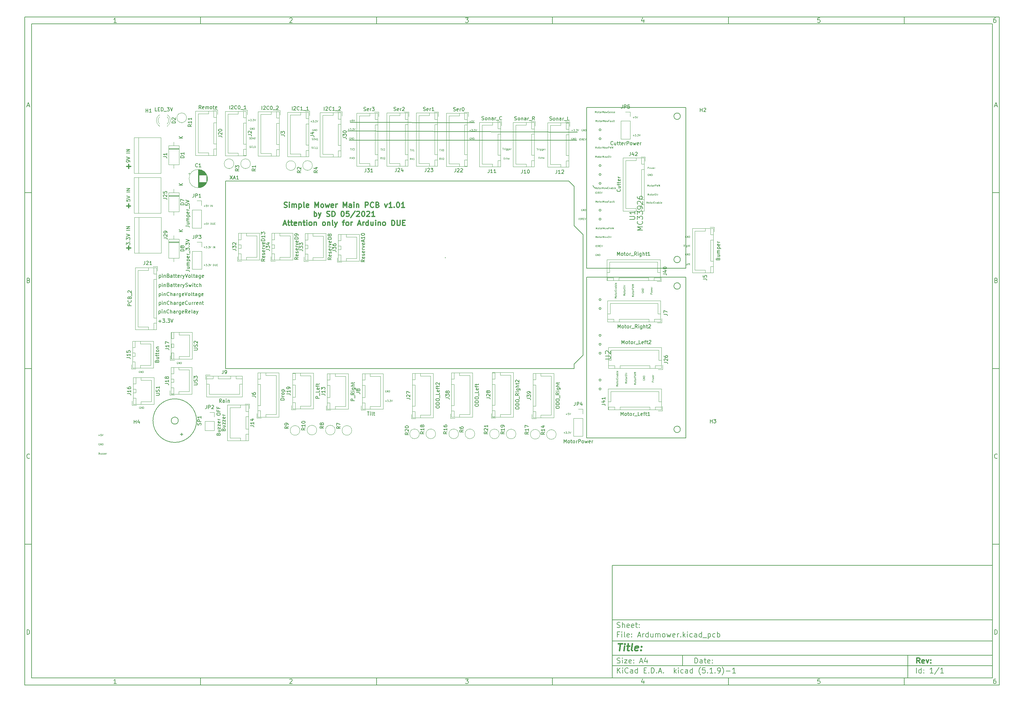
<source format=gbr>
%TF.GenerationSoftware,KiCad,Pcbnew,(5.1.9)-1*%
%TF.CreationDate,2021-05-21T09:57:04+02:00*%
%TF.ProjectId,Ardumower,41726475-6d6f-4776-9572-2e6b69636164,rev?*%
%TF.SameCoordinates,Original*%
%TF.FileFunction,Legend,Top*%
%TF.FilePolarity,Positive*%
%FSLAX46Y46*%
G04 Gerber Fmt 4.6, Leading zero omitted, Abs format (unit mm)*
G04 Created by KiCad (PCBNEW (5.1.9)-1) date 2021-05-21 09:57:04*
%MOMM*%
%LPD*%
G01*
G04 APERTURE LIST*
%ADD10C,0.100000*%
%ADD11C,0.150000*%
%ADD12C,0.300000*%
%ADD13C,0.400000*%
%ADD14C,0.375000*%
%ADD15C,0.120000*%
G04 APERTURE END LIST*
D10*
D11*
X177002200Y-166007200D02*
X177002200Y-198007200D01*
X285002200Y-198007200D01*
X285002200Y-166007200D01*
X177002200Y-166007200D01*
D10*
D11*
X10000000Y-10000000D02*
X10000000Y-200007200D01*
X287002200Y-200007200D01*
X287002200Y-10000000D01*
X10000000Y-10000000D01*
D10*
D11*
X12000000Y-12000000D02*
X12000000Y-198007200D01*
X285002200Y-198007200D01*
X285002200Y-12000000D01*
X12000000Y-12000000D01*
D10*
D11*
X60000000Y-12000000D02*
X60000000Y-10000000D01*
D10*
D11*
X110000000Y-12000000D02*
X110000000Y-10000000D01*
D10*
D11*
X160000000Y-12000000D02*
X160000000Y-10000000D01*
D10*
D11*
X210000000Y-12000000D02*
X210000000Y-10000000D01*
D10*
D11*
X260000000Y-12000000D02*
X260000000Y-10000000D01*
D10*
D11*
X36065476Y-11588095D02*
X35322619Y-11588095D01*
X35694047Y-11588095D02*
X35694047Y-10288095D01*
X35570238Y-10473809D01*
X35446428Y-10597619D01*
X35322619Y-10659523D01*
D10*
D11*
X85322619Y-10411904D02*
X85384523Y-10350000D01*
X85508333Y-10288095D01*
X85817857Y-10288095D01*
X85941666Y-10350000D01*
X86003571Y-10411904D01*
X86065476Y-10535714D01*
X86065476Y-10659523D01*
X86003571Y-10845238D01*
X85260714Y-11588095D01*
X86065476Y-11588095D01*
D10*
D11*
X135260714Y-10288095D02*
X136065476Y-10288095D01*
X135632142Y-10783333D01*
X135817857Y-10783333D01*
X135941666Y-10845238D01*
X136003571Y-10907142D01*
X136065476Y-11030952D01*
X136065476Y-11340476D01*
X136003571Y-11464285D01*
X135941666Y-11526190D01*
X135817857Y-11588095D01*
X135446428Y-11588095D01*
X135322619Y-11526190D01*
X135260714Y-11464285D01*
D10*
D11*
X185941666Y-10721428D02*
X185941666Y-11588095D01*
X185632142Y-10226190D02*
X185322619Y-11154761D01*
X186127380Y-11154761D01*
D10*
D11*
X236003571Y-10288095D02*
X235384523Y-10288095D01*
X235322619Y-10907142D01*
X235384523Y-10845238D01*
X235508333Y-10783333D01*
X235817857Y-10783333D01*
X235941666Y-10845238D01*
X236003571Y-10907142D01*
X236065476Y-11030952D01*
X236065476Y-11340476D01*
X236003571Y-11464285D01*
X235941666Y-11526190D01*
X235817857Y-11588095D01*
X235508333Y-11588095D01*
X235384523Y-11526190D01*
X235322619Y-11464285D01*
D10*
D11*
X285941666Y-10288095D02*
X285694047Y-10288095D01*
X285570238Y-10350000D01*
X285508333Y-10411904D01*
X285384523Y-10597619D01*
X285322619Y-10845238D01*
X285322619Y-11340476D01*
X285384523Y-11464285D01*
X285446428Y-11526190D01*
X285570238Y-11588095D01*
X285817857Y-11588095D01*
X285941666Y-11526190D01*
X286003571Y-11464285D01*
X286065476Y-11340476D01*
X286065476Y-11030952D01*
X286003571Y-10907142D01*
X285941666Y-10845238D01*
X285817857Y-10783333D01*
X285570238Y-10783333D01*
X285446428Y-10845238D01*
X285384523Y-10907142D01*
X285322619Y-11030952D01*
D10*
D11*
X60000000Y-198007200D02*
X60000000Y-200007200D01*
D10*
D11*
X110000000Y-198007200D02*
X110000000Y-200007200D01*
D10*
D11*
X160000000Y-198007200D02*
X160000000Y-200007200D01*
D10*
D11*
X210000000Y-198007200D02*
X210000000Y-200007200D01*
D10*
D11*
X260000000Y-198007200D02*
X260000000Y-200007200D01*
D10*
D11*
X36065476Y-199595295D02*
X35322619Y-199595295D01*
X35694047Y-199595295D02*
X35694047Y-198295295D01*
X35570238Y-198481009D01*
X35446428Y-198604819D01*
X35322619Y-198666723D01*
D10*
D11*
X85322619Y-198419104D02*
X85384523Y-198357200D01*
X85508333Y-198295295D01*
X85817857Y-198295295D01*
X85941666Y-198357200D01*
X86003571Y-198419104D01*
X86065476Y-198542914D01*
X86065476Y-198666723D01*
X86003571Y-198852438D01*
X85260714Y-199595295D01*
X86065476Y-199595295D01*
D10*
D11*
X135260714Y-198295295D02*
X136065476Y-198295295D01*
X135632142Y-198790533D01*
X135817857Y-198790533D01*
X135941666Y-198852438D01*
X136003571Y-198914342D01*
X136065476Y-199038152D01*
X136065476Y-199347676D01*
X136003571Y-199471485D01*
X135941666Y-199533390D01*
X135817857Y-199595295D01*
X135446428Y-199595295D01*
X135322619Y-199533390D01*
X135260714Y-199471485D01*
D10*
D11*
X185941666Y-198728628D02*
X185941666Y-199595295D01*
X185632142Y-198233390D02*
X185322619Y-199161961D01*
X186127380Y-199161961D01*
D10*
D11*
X236003571Y-198295295D02*
X235384523Y-198295295D01*
X235322619Y-198914342D01*
X235384523Y-198852438D01*
X235508333Y-198790533D01*
X235817857Y-198790533D01*
X235941666Y-198852438D01*
X236003571Y-198914342D01*
X236065476Y-199038152D01*
X236065476Y-199347676D01*
X236003571Y-199471485D01*
X235941666Y-199533390D01*
X235817857Y-199595295D01*
X235508333Y-199595295D01*
X235384523Y-199533390D01*
X235322619Y-199471485D01*
D10*
D11*
X285941666Y-198295295D02*
X285694047Y-198295295D01*
X285570238Y-198357200D01*
X285508333Y-198419104D01*
X285384523Y-198604819D01*
X285322619Y-198852438D01*
X285322619Y-199347676D01*
X285384523Y-199471485D01*
X285446428Y-199533390D01*
X285570238Y-199595295D01*
X285817857Y-199595295D01*
X285941666Y-199533390D01*
X286003571Y-199471485D01*
X286065476Y-199347676D01*
X286065476Y-199038152D01*
X286003571Y-198914342D01*
X285941666Y-198852438D01*
X285817857Y-198790533D01*
X285570238Y-198790533D01*
X285446428Y-198852438D01*
X285384523Y-198914342D01*
X285322619Y-199038152D01*
D10*
D11*
X10000000Y-60000000D02*
X12000000Y-60000000D01*
D10*
D11*
X10000000Y-110000000D02*
X12000000Y-110000000D01*
D10*
D11*
X10000000Y-160000000D02*
X12000000Y-160000000D01*
D10*
D11*
X10690476Y-35216666D02*
X11309523Y-35216666D01*
X10566666Y-35588095D02*
X11000000Y-34288095D01*
X11433333Y-35588095D01*
D10*
D11*
X11092857Y-84907142D02*
X11278571Y-84969047D01*
X11340476Y-85030952D01*
X11402380Y-85154761D01*
X11402380Y-85340476D01*
X11340476Y-85464285D01*
X11278571Y-85526190D01*
X11154761Y-85588095D01*
X10659523Y-85588095D01*
X10659523Y-84288095D01*
X11092857Y-84288095D01*
X11216666Y-84350000D01*
X11278571Y-84411904D01*
X11340476Y-84535714D01*
X11340476Y-84659523D01*
X11278571Y-84783333D01*
X11216666Y-84845238D01*
X11092857Y-84907142D01*
X10659523Y-84907142D01*
D10*
D11*
X11402380Y-135464285D02*
X11340476Y-135526190D01*
X11154761Y-135588095D01*
X11030952Y-135588095D01*
X10845238Y-135526190D01*
X10721428Y-135402380D01*
X10659523Y-135278571D01*
X10597619Y-135030952D01*
X10597619Y-134845238D01*
X10659523Y-134597619D01*
X10721428Y-134473809D01*
X10845238Y-134350000D01*
X11030952Y-134288095D01*
X11154761Y-134288095D01*
X11340476Y-134350000D01*
X11402380Y-134411904D01*
D10*
D11*
X10659523Y-185588095D02*
X10659523Y-184288095D01*
X10969047Y-184288095D01*
X11154761Y-184350000D01*
X11278571Y-184473809D01*
X11340476Y-184597619D01*
X11402380Y-184845238D01*
X11402380Y-185030952D01*
X11340476Y-185278571D01*
X11278571Y-185402380D01*
X11154761Y-185526190D01*
X10969047Y-185588095D01*
X10659523Y-185588095D01*
D10*
D11*
X287002200Y-60000000D02*
X285002200Y-60000000D01*
D10*
D11*
X287002200Y-110000000D02*
X285002200Y-110000000D01*
D10*
D11*
X287002200Y-160000000D02*
X285002200Y-160000000D01*
D10*
D11*
X285692676Y-35216666D02*
X286311723Y-35216666D01*
X285568866Y-35588095D02*
X286002200Y-34288095D01*
X286435533Y-35588095D01*
D10*
D11*
X286095057Y-84907142D02*
X286280771Y-84969047D01*
X286342676Y-85030952D01*
X286404580Y-85154761D01*
X286404580Y-85340476D01*
X286342676Y-85464285D01*
X286280771Y-85526190D01*
X286156961Y-85588095D01*
X285661723Y-85588095D01*
X285661723Y-84288095D01*
X286095057Y-84288095D01*
X286218866Y-84350000D01*
X286280771Y-84411904D01*
X286342676Y-84535714D01*
X286342676Y-84659523D01*
X286280771Y-84783333D01*
X286218866Y-84845238D01*
X286095057Y-84907142D01*
X285661723Y-84907142D01*
D10*
D11*
X286404580Y-135464285D02*
X286342676Y-135526190D01*
X286156961Y-135588095D01*
X286033152Y-135588095D01*
X285847438Y-135526190D01*
X285723628Y-135402380D01*
X285661723Y-135278571D01*
X285599819Y-135030952D01*
X285599819Y-134845238D01*
X285661723Y-134597619D01*
X285723628Y-134473809D01*
X285847438Y-134350000D01*
X286033152Y-134288095D01*
X286156961Y-134288095D01*
X286342676Y-134350000D01*
X286404580Y-134411904D01*
D10*
D11*
X285661723Y-185588095D02*
X285661723Y-184288095D01*
X285971247Y-184288095D01*
X286156961Y-184350000D01*
X286280771Y-184473809D01*
X286342676Y-184597619D01*
X286404580Y-184845238D01*
X286404580Y-185030952D01*
X286342676Y-185278571D01*
X286280771Y-185402380D01*
X286156961Y-185526190D01*
X285971247Y-185588095D01*
X285661723Y-185588095D01*
D10*
D11*
X200434342Y-193785771D02*
X200434342Y-192285771D01*
X200791485Y-192285771D01*
X201005771Y-192357200D01*
X201148628Y-192500057D01*
X201220057Y-192642914D01*
X201291485Y-192928628D01*
X201291485Y-193142914D01*
X201220057Y-193428628D01*
X201148628Y-193571485D01*
X201005771Y-193714342D01*
X200791485Y-193785771D01*
X200434342Y-193785771D01*
X202577200Y-193785771D02*
X202577200Y-193000057D01*
X202505771Y-192857200D01*
X202362914Y-192785771D01*
X202077200Y-192785771D01*
X201934342Y-192857200D01*
X202577200Y-193714342D02*
X202434342Y-193785771D01*
X202077200Y-193785771D01*
X201934342Y-193714342D01*
X201862914Y-193571485D01*
X201862914Y-193428628D01*
X201934342Y-193285771D01*
X202077200Y-193214342D01*
X202434342Y-193214342D01*
X202577200Y-193142914D01*
X203077200Y-192785771D02*
X203648628Y-192785771D01*
X203291485Y-192285771D02*
X203291485Y-193571485D01*
X203362914Y-193714342D01*
X203505771Y-193785771D01*
X203648628Y-193785771D01*
X204720057Y-193714342D02*
X204577200Y-193785771D01*
X204291485Y-193785771D01*
X204148628Y-193714342D01*
X204077200Y-193571485D01*
X204077200Y-193000057D01*
X204148628Y-192857200D01*
X204291485Y-192785771D01*
X204577200Y-192785771D01*
X204720057Y-192857200D01*
X204791485Y-193000057D01*
X204791485Y-193142914D01*
X204077200Y-193285771D01*
X205434342Y-193642914D02*
X205505771Y-193714342D01*
X205434342Y-193785771D01*
X205362914Y-193714342D01*
X205434342Y-193642914D01*
X205434342Y-193785771D01*
X205434342Y-192857200D02*
X205505771Y-192928628D01*
X205434342Y-193000057D01*
X205362914Y-192928628D01*
X205434342Y-192857200D01*
X205434342Y-193000057D01*
D10*
D11*
X177002200Y-194507200D02*
X285002200Y-194507200D01*
D10*
D11*
X178434342Y-196585771D02*
X178434342Y-195085771D01*
X179291485Y-196585771D02*
X178648628Y-195728628D01*
X179291485Y-195085771D02*
X178434342Y-195942914D01*
X179934342Y-196585771D02*
X179934342Y-195585771D01*
X179934342Y-195085771D02*
X179862914Y-195157200D01*
X179934342Y-195228628D01*
X180005771Y-195157200D01*
X179934342Y-195085771D01*
X179934342Y-195228628D01*
X181505771Y-196442914D02*
X181434342Y-196514342D01*
X181220057Y-196585771D01*
X181077200Y-196585771D01*
X180862914Y-196514342D01*
X180720057Y-196371485D01*
X180648628Y-196228628D01*
X180577200Y-195942914D01*
X180577200Y-195728628D01*
X180648628Y-195442914D01*
X180720057Y-195300057D01*
X180862914Y-195157200D01*
X181077200Y-195085771D01*
X181220057Y-195085771D01*
X181434342Y-195157200D01*
X181505771Y-195228628D01*
X182791485Y-196585771D02*
X182791485Y-195800057D01*
X182720057Y-195657200D01*
X182577200Y-195585771D01*
X182291485Y-195585771D01*
X182148628Y-195657200D01*
X182791485Y-196514342D02*
X182648628Y-196585771D01*
X182291485Y-196585771D01*
X182148628Y-196514342D01*
X182077200Y-196371485D01*
X182077200Y-196228628D01*
X182148628Y-196085771D01*
X182291485Y-196014342D01*
X182648628Y-196014342D01*
X182791485Y-195942914D01*
X184148628Y-196585771D02*
X184148628Y-195085771D01*
X184148628Y-196514342D02*
X184005771Y-196585771D01*
X183720057Y-196585771D01*
X183577200Y-196514342D01*
X183505771Y-196442914D01*
X183434342Y-196300057D01*
X183434342Y-195871485D01*
X183505771Y-195728628D01*
X183577200Y-195657200D01*
X183720057Y-195585771D01*
X184005771Y-195585771D01*
X184148628Y-195657200D01*
X186005771Y-195800057D02*
X186505771Y-195800057D01*
X186720057Y-196585771D02*
X186005771Y-196585771D01*
X186005771Y-195085771D01*
X186720057Y-195085771D01*
X187362914Y-196442914D02*
X187434342Y-196514342D01*
X187362914Y-196585771D01*
X187291485Y-196514342D01*
X187362914Y-196442914D01*
X187362914Y-196585771D01*
X188077200Y-196585771D02*
X188077200Y-195085771D01*
X188434342Y-195085771D01*
X188648628Y-195157200D01*
X188791485Y-195300057D01*
X188862914Y-195442914D01*
X188934342Y-195728628D01*
X188934342Y-195942914D01*
X188862914Y-196228628D01*
X188791485Y-196371485D01*
X188648628Y-196514342D01*
X188434342Y-196585771D01*
X188077200Y-196585771D01*
X189577200Y-196442914D02*
X189648628Y-196514342D01*
X189577200Y-196585771D01*
X189505771Y-196514342D01*
X189577200Y-196442914D01*
X189577200Y-196585771D01*
X190220057Y-196157200D02*
X190934342Y-196157200D01*
X190077200Y-196585771D02*
X190577200Y-195085771D01*
X191077200Y-196585771D01*
X191577200Y-196442914D02*
X191648628Y-196514342D01*
X191577200Y-196585771D01*
X191505771Y-196514342D01*
X191577200Y-196442914D01*
X191577200Y-196585771D01*
X194577200Y-196585771D02*
X194577200Y-195085771D01*
X194720057Y-196014342D02*
X195148628Y-196585771D01*
X195148628Y-195585771D02*
X194577200Y-196157200D01*
X195791485Y-196585771D02*
X195791485Y-195585771D01*
X195791485Y-195085771D02*
X195720057Y-195157200D01*
X195791485Y-195228628D01*
X195862914Y-195157200D01*
X195791485Y-195085771D01*
X195791485Y-195228628D01*
X197148628Y-196514342D02*
X197005771Y-196585771D01*
X196720057Y-196585771D01*
X196577200Y-196514342D01*
X196505771Y-196442914D01*
X196434342Y-196300057D01*
X196434342Y-195871485D01*
X196505771Y-195728628D01*
X196577200Y-195657200D01*
X196720057Y-195585771D01*
X197005771Y-195585771D01*
X197148628Y-195657200D01*
X198434342Y-196585771D02*
X198434342Y-195800057D01*
X198362914Y-195657200D01*
X198220057Y-195585771D01*
X197934342Y-195585771D01*
X197791485Y-195657200D01*
X198434342Y-196514342D02*
X198291485Y-196585771D01*
X197934342Y-196585771D01*
X197791485Y-196514342D01*
X197720057Y-196371485D01*
X197720057Y-196228628D01*
X197791485Y-196085771D01*
X197934342Y-196014342D01*
X198291485Y-196014342D01*
X198434342Y-195942914D01*
X199791485Y-196585771D02*
X199791485Y-195085771D01*
X199791485Y-196514342D02*
X199648628Y-196585771D01*
X199362914Y-196585771D01*
X199220057Y-196514342D01*
X199148628Y-196442914D01*
X199077200Y-196300057D01*
X199077200Y-195871485D01*
X199148628Y-195728628D01*
X199220057Y-195657200D01*
X199362914Y-195585771D01*
X199648628Y-195585771D01*
X199791485Y-195657200D01*
X202077200Y-197157200D02*
X202005771Y-197085771D01*
X201862914Y-196871485D01*
X201791485Y-196728628D01*
X201720057Y-196514342D01*
X201648628Y-196157200D01*
X201648628Y-195871485D01*
X201720057Y-195514342D01*
X201791485Y-195300057D01*
X201862914Y-195157200D01*
X202005771Y-194942914D01*
X202077200Y-194871485D01*
X203362914Y-195085771D02*
X202648628Y-195085771D01*
X202577200Y-195800057D01*
X202648628Y-195728628D01*
X202791485Y-195657200D01*
X203148628Y-195657200D01*
X203291485Y-195728628D01*
X203362914Y-195800057D01*
X203434342Y-195942914D01*
X203434342Y-196300057D01*
X203362914Y-196442914D01*
X203291485Y-196514342D01*
X203148628Y-196585771D01*
X202791485Y-196585771D01*
X202648628Y-196514342D01*
X202577200Y-196442914D01*
X204077200Y-196442914D02*
X204148628Y-196514342D01*
X204077200Y-196585771D01*
X204005771Y-196514342D01*
X204077200Y-196442914D01*
X204077200Y-196585771D01*
X205577200Y-196585771D02*
X204720057Y-196585771D01*
X205148628Y-196585771D02*
X205148628Y-195085771D01*
X205005771Y-195300057D01*
X204862914Y-195442914D01*
X204720057Y-195514342D01*
X206220057Y-196442914D02*
X206291485Y-196514342D01*
X206220057Y-196585771D01*
X206148628Y-196514342D01*
X206220057Y-196442914D01*
X206220057Y-196585771D01*
X207005771Y-196585771D02*
X207291485Y-196585771D01*
X207434342Y-196514342D01*
X207505771Y-196442914D01*
X207648628Y-196228628D01*
X207720057Y-195942914D01*
X207720057Y-195371485D01*
X207648628Y-195228628D01*
X207577200Y-195157200D01*
X207434342Y-195085771D01*
X207148628Y-195085771D01*
X207005771Y-195157200D01*
X206934342Y-195228628D01*
X206862914Y-195371485D01*
X206862914Y-195728628D01*
X206934342Y-195871485D01*
X207005771Y-195942914D01*
X207148628Y-196014342D01*
X207434342Y-196014342D01*
X207577200Y-195942914D01*
X207648628Y-195871485D01*
X207720057Y-195728628D01*
X208220057Y-197157200D02*
X208291485Y-197085771D01*
X208434342Y-196871485D01*
X208505771Y-196728628D01*
X208577200Y-196514342D01*
X208648628Y-196157200D01*
X208648628Y-195871485D01*
X208577200Y-195514342D01*
X208505771Y-195300057D01*
X208434342Y-195157200D01*
X208291485Y-194942914D01*
X208220057Y-194871485D01*
X209362914Y-196014342D02*
X210505771Y-196014342D01*
X212005771Y-196585771D02*
X211148628Y-196585771D01*
X211577200Y-196585771D02*
X211577200Y-195085771D01*
X211434342Y-195300057D01*
X211291485Y-195442914D01*
X211148628Y-195514342D01*
D10*
D11*
X177002200Y-191507200D02*
X285002200Y-191507200D01*
D10*
D12*
X264411485Y-193785771D02*
X263911485Y-193071485D01*
X263554342Y-193785771D02*
X263554342Y-192285771D01*
X264125771Y-192285771D01*
X264268628Y-192357200D01*
X264340057Y-192428628D01*
X264411485Y-192571485D01*
X264411485Y-192785771D01*
X264340057Y-192928628D01*
X264268628Y-193000057D01*
X264125771Y-193071485D01*
X263554342Y-193071485D01*
X265625771Y-193714342D02*
X265482914Y-193785771D01*
X265197200Y-193785771D01*
X265054342Y-193714342D01*
X264982914Y-193571485D01*
X264982914Y-193000057D01*
X265054342Y-192857200D01*
X265197200Y-192785771D01*
X265482914Y-192785771D01*
X265625771Y-192857200D01*
X265697200Y-193000057D01*
X265697200Y-193142914D01*
X264982914Y-193285771D01*
X266197200Y-192785771D02*
X266554342Y-193785771D01*
X266911485Y-192785771D01*
X267482914Y-193642914D02*
X267554342Y-193714342D01*
X267482914Y-193785771D01*
X267411485Y-193714342D01*
X267482914Y-193642914D01*
X267482914Y-193785771D01*
X267482914Y-192857200D02*
X267554342Y-192928628D01*
X267482914Y-193000057D01*
X267411485Y-192928628D01*
X267482914Y-192857200D01*
X267482914Y-193000057D01*
D10*
D11*
X178362914Y-193714342D02*
X178577200Y-193785771D01*
X178934342Y-193785771D01*
X179077200Y-193714342D01*
X179148628Y-193642914D01*
X179220057Y-193500057D01*
X179220057Y-193357200D01*
X179148628Y-193214342D01*
X179077200Y-193142914D01*
X178934342Y-193071485D01*
X178648628Y-193000057D01*
X178505771Y-192928628D01*
X178434342Y-192857200D01*
X178362914Y-192714342D01*
X178362914Y-192571485D01*
X178434342Y-192428628D01*
X178505771Y-192357200D01*
X178648628Y-192285771D01*
X179005771Y-192285771D01*
X179220057Y-192357200D01*
X179862914Y-193785771D02*
X179862914Y-192785771D01*
X179862914Y-192285771D02*
X179791485Y-192357200D01*
X179862914Y-192428628D01*
X179934342Y-192357200D01*
X179862914Y-192285771D01*
X179862914Y-192428628D01*
X180434342Y-192785771D02*
X181220057Y-192785771D01*
X180434342Y-193785771D01*
X181220057Y-193785771D01*
X182362914Y-193714342D02*
X182220057Y-193785771D01*
X181934342Y-193785771D01*
X181791485Y-193714342D01*
X181720057Y-193571485D01*
X181720057Y-193000057D01*
X181791485Y-192857200D01*
X181934342Y-192785771D01*
X182220057Y-192785771D01*
X182362914Y-192857200D01*
X182434342Y-193000057D01*
X182434342Y-193142914D01*
X181720057Y-193285771D01*
X183077200Y-193642914D02*
X183148628Y-193714342D01*
X183077200Y-193785771D01*
X183005771Y-193714342D01*
X183077200Y-193642914D01*
X183077200Y-193785771D01*
X183077200Y-192857200D02*
X183148628Y-192928628D01*
X183077200Y-193000057D01*
X183005771Y-192928628D01*
X183077200Y-192857200D01*
X183077200Y-193000057D01*
X184862914Y-193357200D02*
X185577200Y-193357200D01*
X184720057Y-193785771D02*
X185220057Y-192285771D01*
X185720057Y-193785771D01*
X186862914Y-192785771D02*
X186862914Y-193785771D01*
X186505771Y-192214342D02*
X186148628Y-193285771D01*
X187077200Y-193285771D01*
D10*
D11*
X263434342Y-196585771D02*
X263434342Y-195085771D01*
X264791485Y-196585771D02*
X264791485Y-195085771D01*
X264791485Y-196514342D02*
X264648628Y-196585771D01*
X264362914Y-196585771D01*
X264220057Y-196514342D01*
X264148628Y-196442914D01*
X264077200Y-196300057D01*
X264077200Y-195871485D01*
X264148628Y-195728628D01*
X264220057Y-195657200D01*
X264362914Y-195585771D01*
X264648628Y-195585771D01*
X264791485Y-195657200D01*
X265505771Y-196442914D02*
X265577200Y-196514342D01*
X265505771Y-196585771D01*
X265434342Y-196514342D01*
X265505771Y-196442914D01*
X265505771Y-196585771D01*
X265505771Y-195657200D02*
X265577200Y-195728628D01*
X265505771Y-195800057D01*
X265434342Y-195728628D01*
X265505771Y-195657200D01*
X265505771Y-195800057D01*
X268148628Y-196585771D02*
X267291485Y-196585771D01*
X267720057Y-196585771D02*
X267720057Y-195085771D01*
X267577200Y-195300057D01*
X267434342Y-195442914D01*
X267291485Y-195514342D01*
X269862914Y-195014342D02*
X268577200Y-196942914D01*
X271148628Y-196585771D02*
X270291485Y-196585771D01*
X270720057Y-196585771D02*
X270720057Y-195085771D01*
X270577200Y-195300057D01*
X270434342Y-195442914D01*
X270291485Y-195514342D01*
D10*
D11*
X177002200Y-187507200D02*
X285002200Y-187507200D01*
D10*
D13*
X178714580Y-188211961D02*
X179857438Y-188211961D01*
X179036009Y-190211961D02*
X179286009Y-188211961D01*
X180274104Y-190211961D02*
X180440771Y-188878628D01*
X180524104Y-188211961D02*
X180416961Y-188307200D01*
X180500295Y-188402438D01*
X180607438Y-188307200D01*
X180524104Y-188211961D01*
X180500295Y-188402438D01*
X181107438Y-188878628D02*
X181869342Y-188878628D01*
X181476485Y-188211961D02*
X181262200Y-189926247D01*
X181333628Y-190116723D01*
X181512200Y-190211961D01*
X181702676Y-190211961D01*
X182655057Y-190211961D02*
X182476485Y-190116723D01*
X182405057Y-189926247D01*
X182619342Y-188211961D01*
X184190771Y-190116723D02*
X183988390Y-190211961D01*
X183607438Y-190211961D01*
X183428866Y-190116723D01*
X183357438Y-189926247D01*
X183452676Y-189164342D01*
X183571723Y-188973866D01*
X183774104Y-188878628D01*
X184155057Y-188878628D01*
X184333628Y-188973866D01*
X184405057Y-189164342D01*
X184381247Y-189354819D01*
X183405057Y-189545295D01*
X185155057Y-190021485D02*
X185238390Y-190116723D01*
X185131247Y-190211961D01*
X185047914Y-190116723D01*
X185155057Y-190021485D01*
X185131247Y-190211961D01*
X185286009Y-188973866D02*
X185369342Y-189069104D01*
X185262200Y-189164342D01*
X185178866Y-189069104D01*
X185286009Y-188973866D01*
X185262200Y-189164342D01*
D10*
D11*
X178934342Y-185600057D02*
X178434342Y-185600057D01*
X178434342Y-186385771D02*
X178434342Y-184885771D01*
X179148628Y-184885771D01*
X179720057Y-186385771D02*
X179720057Y-185385771D01*
X179720057Y-184885771D02*
X179648628Y-184957200D01*
X179720057Y-185028628D01*
X179791485Y-184957200D01*
X179720057Y-184885771D01*
X179720057Y-185028628D01*
X180648628Y-186385771D02*
X180505771Y-186314342D01*
X180434342Y-186171485D01*
X180434342Y-184885771D01*
X181791485Y-186314342D02*
X181648628Y-186385771D01*
X181362914Y-186385771D01*
X181220057Y-186314342D01*
X181148628Y-186171485D01*
X181148628Y-185600057D01*
X181220057Y-185457200D01*
X181362914Y-185385771D01*
X181648628Y-185385771D01*
X181791485Y-185457200D01*
X181862914Y-185600057D01*
X181862914Y-185742914D01*
X181148628Y-185885771D01*
X182505771Y-186242914D02*
X182577200Y-186314342D01*
X182505771Y-186385771D01*
X182434342Y-186314342D01*
X182505771Y-186242914D01*
X182505771Y-186385771D01*
X182505771Y-185457200D02*
X182577200Y-185528628D01*
X182505771Y-185600057D01*
X182434342Y-185528628D01*
X182505771Y-185457200D01*
X182505771Y-185600057D01*
X184291485Y-185957200D02*
X185005771Y-185957200D01*
X184148628Y-186385771D02*
X184648628Y-184885771D01*
X185148628Y-186385771D01*
X185648628Y-186385771D02*
X185648628Y-185385771D01*
X185648628Y-185671485D02*
X185720057Y-185528628D01*
X185791485Y-185457200D01*
X185934342Y-185385771D01*
X186077200Y-185385771D01*
X187220057Y-186385771D02*
X187220057Y-184885771D01*
X187220057Y-186314342D02*
X187077200Y-186385771D01*
X186791485Y-186385771D01*
X186648628Y-186314342D01*
X186577200Y-186242914D01*
X186505771Y-186100057D01*
X186505771Y-185671485D01*
X186577200Y-185528628D01*
X186648628Y-185457200D01*
X186791485Y-185385771D01*
X187077200Y-185385771D01*
X187220057Y-185457200D01*
X188577200Y-185385771D02*
X188577200Y-186385771D01*
X187934342Y-185385771D02*
X187934342Y-186171485D01*
X188005771Y-186314342D01*
X188148628Y-186385771D01*
X188362914Y-186385771D01*
X188505771Y-186314342D01*
X188577200Y-186242914D01*
X189291485Y-186385771D02*
X189291485Y-185385771D01*
X189291485Y-185528628D02*
X189362914Y-185457200D01*
X189505771Y-185385771D01*
X189720057Y-185385771D01*
X189862914Y-185457200D01*
X189934342Y-185600057D01*
X189934342Y-186385771D01*
X189934342Y-185600057D02*
X190005771Y-185457200D01*
X190148628Y-185385771D01*
X190362914Y-185385771D01*
X190505771Y-185457200D01*
X190577200Y-185600057D01*
X190577200Y-186385771D01*
X191505771Y-186385771D02*
X191362914Y-186314342D01*
X191291485Y-186242914D01*
X191220057Y-186100057D01*
X191220057Y-185671485D01*
X191291485Y-185528628D01*
X191362914Y-185457200D01*
X191505771Y-185385771D01*
X191720057Y-185385771D01*
X191862914Y-185457200D01*
X191934342Y-185528628D01*
X192005771Y-185671485D01*
X192005771Y-186100057D01*
X191934342Y-186242914D01*
X191862914Y-186314342D01*
X191720057Y-186385771D01*
X191505771Y-186385771D01*
X192505771Y-185385771D02*
X192791485Y-186385771D01*
X193077200Y-185671485D01*
X193362914Y-186385771D01*
X193648628Y-185385771D01*
X194791485Y-186314342D02*
X194648628Y-186385771D01*
X194362914Y-186385771D01*
X194220057Y-186314342D01*
X194148628Y-186171485D01*
X194148628Y-185600057D01*
X194220057Y-185457200D01*
X194362914Y-185385771D01*
X194648628Y-185385771D01*
X194791485Y-185457200D01*
X194862914Y-185600057D01*
X194862914Y-185742914D01*
X194148628Y-185885771D01*
X195505771Y-186385771D02*
X195505771Y-185385771D01*
X195505771Y-185671485D02*
X195577200Y-185528628D01*
X195648628Y-185457200D01*
X195791485Y-185385771D01*
X195934342Y-185385771D01*
X196434342Y-186242914D02*
X196505771Y-186314342D01*
X196434342Y-186385771D01*
X196362914Y-186314342D01*
X196434342Y-186242914D01*
X196434342Y-186385771D01*
X197148628Y-186385771D02*
X197148628Y-184885771D01*
X197291485Y-185814342D02*
X197720057Y-186385771D01*
X197720057Y-185385771D02*
X197148628Y-185957200D01*
X198362914Y-186385771D02*
X198362914Y-185385771D01*
X198362914Y-184885771D02*
X198291485Y-184957200D01*
X198362914Y-185028628D01*
X198434342Y-184957200D01*
X198362914Y-184885771D01*
X198362914Y-185028628D01*
X199720057Y-186314342D02*
X199577200Y-186385771D01*
X199291485Y-186385771D01*
X199148628Y-186314342D01*
X199077200Y-186242914D01*
X199005771Y-186100057D01*
X199005771Y-185671485D01*
X199077200Y-185528628D01*
X199148628Y-185457200D01*
X199291485Y-185385771D01*
X199577200Y-185385771D01*
X199720057Y-185457200D01*
X201005771Y-186385771D02*
X201005771Y-185600057D01*
X200934342Y-185457200D01*
X200791485Y-185385771D01*
X200505771Y-185385771D01*
X200362914Y-185457200D01*
X201005771Y-186314342D02*
X200862914Y-186385771D01*
X200505771Y-186385771D01*
X200362914Y-186314342D01*
X200291485Y-186171485D01*
X200291485Y-186028628D01*
X200362914Y-185885771D01*
X200505771Y-185814342D01*
X200862914Y-185814342D01*
X201005771Y-185742914D01*
X202362914Y-186385771D02*
X202362914Y-184885771D01*
X202362914Y-186314342D02*
X202220057Y-186385771D01*
X201934342Y-186385771D01*
X201791485Y-186314342D01*
X201720057Y-186242914D01*
X201648628Y-186100057D01*
X201648628Y-185671485D01*
X201720057Y-185528628D01*
X201791485Y-185457200D01*
X201934342Y-185385771D01*
X202220057Y-185385771D01*
X202362914Y-185457200D01*
X202720057Y-186528628D02*
X203862914Y-186528628D01*
X204220057Y-185385771D02*
X204220057Y-186885771D01*
X204220057Y-185457200D02*
X204362914Y-185385771D01*
X204648628Y-185385771D01*
X204791485Y-185457200D01*
X204862914Y-185528628D01*
X204934342Y-185671485D01*
X204934342Y-186100057D01*
X204862914Y-186242914D01*
X204791485Y-186314342D01*
X204648628Y-186385771D01*
X204362914Y-186385771D01*
X204220057Y-186314342D01*
X206220057Y-186314342D02*
X206077200Y-186385771D01*
X205791485Y-186385771D01*
X205648628Y-186314342D01*
X205577200Y-186242914D01*
X205505771Y-186100057D01*
X205505771Y-185671485D01*
X205577200Y-185528628D01*
X205648628Y-185457200D01*
X205791485Y-185385771D01*
X206077200Y-185385771D01*
X206220057Y-185457200D01*
X206862914Y-186385771D02*
X206862914Y-184885771D01*
X206862914Y-185457200D02*
X207005771Y-185385771D01*
X207291485Y-185385771D01*
X207434342Y-185457200D01*
X207505771Y-185528628D01*
X207577200Y-185671485D01*
X207577200Y-186100057D01*
X207505771Y-186242914D01*
X207434342Y-186314342D01*
X207291485Y-186385771D01*
X207005771Y-186385771D01*
X206862914Y-186314342D01*
D10*
D11*
X177002200Y-181507200D02*
X285002200Y-181507200D01*
D10*
D11*
X178362914Y-183614342D02*
X178577200Y-183685771D01*
X178934342Y-183685771D01*
X179077200Y-183614342D01*
X179148628Y-183542914D01*
X179220057Y-183400057D01*
X179220057Y-183257200D01*
X179148628Y-183114342D01*
X179077200Y-183042914D01*
X178934342Y-182971485D01*
X178648628Y-182900057D01*
X178505771Y-182828628D01*
X178434342Y-182757200D01*
X178362914Y-182614342D01*
X178362914Y-182471485D01*
X178434342Y-182328628D01*
X178505771Y-182257200D01*
X178648628Y-182185771D01*
X179005771Y-182185771D01*
X179220057Y-182257200D01*
X179862914Y-183685771D02*
X179862914Y-182185771D01*
X180505771Y-183685771D02*
X180505771Y-182900057D01*
X180434342Y-182757200D01*
X180291485Y-182685771D01*
X180077200Y-182685771D01*
X179934342Y-182757200D01*
X179862914Y-182828628D01*
X181791485Y-183614342D02*
X181648628Y-183685771D01*
X181362914Y-183685771D01*
X181220057Y-183614342D01*
X181148628Y-183471485D01*
X181148628Y-182900057D01*
X181220057Y-182757200D01*
X181362914Y-182685771D01*
X181648628Y-182685771D01*
X181791485Y-182757200D01*
X181862914Y-182900057D01*
X181862914Y-183042914D01*
X181148628Y-183185771D01*
X183077200Y-183614342D02*
X182934342Y-183685771D01*
X182648628Y-183685771D01*
X182505771Y-183614342D01*
X182434342Y-183471485D01*
X182434342Y-182900057D01*
X182505771Y-182757200D01*
X182648628Y-182685771D01*
X182934342Y-182685771D01*
X183077200Y-182757200D01*
X183148628Y-182900057D01*
X183148628Y-183042914D01*
X182434342Y-183185771D01*
X183577200Y-182685771D02*
X184148628Y-182685771D01*
X183791485Y-182185771D02*
X183791485Y-183471485D01*
X183862914Y-183614342D01*
X184005771Y-183685771D01*
X184148628Y-183685771D01*
X184648628Y-183542914D02*
X184720057Y-183614342D01*
X184648628Y-183685771D01*
X184577200Y-183614342D01*
X184648628Y-183542914D01*
X184648628Y-183685771D01*
X184648628Y-182757200D02*
X184720057Y-182828628D01*
X184648628Y-182900057D01*
X184577200Y-182828628D01*
X184648628Y-182757200D01*
X184648628Y-182900057D01*
D10*
D11*
X197002200Y-191507200D02*
X197002200Y-194507200D01*
D10*
D11*
X261002200Y-191507200D02*
X261002200Y-198007200D01*
D10*
X188346190Y-88818095D02*
X187846190Y-88818095D01*
X187846190Y-88627619D01*
X187870000Y-88580000D01*
X187893809Y-88556190D01*
X187941428Y-88532380D01*
X188012857Y-88532380D01*
X188060476Y-88556190D01*
X188084285Y-88580000D01*
X188108095Y-88627619D01*
X188108095Y-88818095D01*
X188346190Y-88246666D02*
X188322380Y-88294285D01*
X188298571Y-88318095D01*
X188250952Y-88341904D01*
X188108095Y-88341904D01*
X188060476Y-88318095D01*
X188036666Y-88294285D01*
X188012857Y-88246666D01*
X188012857Y-88175238D01*
X188036666Y-88127619D01*
X188060476Y-88103809D01*
X188108095Y-88080000D01*
X188250952Y-88080000D01*
X188298571Y-88103809D01*
X188322380Y-88127619D01*
X188346190Y-88175238D01*
X188346190Y-88246666D01*
X188012857Y-87913333D02*
X188346190Y-87818095D01*
X188108095Y-87722857D01*
X188346190Y-87627619D01*
X188012857Y-87532380D01*
X188322380Y-87151428D02*
X188346190Y-87199047D01*
X188346190Y-87294285D01*
X188322380Y-87341904D01*
X188274761Y-87365714D01*
X188084285Y-87365714D01*
X188036666Y-87341904D01*
X188012857Y-87294285D01*
X188012857Y-87199047D01*
X188036666Y-87151428D01*
X188084285Y-87127619D01*
X188131904Y-87127619D01*
X188179523Y-87365714D01*
X188346190Y-86913333D02*
X188012857Y-86913333D01*
X188108095Y-86913333D02*
X188060476Y-86889523D01*
X188036666Y-86865714D01*
X188012857Y-86818095D01*
X188012857Y-86770476D01*
X183046190Y-89558095D02*
X182546190Y-89558095D01*
X182903333Y-89391428D01*
X182546190Y-89224761D01*
X183046190Y-89224761D01*
X183046190Y-88915238D02*
X183022380Y-88962857D01*
X182998571Y-88986666D01*
X182950952Y-89010476D01*
X182808095Y-89010476D01*
X182760476Y-88986666D01*
X182736666Y-88962857D01*
X182712857Y-88915238D01*
X182712857Y-88843809D01*
X182736666Y-88796190D01*
X182760476Y-88772380D01*
X182808095Y-88748571D01*
X182950952Y-88748571D01*
X182998571Y-88772380D01*
X183022380Y-88796190D01*
X183046190Y-88843809D01*
X183046190Y-88915238D01*
X182712857Y-88605714D02*
X182712857Y-88415238D01*
X182546190Y-88534285D02*
X182974761Y-88534285D01*
X183022380Y-88510476D01*
X183046190Y-88462857D01*
X183046190Y-88415238D01*
X183046190Y-88177142D02*
X183022380Y-88224761D01*
X182998571Y-88248571D01*
X182950952Y-88272380D01*
X182808095Y-88272380D01*
X182760476Y-88248571D01*
X182736666Y-88224761D01*
X182712857Y-88177142D01*
X182712857Y-88105714D01*
X182736666Y-88058095D01*
X182760476Y-88034285D01*
X182808095Y-88010476D01*
X182950952Y-88010476D01*
X182998571Y-88034285D01*
X183022380Y-88058095D01*
X183046190Y-88105714D01*
X183046190Y-88177142D01*
X183046190Y-87796190D02*
X182712857Y-87796190D01*
X182808095Y-87796190D02*
X182760476Y-87772380D01*
X182736666Y-87748571D01*
X182712857Y-87700952D01*
X182712857Y-87653333D01*
X183046190Y-87486666D02*
X182546190Y-87486666D01*
X182546190Y-87296190D01*
X182570000Y-87248571D01*
X182593809Y-87224761D01*
X182641428Y-87200952D01*
X182712857Y-87200952D01*
X182760476Y-87224761D01*
X182784285Y-87248571D01*
X182808095Y-87296190D01*
X182808095Y-87486666D01*
X182546190Y-87034285D02*
X183046190Y-86915238D01*
X182689047Y-86820000D01*
X183046190Y-86724761D01*
X182546190Y-86605714D01*
X183046190Y-86415238D02*
X182546190Y-86415238D01*
X182903333Y-86248571D01*
X182546190Y-86081904D01*
X183046190Y-86081904D01*
X185360000Y-88210952D02*
X185336190Y-88258571D01*
X185336190Y-88330000D01*
X185360000Y-88401428D01*
X185407619Y-88449047D01*
X185455238Y-88472857D01*
X185550476Y-88496666D01*
X185621904Y-88496666D01*
X185717142Y-88472857D01*
X185764761Y-88449047D01*
X185812380Y-88401428D01*
X185836190Y-88330000D01*
X185836190Y-88282380D01*
X185812380Y-88210952D01*
X185788571Y-88187142D01*
X185621904Y-88187142D01*
X185621904Y-88282380D01*
X185836190Y-87972857D02*
X185336190Y-87972857D01*
X185836190Y-87687142D01*
X185336190Y-87687142D01*
X185836190Y-87449047D02*
X185336190Y-87449047D01*
X185336190Y-87330000D01*
X185360000Y-87258571D01*
X185407619Y-87210952D01*
X185455238Y-87187142D01*
X185550476Y-87163333D01*
X185621904Y-87163333D01*
X185717142Y-87187142D01*
X185764761Y-87210952D01*
X185812380Y-87258571D01*
X185836190Y-87330000D01*
X185836190Y-87449047D01*
X178186190Y-89966666D02*
X177686190Y-89966666D01*
X178043333Y-89800000D01*
X177686190Y-89633333D01*
X178186190Y-89633333D01*
X178186190Y-89323809D02*
X178162380Y-89371428D01*
X178138571Y-89395238D01*
X178090952Y-89419047D01*
X177948095Y-89419047D01*
X177900476Y-89395238D01*
X177876666Y-89371428D01*
X177852857Y-89323809D01*
X177852857Y-89252380D01*
X177876666Y-89204761D01*
X177900476Y-89180952D01*
X177948095Y-89157142D01*
X178090952Y-89157142D01*
X178138571Y-89180952D01*
X178162380Y-89204761D01*
X178186190Y-89252380D01*
X178186190Y-89323809D01*
X177852857Y-89014285D02*
X177852857Y-88823809D01*
X177686190Y-88942857D02*
X178114761Y-88942857D01*
X178162380Y-88919047D01*
X178186190Y-88871428D01*
X178186190Y-88823809D01*
X178186190Y-88585714D02*
X178162380Y-88633333D01*
X178138571Y-88657142D01*
X178090952Y-88680952D01*
X177948095Y-88680952D01*
X177900476Y-88657142D01*
X177876666Y-88633333D01*
X177852857Y-88585714D01*
X177852857Y-88514285D01*
X177876666Y-88466666D01*
X177900476Y-88442857D01*
X177948095Y-88419047D01*
X178090952Y-88419047D01*
X178138571Y-88442857D01*
X178162380Y-88466666D01*
X178186190Y-88514285D01*
X178186190Y-88585714D01*
X178186190Y-88204761D02*
X177852857Y-88204761D01*
X177948095Y-88204761D02*
X177900476Y-88180952D01*
X177876666Y-88157142D01*
X177852857Y-88109523D01*
X177852857Y-88061904D01*
X177924285Y-87895238D02*
X177924285Y-87728571D01*
X178186190Y-87657142D02*
X178186190Y-87895238D01*
X177686190Y-87895238D01*
X177686190Y-87657142D01*
X177852857Y-87442857D02*
X178186190Y-87442857D01*
X177900476Y-87442857D02*
X177876666Y-87419047D01*
X177852857Y-87371428D01*
X177852857Y-87300000D01*
X177876666Y-87252380D01*
X177924285Y-87228571D01*
X178186190Y-87228571D01*
X178186190Y-86776190D02*
X177924285Y-86776190D01*
X177876666Y-86800000D01*
X177852857Y-86847619D01*
X177852857Y-86942857D01*
X177876666Y-86990476D01*
X178162380Y-86776190D02*
X178186190Y-86823809D01*
X178186190Y-86942857D01*
X178162380Y-86990476D01*
X178114761Y-87014285D01*
X178067142Y-87014285D01*
X178019523Y-86990476D01*
X177995714Y-86942857D01*
X177995714Y-86823809D01*
X177971904Y-86776190D01*
X178186190Y-86538095D02*
X177686190Y-86538095D01*
X177876666Y-86538095D02*
X177852857Y-86490476D01*
X177852857Y-86395238D01*
X177876666Y-86347619D01*
X177900476Y-86323809D01*
X177948095Y-86300000D01*
X178090952Y-86300000D01*
X178138571Y-86323809D01*
X178162380Y-86347619D01*
X178186190Y-86395238D01*
X178186190Y-86490476D01*
X178162380Y-86538095D01*
X178186190Y-86014285D02*
X178162380Y-86061904D01*
X178114761Y-86085714D01*
X177686190Y-86085714D01*
X178162380Y-85633333D02*
X178186190Y-85680952D01*
X178186190Y-85776190D01*
X178162380Y-85823809D01*
X178114761Y-85847619D01*
X177924285Y-85847619D01*
X177876666Y-85823809D01*
X177852857Y-85776190D01*
X177852857Y-85680952D01*
X177876666Y-85633333D01*
X177924285Y-85609523D01*
X177971904Y-85609523D01*
X178019523Y-85847619D01*
X180636190Y-89210476D02*
X180136190Y-89210476D01*
X180493333Y-89043809D01*
X180136190Y-88877142D01*
X180636190Y-88877142D01*
X180636190Y-88567619D02*
X180612380Y-88615238D01*
X180588571Y-88639047D01*
X180540952Y-88662857D01*
X180398095Y-88662857D01*
X180350476Y-88639047D01*
X180326666Y-88615238D01*
X180302857Y-88567619D01*
X180302857Y-88496190D01*
X180326666Y-88448571D01*
X180350476Y-88424761D01*
X180398095Y-88400952D01*
X180540952Y-88400952D01*
X180588571Y-88424761D01*
X180612380Y-88448571D01*
X180636190Y-88496190D01*
X180636190Y-88567619D01*
X180302857Y-88258095D02*
X180302857Y-88067619D01*
X180136190Y-88186666D02*
X180564761Y-88186666D01*
X180612380Y-88162857D01*
X180636190Y-88115238D01*
X180636190Y-88067619D01*
X180636190Y-87829523D02*
X180612380Y-87877142D01*
X180588571Y-87900952D01*
X180540952Y-87924761D01*
X180398095Y-87924761D01*
X180350476Y-87900952D01*
X180326666Y-87877142D01*
X180302857Y-87829523D01*
X180302857Y-87758095D01*
X180326666Y-87710476D01*
X180350476Y-87686666D01*
X180398095Y-87662857D01*
X180540952Y-87662857D01*
X180588571Y-87686666D01*
X180612380Y-87710476D01*
X180636190Y-87758095D01*
X180636190Y-87829523D01*
X180636190Y-87448571D02*
X180302857Y-87448571D01*
X180398095Y-87448571D02*
X180350476Y-87424761D01*
X180326666Y-87400952D01*
X180302857Y-87353333D01*
X180302857Y-87305714D01*
X180636190Y-87139047D02*
X180136190Y-87139047D01*
X180136190Y-87020000D01*
X180160000Y-86948571D01*
X180207619Y-86900952D01*
X180255238Y-86877142D01*
X180350476Y-86853333D01*
X180421904Y-86853333D01*
X180517142Y-86877142D01*
X180564761Y-86900952D01*
X180612380Y-86948571D01*
X180636190Y-87020000D01*
X180636190Y-87139047D01*
X180636190Y-86639047D02*
X180302857Y-86639047D01*
X180136190Y-86639047D02*
X180160000Y-86662857D01*
X180183809Y-86639047D01*
X180160000Y-86615238D01*
X180136190Y-86639047D01*
X180183809Y-86639047D01*
X180636190Y-86400952D02*
X180302857Y-86400952D01*
X180398095Y-86400952D02*
X180350476Y-86377142D01*
X180326666Y-86353333D01*
X180302857Y-86305714D01*
X180302857Y-86258095D01*
D12*
X83742857Y-64147142D02*
X83957142Y-64218571D01*
X84314285Y-64218571D01*
X84457142Y-64147142D01*
X84528571Y-64075714D01*
X84600000Y-63932857D01*
X84600000Y-63790000D01*
X84528571Y-63647142D01*
X84457142Y-63575714D01*
X84314285Y-63504285D01*
X84028571Y-63432857D01*
X83885714Y-63361428D01*
X83814285Y-63290000D01*
X83742857Y-63147142D01*
X83742857Y-63004285D01*
X83814285Y-62861428D01*
X83885714Y-62790000D01*
X84028571Y-62718571D01*
X84385714Y-62718571D01*
X84600000Y-62790000D01*
X85242857Y-64218571D02*
X85242857Y-63218571D01*
X85242857Y-62718571D02*
X85171428Y-62790000D01*
X85242857Y-62861428D01*
X85314285Y-62790000D01*
X85242857Y-62718571D01*
X85242857Y-62861428D01*
X85957142Y-64218571D02*
X85957142Y-63218571D01*
X85957142Y-63361428D02*
X86028571Y-63290000D01*
X86171428Y-63218571D01*
X86385714Y-63218571D01*
X86528571Y-63290000D01*
X86600000Y-63432857D01*
X86600000Y-64218571D01*
X86600000Y-63432857D02*
X86671428Y-63290000D01*
X86814285Y-63218571D01*
X87028571Y-63218571D01*
X87171428Y-63290000D01*
X87242857Y-63432857D01*
X87242857Y-64218571D01*
X87957142Y-63218571D02*
X87957142Y-64718571D01*
X87957142Y-63290000D02*
X88100000Y-63218571D01*
X88385714Y-63218571D01*
X88528571Y-63290000D01*
X88600000Y-63361428D01*
X88671428Y-63504285D01*
X88671428Y-63932857D01*
X88600000Y-64075714D01*
X88528571Y-64147142D01*
X88385714Y-64218571D01*
X88100000Y-64218571D01*
X87957142Y-64147142D01*
X89528571Y-64218571D02*
X89385714Y-64147142D01*
X89314285Y-64004285D01*
X89314285Y-62718571D01*
X90671428Y-64147142D02*
X90528571Y-64218571D01*
X90242857Y-64218571D01*
X90100000Y-64147142D01*
X90028571Y-64004285D01*
X90028571Y-63432857D01*
X90100000Y-63290000D01*
X90242857Y-63218571D01*
X90528571Y-63218571D01*
X90671428Y-63290000D01*
X90742857Y-63432857D01*
X90742857Y-63575714D01*
X90028571Y-63718571D01*
X92528571Y-64218571D02*
X92528571Y-62718571D01*
X93028571Y-63790000D01*
X93528571Y-62718571D01*
X93528571Y-64218571D01*
X94457142Y-64218571D02*
X94314285Y-64147142D01*
X94242857Y-64075714D01*
X94171428Y-63932857D01*
X94171428Y-63504285D01*
X94242857Y-63361428D01*
X94314285Y-63290000D01*
X94457142Y-63218571D01*
X94671428Y-63218571D01*
X94814285Y-63290000D01*
X94885714Y-63361428D01*
X94957142Y-63504285D01*
X94957142Y-63932857D01*
X94885714Y-64075714D01*
X94814285Y-64147142D01*
X94671428Y-64218571D01*
X94457142Y-64218571D01*
X95457142Y-63218571D02*
X95742857Y-64218571D01*
X96028571Y-63504285D01*
X96314285Y-64218571D01*
X96600000Y-63218571D01*
X97742857Y-64147142D02*
X97600000Y-64218571D01*
X97314285Y-64218571D01*
X97171428Y-64147142D01*
X97100000Y-64004285D01*
X97100000Y-63432857D01*
X97171428Y-63290000D01*
X97314285Y-63218571D01*
X97600000Y-63218571D01*
X97742857Y-63290000D01*
X97814285Y-63432857D01*
X97814285Y-63575714D01*
X97100000Y-63718571D01*
X98457142Y-64218571D02*
X98457142Y-63218571D01*
X98457142Y-63504285D02*
X98528571Y-63361428D01*
X98600000Y-63290000D01*
X98742857Y-63218571D01*
X98885714Y-63218571D01*
X100528571Y-64218571D02*
X100528571Y-62718571D01*
X101028571Y-63790000D01*
X101528571Y-62718571D01*
X101528571Y-64218571D01*
X102885714Y-64218571D02*
X102885714Y-63432857D01*
X102814285Y-63290000D01*
X102671428Y-63218571D01*
X102385714Y-63218571D01*
X102242857Y-63290000D01*
X102885714Y-64147142D02*
X102742857Y-64218571D01*
X102385714Y-64218571D01*
X102242857Y-64147142D01*
X102171428Y-64004285D01*
X102171428Y-63861428D01*
X102242857Y-63718571D01*
X102385714Y-63647142D01*
X102742857Y-63647142D01*
X102885714Y-63575714D01*
X103600000Y-64218571D02*
X103600000Y-63218571D01*
X103600000Y-62718571D02*
X103528571Y-62790000D01*
X103600000Y-62861428D01*
X103671428Y-62790000D01*
X103600000Y-62718571D01*
X103600000Y-62861428D01*
X104314285Y-63218571D02*
X104314285Y-64218571D01*
X104314285Y-63361428D02*
X104385714Y-63290000D01*
X104528571Y-63218571D01*
X104742857Y-63218571D01*
X104885714Y-63290000D01*
X104957142Y-63432857D01*
X104957142Y-64218571D01*
X106814285Y-64218571D02*
X106814285Y-62718571D01*
X107385714Y-62718571D01*
X107528571Y-62790000D01*
X107600000Y-62861428D01*
X107671428Y-63004285D01*
X107671428Y-63218571D01*
X107600000Y-63361428D01*
X107528571Y-63432857D01*
X107385714Y-63504285D01*
X106814285Y-63504285D01*
X109171428Y-64075714D02*
X109100000Y-64147142D01*
X108885714Y-64218571D01*
X108742857Y-64218571D01*
X108528571Y-64147142D01*
X108385714Y-64004285D01*
X108314285Y-63861428D01*
X108242857Y-63575714D01*
X108242857Y-63361428D01*
X108314285Y-63075714D01*
X108385714Y-62932857D01*
X108528571Y-62790000D01*
X108742857Y-62718571D01*
X108885714Y-62718571D01*
X109100000Y-62790000D01*
X109171428Y-62861428D01*
X110314285Y-63432857D02*
X110528571Y-63504285D01*
X110600000Y-63575714D01*
X110671428Y-63718571D01*
X110671428Y-63932857D01*
X110600000Y-64075714D01*
X110528571Y-64147142D01*
X110385714Y-64218571D01*
X109814285Y-64218571D01*
X109814285Y-62718571D01*
X110314285Y-62718571D01*
X110457142Y-62790000D01*
X110528571Y-62861428D01*
X110600000Y-63004285D01*
X110600000Y-63147142D01*
X110528571Y-63290000D01*
X110457142Y-63361428D01*
X110314285Y-63432857D01*
X109814285Y-63432857D01*
X112314285Y-63218571D02*
X112671428Y-64218571D01*
X113028571Y-63218571D01*
X114385714Y-64218571D02*
X113528571Y-64218571D01*
X113957142Y-64218571D02*
X113957142Y-62718571D01*
X113814285Y-62932857D01*
X113671428Y-63075714D01*
X113528571Y-63147142D01*
X115028571Y-64075714D02*
X115100000Y-64147142D01*
X115028571Y-64218571D01*
X114957142Y-64147142D01*
X115028571Y-64075714D01*
X115028571Y-64218571D01*
X116028571Y-62718571D02*
X116171428Y-62718571D01*
X116314285Y-62790000D01*
X116385714Y-62861428D01*
X116457142Y-63004285D01*
X116528571Y-63290000D01*
X116528571Y-63647142D01*
X116457142Y-63932857D01*
X116385714Y-64075714D01*
X116314285Y-64147142D01*
X116171428Y-64218571D01*
X116028571Y-64218571D01*
X115885714Y-64147142D01*
X115814285Y-64075714D01*
X115742857Y-63932857D01*
X115671428Y-63647142D01*
X115671428Y-63290000D01*
X115742857Y-63004285D01*
X115814285Y-62861428D01*
X115885714Y-62790000D01*
X116028571Y-62718571D01*
X117957142Y-64218571D02*
X117100000Y-64218571D01*
X117528571Y-64218571D02*
X117528571Y-62718571D01*
X117385714Y-62932857D01*
X117242857Y-63075714D01*
X117100000Y-63147142D01*
X92278571Y-66768571D02*
X92278571Y-65268571D01*
X92278571Y-65840000D02*
X92421428Y-65768571D01*
X92707142Y-65768571D01*
X92850000Y-65840000D01*
X92921428Y-65911428D01*
X92992857Y-66054285D01*
X92992857Y-66482857D01*
X92921428Y-66625714D01*
X92850000Y-66697142D01*
X92707142Y-66768571D01*
X92421428Y-66768571D01*
X92278571Y-66697142D01*
X93492857Y-65768571D02*
X93850000Y-66768571D01*
X94207142Y-65768571D02*
X93850000Y-66768571D01*
X93707142Y-67125714D01*
X93635714Y-67197142D01*
X93492857Y-67268571D01*
X95850000Y-66697142D02*
X96064285Y-66768571D01*
X96421428Y-66768571D01*
X96564285Y-66697142D01*
X96635714Y-66625714D01*
X96707142Y-66482857D01*
X96707142Y-66340000D01*
X96635714Y-66197142D01*
X96564285Y-66125714D01*
X96421428Y-66054285D01*
X96135714Y-65982857D01*
X95992857Y-65911428D01*
X95921428Y-65840000D01*
X95850000Y-65697142D01*
X95850000Y-65554285D01*
X95921428Y-65411428D01*
X95992857Y-65340000D01*
X96135714Y-65268571D01*
X96492857Y-65268571D01*
X96707142Y-65340000D01*
X97350000Y-66768571D02*
X97350000Y-65268571D01*
X97707142Y-65268571D01*
X97921428Y-65340000D01*
X98064285Y-65482857D01*
X98135714Y-65625714D01*
X98207142Y-65911428D01*
X98207142Y-66125714D01*
X98135714Y-66411428D01*
X98064285Y-66554285D01*
X97921428Y-66697142D01*
X97707142Y-66768571D01*
X97350000Y-66768571D01*
X100278571Y-65268571D02*
X100421428Y-65268571D01*
X100564285Y-65340000D01*
X100635714Y-65411428D01*
X100707142Y-65554285D01*
X100778571Y-65840000D01*
X100778571Y-66197142D01*
X100707142Y-66482857D01*
X100635714Y-66625714D01*
X100564285Y-66697142D01*
X100421428Y-66768571D01*
X100278571Y-66768571D01*
X100135714Y-66697142D01*
X100064285Y-66625714D01*
X99992857Y-66482857D01*
X99921428Y-66197142D01*
X99921428Y-65840000D01*
X99992857Y-65554285D01*
X100064285Y-65411428D01*
X100135714Y-65340000D01*
X100278571Y-65268571D01*
X102135714Y-65268571D02*
X101421428Y-65268571D01*
X101350000Y-65982857D01*
X101421428Y-65911428D01*
X101564285Y-65840000D01*
X101921428Y-65840000D01*
X102064285Y-65911428D01*
X102135714Y-65982857D01*
X102207142Y-66125714D01*
X102207142Y-66482857D01*
X102135714Y-66625714D01*
X102064285Y-66697142D01*
X101921428Y-66768571D01*
X101564285Y-66768571D01*
X101421428Y-66697142D01*
X101350000Y-66625714D01*
X103921428Y-65197142D02*
X102635714Y-67125714D01*
X104350000Y-65411428D02*
X104421428Y-65340000D01*
X104564285Y-65268571D01*
X104921428Y-65268571D01*
X105064285Y-65340000D01*
X105135714Y-65411428D01*
X105207142Y-65554285D01*
X105207142Y-65697142D01*
X105135714Y-65911428D01*
X104278571Y-66768571D01*
X105207142Y-66768571D01*
X106135714Y-65268571D02*
X106278571Y-65268571D01*
X106421428Y-65340000D01*
X106492857Y-65411428D01*
X106564285Y-65554285D01*
X106635714Y-65840000D01*
X106635714Y-66197142D01*
X106564285Y-66482857D01*
X106492857Y-66625714D01*
X106421428Y-66697142D01*
X106278571Y-66768571D01*
X106135714Y-66768571D01*
X105992857Y-66697142D01*
X105921428Y-66625714D01*
X105850000Y-66482857D01*
X105778571Y-66197142D01*
X105778571Y-65840000D01*
X105850000Y-65554285D01*
X105921428Y-65411428D01*
X105992857Y-65340000D01*
X106135714Y-65268571D01*
X107207142Y-65411428D02*
X107278571Y-65340000D01*
X107421428Y-65268571D01*
X107778571Y-65268571D01*
X107921428Y-65340000D01*
X107992857Y-65411428D01*
X108064285Y-65554285D01*
X108064285Y-65697142D01*
X107992857Y-65911428D01*
X107135714Y-66768571D01*
X108064285Y-66768571D01*
X109492857Y-66768571D02*
X108635714Y-66768571D01*
X109064285Y-66768571D02*
X109064285Y-65268571D01*
X108921428Y-65482857D01*
X108778571Y-65625714D01*
X108635714Y-65697142D01*
X83600000Y-68890000D02*
X84314285Y-68890000D01*
X83457142Y-69318571D02*
X83957142Y-67818571D01*
X84457142Y-69318571D01*
X84742857Y-68318571D02*
X85314285Y-68318571D01*
X84957142Y-67818571D02*
X84957142Y-69104285D01*
X85028571Y-69247142D01*
X85171428Y-69318571D01*
X85314285Y-69318571D01*
X85600000Y-68318571D02*
X86171428Y-68318571D01*
X85814285Y-67818571D02*
X85814285Y-69104285D01*
X85885714Y-69247142D01*
X86028571Y-69318571D01*
X86171428Y-69318571D01*
X87242857Y-69247142D02*
X87100000Y-69318571D01*
X86814285Y-69318571D01*
X86671428Y-69247142D01*
X86600000Y-69104285D01*
X86600000Y-68532857D01*
X86671428Y-68390000D01*
X86814285Y-68318571D01*
X87100000Y-68318571D01*
X87242857Y-68390000D01*
X87314285Y-68532857D01*
X87314285Y-68675714D01*
X86600000Y-68818571D01*
X87957142Y-68318571D02*
X87957142Y-69318571D01*
X87957142Y-68461428D02*
X88028571Y-68390000D01*
X88171428Y-68318571D01*
X88385714Y-68318571D01*
X88528571Y-68390000D01*
X88600000Y-68532857D01*
X88600000Y-69318571D01*
X89100000Y-68318571D02*
X89671428Y-68318571D01*
X89314285Y-67818571D02*
X89314285Y-69104285D01*
X89385714Y-69247142D01*
X89528571Y-69318571D01*
X89671428Y-69318571D01*
X90171428Y-69318571D02*
X90171428Y-68318571D01*
X90171428Y-67818571D02*
X90100000Y-67890000D01*
X90171428Y-67961428D01*
X90242857Y-67890000D01*
X90171428Y-67818571D01*
X90171428Y-67961428D01*
X91100000Y-69318571D02*
X90957142Y-69247142D01*
X90885714Y-69175714D01*
X90814285Y-69032857D01*
X90814285Y-68604285D01*
X90885714Y-68461428D01*
X90957142Y-68390000D01*
X91100000Y-68318571D01*
X91314285Y-68318571D01*
X91457142Y-68390000D01*
X91528571Y-68461428D01*
X91600000Y-68604285D01*
X91600000Y-69032857D01*
X91528571Y-69175714D01*
X91457142Y-69247142D01*
X91314285Y-69318571D01*
X91100000Y-69318571D01*
X92242857Y-68318571D02*
X92242857Y-69318571D01*
X92242857Y-68461428D02*
X92314285Y-68390000D01*
X92457142Y-68318571D01*
X92671428Y-68318571D01*
X92814285Y-68390000D01*
X92885714Y-68532857D01*
X92885714Y-69318571D01*
X94957142Y-69318571D02*
X94814285Y-69247142D01*
X94742857Y-69175714D01*
X94671428Y-69032857D01*
X94671428Y-68604285D01*
X94742857Y-68461428D01*
X94814285Y-68390000D01*
X94957142Y-68318571D01*
X95171428Y-68318571D01*
X95314285Y-68390000D01*
X95385714Y-68461428D01*
X95457142Y-68604285D01*
X95457142Y-69032857D01*
X95385714Y-69175714D01*
X95314285Y-69247142D01*
X95171428Y-69318571D01*
X94957142Y-69318571D01*
X96100000Y-68318571D02*
X96100000Y-69318571D01*
X96100000Y-68461428D02*
X96171428Y-68390000D01*
X96314285Y-68318571D01*
X96528571Y-68318571D01*
X96671428Y-68390000D01*
X96742857Y-68532857D01*
X96742857Y-69318571D01*
X97671428Y-69318571D02*
X97528571Y-69247142D01*
X97457142Y-69104285D01*
X97457142Y-67818571D01*
X98100000Y-68318571D02*
X98457142Y-69318571D01*
X98814285Y-68318571D02*
X98457142Y-69318571D01*
X98314285Y-69675714D01*
X98242857Y-69747142D01*
X98100000Y-69818571D01*
X100314285Y-68318571D02*
X100885714Y-68318571D01*
X100528571Y-69318571D02*
X100528571Y-68032857D01*
X100600000Y-67890000D01*
X100742857Y-67818571D01*
X100885714Y-67818571D01*
X101600000Y-69318571D02*
X101457142Y-69247142D01*
X101385714Y-69175714D01*
X101314285Y-69032857D01*
X101314285Y-68604285D01*
X101385714Y-68461428D01*
X101457142Y-68390000D01*
X101600000Y-68318571D01*
X101814285Y-68318571D01*
X101957142Y-68390000D01*
X102028571Y-68461428D01*
X102100000Y-68604285D01*
X102100000Y-69032857D01*
X102028571Y-69175714D01*
X101957142Y-69247142D01*
X101814285Y-69318571D01*
X101600000Y-69318571D01*
X102742857Y-69318571D02*
X102742857Y-68318571D01*
X102742857Y-68604285D02*
X102814285Y-68461428D01*
X102885714Y-68390000D01*
X103028571Y-68318571D01*
X103171428Y-68318571D01*
X104742857Y-68890000D02*
X105457142Y-68890000D01*
X104600000Y-69318571D02*
X105100000Y-67818571D01*
X105600000Y-69318571D01*
X106100000Y-69318571D02*
X106100000Y-68318571D01*
X106100000Y-68604285D02*
X106171428Y-68461428D01*
X106242857Y-68390000D01*
X106385714Y-68318571D01*
X106528571Y-68318571D01*
X107671428Y-69318571D02*
X107671428Y-67818571D01*
X107671428Y-69247142D02*
X107528571Y-69318571D01*
X107242857Y-69318571D01*
X107100000Y-69247142D01*
X107028571Y-69175714D01*
X106957142Y-69032857D01*
X106957142Y-68604285D01*
X107028571Y-68461428D01*
X107100000Y-68390000D01*
X107242857Y-68318571D01*
X107528571Y-68318571D01*
X107671428Y-68390000D01*
X109028571Y-68318571D02*
X109028571Y-69318571D01*
X108385714Y-68318571D02*
X108385714Y-69104285D01*
X108457142Y-69247142D01*
X108600000Y-69318571D01*
X108814285Y-69318571D01*
X108957142Y-69247142D01*
X109028571Y-69175714D01*
X109742857Y-69318571D02*
X109742857Y-68318571D01*
X109742857Y-67818571D02*
X109671428Y-67890000D01*
X109742857Y-67961428D01*
X109814285Y-67890000D01*
X109742857Y-67818571D01*
X109742857Y-67961428D01*
X110457142Y-68318571D02*
X110457142Y-69318571D01*
X110457142Y-68461428D02*
X110528571Y-68390000D01*
X110671428Y-68318571D01*
X110885714Y-68318571D01*
X111028571Y-68390000D01*
X111100000Y-68532857D01*
X111100000Y-69318571D01*
X112028571Y-69318571D02*
X111885714Y-69247142D01*
X111814285Y-69175714D01*
X111742857Y-69032857D01*
X111742857Y-68604285D01*
X111814285Y-68461428D01*
X111885714Y-68390000D01*
X112028571Y-68318571D01*
X112242857Y-68318571D01*
X112385714Y-68390000D01*
X112457142Y-68461428D01*
X112528571Y-68604285D01*
X112528571Y-69032857D01*
X112457142Y-69175714D01*
X112385714Y-69247142D01*
X112242857Y-69318571D01*
X112028571Y-69318571D01*
X114314285Y-69318571D02*
X114314285Y-67818571D01*
X114671428Y-67818571D01*
X114885714Y-67890000D01*
X115028571Y-68032857D01*
X115100000Y-68175714D01*
X115171428Y-68461428D01*
X115171428Y-68675714D01*
X115100000Y-68961428D01*
X115028571Y-69104285D01*
X114885714Y-69247142D01*
X114671428Y-69318571D01*
X114314285Y-69318571D01*
X115814285Y-67818571D02*
X115814285Y-69032857D01*
X115885714Y-69175714D01*
X115957142Y-69247142D01*
X116100000Y-69318571D01*
X116385714Y-69318571D01*
X116528571Y-69247142D01*
X116600000Y-69175714D01*
X116671428Y-69032857D01*
X116671428Y-67818571D01*
X117385714Y-68532857D02*
X117885714Y-68532857D01*
X118100000Y-69318571D02*
X117385714Y-69318571D01*
X117385714Y-67818571D01*
X118100000Y-67818571D01*
D10*
X187011904Y-58186190D02*
X187011904Y-57686190D01*
X187178571Y-58043333D01*
X187345238Y-57686190D01*
X187345238Y-58186190D01*
X187654761Y-58186190D02*
X187607142Y-58162380D01*
X187583333Y-58138571D01*
X187559523Y-58090952D01*
X187559523Y-57948095D01*
X187583333Y-57900476D01*
X187607142Y-57876666D01*
X187654761Y-57852857D01*
X187726190Y-57852857D01*
X187773809Y-57876666D01*
X187797619Y-57900476D01*
X187821428Y-57948095D01*
X187821428Y-58090952D01*
X187797619Y-58138571D01*
X187773809Y-58162380D01*
X187726190Y-58186190D01*
X187654761Y-58186190D01*
X187964285Y-57852857D02*
X188154761Y-57852857D01*
X188035714Y-57686190D02*
X188035714Y-58114761D01*
X188059523Y-58162380D01*
X188107142Y-58186190D01*
X188154761Y-58186190D01*
X188392857Y-58186190D02*
X188345238Y-58162380D01*
X188321428Y-58138571D01*
X188297619Y-58090952D01*
X188297619Y-57948095D01*
X188321428Y-57900476D01*
X188345238Y-57876666D01*
X188392857Y-57852857D01*
X188464285Y-57852857D01*
X188511904Y-57876666D01*
X188535714Y-57900476D01*
X188559523Y-57948095D01*
X188559523Y-58090952D01*
X188535714Y-58138571D01*
X188511904Y-58162380D01*
X188464285Y-58186190D01*
X188392857Y-58186190D01*
X188773809Y-58186190D02*
X188773809Y-57852857D01*
X188773809Y-57948095D02*
X188797619Y-57900476D01*
X188821428Y-57876666D01*
X188869047Y-57852857D01*
X188916666Y-57852857D01*
X189083333Y-58186190D02*
X189083333Y-57686190D01*
X189273809Y-57686190D01*
X189321428Y-57710000D01*
X189345238Y-57733809D01*
X189369047Y-57781428D01*
X189369047Y-57852857D01*
X189345238Y-57900476D01*
X189321428Y-57924285D01*
X189273809Y-57948095D01*
X189083333Y-57948095D01*
X189535714Y-57686190D02*
X189654761Y-58186190D01*
X189750000Y-57829047D01*
X189845238Y-58186190D01*
X189964285Y-57686190D01*
X190154761Y-58186190D02*
X190154761Y-57686190D01*
X190321428Y-58043333D01*
X190488095Y-57686190D01*
X190488095Y-58186190D01*
X187061904Y-53156190D02*
X187061904Y-52656190D01*
X187252380Y-52656190D01*
X187300000Y-52680000D01*
X187323809Y-52703809D01*
X187347619Y-52751428D01*
X187347619Y-52822857D01*
X187323809Y-52870476D01*
X187300000Y-52894285D01*
X187252380Y-52918095D01*
X187061904Y-52918095D01*
X187633333Y-53156190D02*
X187585714Y-53132380D01*
X187561904Y-53108571D01*
X187538095Y-53060952D01*
X187538095Y-52918095D01*
X187561904Y-52870476D01*
X187585714Y-52846666D01*
X187633333Y-52822857D01*
X187704761Y-52822857D01*
X187752380Y-52846666D01*
X187776190Y-52870476D01*
X187800000Y-52918095D01*
X187800000Y-53060952D01*
X187776190Y-53108571D01*
X187752380Y-53132380D01*
X187704761Y-53156190D01*
X187633333Y-53156190D01*
X187966666Y-52822857D02*
X188061904Y-53156190D01*
X188157142Y-52918095D01*
X188252380Y-53156190D01*
X188347619Y-52822857D01*
X188728571Y-53132380D02*
X188680952Y-53156190D01*
X188585714Y-53156190D01*
X188538095Y-53132380D01*
X188514285Y-53084761D01*
X188514285Y-52894285D01*
X188538095Y-52846666D01*
X188585714Y-52822857D01*
X188680952Y-52822857D01*
X188728571Y-52846666D01*
X188752380Y-52894285D01*
X188752380Y-52941904D01*
X188514285Y-52989523D01*
X188966666Y-53156190D02*
X188966666Y-52822857D01*
X188966666Y-52918095D02*
X188990476Y-52870476D01*
X189014285Y-52846666D01*
X189061904Y-52822857D01*
X189109523Y-52822857D01*
X187019523Y-60726190D02*
X187019523Y-60226190D01*
X187186190Y-60583333D01*
X187352857Y-60226190D01*
X187352857Y-60726190D01*
X187662380Y-60726190D02*
X187614761Y-60702380D01*
X187590952Y-60678571D01*
X187567142Y-60630952D01*
X187567142Y-60488095D01*
X187590952Y-60440476D01*
X187614761Y-60416666D01*
X187662380Y-60392857D01*
X187733809Y-60392857D01*
X187781428Y-60416666D01*
X187805238Y-60440476D01*
X187829047Y-60488095D01*
X187829047Y-60630952D01*
X187805238Y-60678571D01*
X187781428Y-60702380D01*
X187733809Y-60726190D01*
X187662380Y-60726190D01*
X187971904Y-60392857D02*
X188162380Y-60392857D01*
X188043333Y-60226190D02*
X188043333Y-60654761D01*
X188067142Y-60702380D01*
X188114761Y-60726190D01*
X188162380Y-60726190D01*
X188400476Y-60726190D02*
X188352857Y-60702380D01*
X188329047Y-60678571D01*
X188305238Y-60630952D01*
X188305238Y-60488095D01*
X188329047Y-60440476D01*
X188352857Y-60416666D01*
X188400476Y-60392857D01*
X188471904Y-60392857D01*
X188519523Y-60416666D01*
X188543333Y-60440476D01*
X188567142Y-60488095D01*
X188567142Y-60630952D01*
X188543333Y-60678571D01*
X188519523Y-60702380D01*
X188471904Y-60726190D01*
X188400476Y-60726190D01*
X188781428Y-60726190D02*
X188781428Y-60392857D01*
X188781428Y-60488095D02*
X188805238Y-60440476D01*
X188829047Y-60416666D01*
X188876666Y-60392857D01*
X188924285Y-60392857D01*
X189090952Y-60726190D02*
X189090952Y-60226190D01*
X189210000Y-60226190D01*
X189281428Y-60250000D01*
X189329047Y-60297619D01*
X189352857Y-60345238D01*
X189376666Y-60440476D01*
X189376666Y-60511904D01*
X189352857Y-60607142D01*
X189329047Y-60654761D01*
X189281428Y-60702380D01*
X189210000Y-60726190D01*
X189090952Y-60726190D01*
X189590952Y-60726190D02*
X189590952Y-60392857D01*
X189590952Y-60226190D02*
X189567142Y-60250000D01*
X189590952Y-60273809D01*
X189614761Y-60250000D01*
X189590952Y-60226190D01*
X189590952Y-60273809D01*
X189829047Y-60726190D02*
X189829047Y-60392857D01*
X189829047Y-60488095D02*
X189852857Y-60440476D01*
X189876666Y-60416666D01*
X189924285Y-60392857D01*
X189971904Y-60392857D01*
X186713333Y-63046190D02*
X186713333Y-62546190D01*
X186880000Y-62903333D01*
X187046666Y-62546190D01*
X187046666Y-63046190D01*
X187356190Y-63046190D02*
X187308571Y-63022380D01*
X187284761Y-62998571D01*
X187260952Y-62950952D01*
X187260952Y-62808095D01*
X187284761Y-62760476D01*
X187308571Y-62736666D01*
X187356190Y-62712857D01*
X187427619Y-62712857D01*
X187475238Y-62736666D01*
X187499047Y-62760476D01*
X187522857Y-62808095D01*
X187522857Y-62950952D01*
X187499047Y-62998571D01*
X187475238Y-63022380D01*
X187427619Y-63046190D01*
X187356190Y-63046190D01*
X187665714Y-62712857D02*
X187856190Y-62712857D01*
X187737142Y-62546190D02*
X187737142Y-62974761D01*
X187760952Y-63022380D01*
X187808571Y-63046190D01*
X187856190Y-63046190D01*
X188094285Y-63046190D02*
X188046666Y-63022380D01*
X188022857Y-62998571D01*
X187999047Y-62950952D01*
X187999047Y-62808095D01*
X188022857Y-62760476D01*
X188046666Y-62736666D01*
X188094285Y-62712857D01*
X188165714Y-62712857D01*
X188213333Y-62736666D01*
X188237142Y-62760476D01*
X188260952Y-62808095D01*
X188260952Y-62950952D01*
X188237142Y-62998571D01*
X188213333Y-63022380D01*
X188165714Y-63046190D01*
X188094285Y-63046190D01*
X188475238Y-63046190D02*
X188475238Y-62712857D01*
X188475238Y-62808095D02*
X188499047Y-62760476D01*
X188522857Y-62736666D01*
X188570476Y-62712857D01*
X188618095Y-62712857D01*
X188784761Y-62784285D02*
X188951428Y-62784285D01*
X189022857Y-63046190D02*
X188784761Y-63046190D01*
X188784761Y-62546190D01*
X189022857Y-62546190D01*
X189237142Y-62712857D02*
X189237142Y-63046190D01*
X189237142Y-62760476D02*
X189260952Y-62736666D01*
X189308571Y-62712857D01*
X189380000Y-62712857D01*
X189427619Y-62736666D01*
X189451428Y-62784285D01*
X189451428Y-63046190D01*
X189903809Y-63046190D02*
X189903809Y-62784285D01*
X189880000Y-62736666D01*
X189832380Y-62712857D01*
X189737142Y-62712857D01*
X189689523Y-62736666D01*
X189903809Y-63022380D02*
X189856190Y-63046190D01*
X189737142Y-63046190D01*
X189689523Y-63022380D01*
X189665714Y-62974761D01*
X189665714Y-62927142D01*
X189689523Y-62879523D01*
X189737142Y-62855714D01*
X189856190Y-62855714D01*
X189903809Y-62831904D01*
X190141904Y-63046190D02*
X190141904Y-62546190D01*
X190141904Y-62736666D02*
X190189523Y-62712857D01*
X190284761Y-62712857D01*
X190332380Y-62736666D01*
X190356190Y-62760476D01*
X190380000Y-62808095D01*
X190380000Y-62950952D01*
X190356190Y-62998571D01*
X190332380Y-63022380D01*
X190284761Y-63046190D01*
X190189523Y-63046190D01*
X190141904Y-63022380D01*
X190665714Y-63046190D02*
X190618095Y-63022380D01*
X190594285Y-62974761D01*
X190594285Y-62546190D01*
X191046666Y-63022380D02*
X190999047Y-63046190D01*
X190903809Y-63046190D01*
X190856190Y-63022380D01*
X190832380Y-62974761D01*
X190832380Y-62784285D01*
X190856190Y-62736666D01*
X190903809Y-62712857D01*
X190999047Y-62712857D01*
X191046666Y-62736666D01*
X191070476Y-62784285D01*
X191070476Y-62831904D01*
X190832380Y-62879523D01*
X187329047Y-54670000D02*
X187281428Y-54646190D01*
X187210000Y-54646190D01*
X187138571Y-54670000D01*
X187090952Y-54717619D01*
X187067142Y-54765238D01*
X187043333Y-54860476D01*
X187043333Y-54931904D01*
X187067142Y-55027142D01*
X187090952Y-55074761D01*
X187138571Y-55122380D01*
X187210000Y-55146190D01*
X187257619Y-55146190D01*
X187329047Y-55122380D01*
X187352857Y-55098571D01*
X187352857Y-54931904D01*
X187257619Y-54931904D01*
X187567142Y-55146190D02*
X187567142Y-54646190D01*
X187852857Y-55146190D01*
X187852857Y-54646190D01*
X188090952Y-55146190D02*
X188090952Y-54646190D01*
X188210000Y-54646190D01*
X188281428Y-54670000D01*
X188329047Y-54717619D01*
X188352857Y-54765238D01*
X188376666Y-54860476D01*
X188376666Y-54931904D01*
X188352857Y-55027142D01*
X188329047Y-55074761D01*
X188281428Y-55122380D01*
X188210000Y-55146190D01*
X188090952Y-55146190D01*
X182830000Y-43685714D02*
X183210952Y-43685714D01*
X183020476Y-43876190D02*
X183020476Y-43495238D01*
X183401428Y-43376190D02*
X183710952Y-43376190D01*
X183544285Y-43566666D01*
X183615714Y-43566666D01*
X183663333Y-43590476D01*
X183687142Y-43614285D01*
X183710952Y-43661904D01*
X183710952Y-43780952D01*
X183687142Y-43828571D01*
X183663333Y-43852380D01*
X183615714Y-43876190D01*
X183472857Y-43876190D01*
X183425238Y-43852380D01*
X183401428Y-43828571D01*
X183925238Y-43828571D02*
X183949047Y-43852380D01*
X183925238Y-43876190D01*
X183901428Y-43852380D01*
X183925238Y-43828571D01*
X183925238Y-43876190D01*
X184115714Y-43376190D02*
X184425238Y-43376190D01*
X184258571Y-43566666D01*
X184330000Y-43566666D01*
X184377619Y-43590476D01*
X184401428Y-43614285D01*
X184425238Y-43661904D01*
X184425238Y-43780952D01*
X184401428Y-43828571D01*
X184377619Y-43852380D01*
X184330000Y-43876190D01*
X184187142Y-43876190D01*
X184139523Y-43852380D01*
X184115714Y-43828571D01*
X184568095Y-43376190D02*
X184734761Y-43876190D01*
X184901428Y-43376190D01*
X182837142Y-38575714D02*
X183218095Y-38575714D01*
X183027619Y-38766190D02*
X183027619Y-38385238D01*
X183694285Y-38266190D02*
X183456190Y-38266190D01*
X183432380Y-38504285D01*
X183456190Y-38480476D01*
X183503809Y-38456666D01*
X183622857Y-38456666D01*
X183670476Y-38480476D01*
X183694285Y-38504285D01*
X183718095Y-38551904D01*
X183718095Y-38670952D01*
X183694285Y-38718571D01*
X183670476Y-38742380D01*
X183622857Y-38766190D01*
X183503809Y-38766190D01*
X183456190Y-38742380D01*
X183432380Y-38718571D01*
X183860952Y-38266190D02*
X184027619Y-38766190D01*
X184194285Y-38266190D01*
X163757142Y-122955714D02*
X164138095Y-122955714D01*
X163947619Y-123146190D02*
X163947619Y-122765238D01*
X164614285Y-122646190D02*
X164376190Y-122646190D01*
X164352380Y-122884285D01*
X164376190Y-122860476D01*
X164423809Y-122836666D01*
X164542857Y-122836666D01*
X164590476Y-122860476D01*
X164614285Y-122884285D01*
X164638095Y-122931904D01*
X164638095Y-123050952D01*
X164614285Y-123098571D01*
X164590476Y-123122380D01*
X164542857Y-123146190D01*
X164423809Y-123146190D01*
X164376190Y-123122380D01*
X164352380Y-123098571D01*
X164780952Y-122646190D02*
X164947619Y-123146190D01*
X165114285Y-122646190D01*
X163150000Y-128235714D02*
X163530952Y-128235714D01*
X163340476Y-128426190D02*
X163340476Y-128045238D01*
X163721428Y-127926190D02*
X164030952Y-127926190D01*
X163864285Y-128116666D01*
X163935714Y-128116666D01*
X163983333Y-128140476D01*
X164007142Y-128164285D01*
X164030952Y-128211904D01*
X164030952Y-128330952D01*
X164007142Y-128378571D01*
X163983333Y-128402380D01*
X163935714Y-128426190D01*
X163792857Y-128426190D01*
X163745238Y-128402380D01*
X163721428Y-128378571D01*
X164245238Y-128378571D02*
X164269047Y-128402380D01*
X164245238Y-128426190D01*
X164221428Y-128402380D01*
X164245238Y-128378571D01*
X164245238Y-128426190D01*
X164435714Y-127926190D02*
X164745238Y-127926190D01*
X164578571Y-128116666D01*
X164650000Y-128116666D01*
X164697619Y-128140476D01*
X164721428Y-128164285D01*
X164745238Y-128211904D01*
X164745238Y-128330952D01*
X164721428Y-128378571D01*
X164697619Y-128402380D01*
X164650000Y-128426190D01*
X164507142Y-128426190D01*
X164459523Y-128402380D01*
X164435714Y-128378571D01*
X164888095Y-127926190D02*
X165054761Y-128426190D01*
X165221428Y-127926190D01*
X188716190Y-113828095D02*
X188216190Y-113828095D01*
X188216190Y-113637619D01*
X188240000Y-113590000D01*
X188263809Y-113566190D01*
X188311428Y-113542380D01*
X188382857Y-113542380D01*
X188430476Y-113566190D01*
X188454285Y-113590000D01*
X188478095Y-113637619D01*
X188478095Y-113828095D01*
X188716190Y-113256666D02*
X188692380Y-113304285D01*
X188668571Y-113328095D01*
X188620952Y-113351904D01*
X188478095Y-113351904D01*
X188430476Y-113328095D01*
X188406666Y-113304285D01*
X188382857Y-113256666D01*
X188382857Y-113185238D01*
X188406666Y-113137619D01*
X188430476Y-113113809D01*
X188478095Y-113090000D01*
X188620952Y-113090000D01*
X188668571Y-113113809D01*
X188692380Y-113137619D01*
X188716190Y-113185238D01*
X188716190Y-113256666D01*
X188382857Y-112923333D02*
X188716190Y-112828095D01*
X188478095Y-112732857D01*
X188716190Y-112637619D01*
X188382857Y-112542380D01*
X188692380Y-112161428D02*
X188716190Y-112209047D01*
X188716190Y-112304285D01*
X188692380Y-112351904D01*
X188644761Y-112375714D01*
X188454285Y-112375714D01*
X188406666Y-112351904D01*
X188382857Y-112304285D01*
X188382857Y-112209047D01*
X188406666Y-112161428D01*
X188454285Y-112137619D01*
X188501904Y-112137619D01*
X188549523Y-112375714D01*
X188716190Y-111923333D02*
X188382857Y-111923333D01*
X188478095Y-111923333D02*
X188430476Y-111899523D01*
X188406666Y-111875714D01*
X188382857Y-111828095D01*
X188382857Y-111780476D01*
X185720000Y-113070952D02*
X185696190Y-113118571D01*
X185696190Y-113190000D01*
X185720000Y-113261428D01*
X185767619Y-113309047D01*
X185815238Y-113332857D01*
X185910476Y-113356666D01*
X185981904Y-113356666D01*
X186077142Y-113332857D01*
X186124761Y-113309047D01*
X186172380Y-113261428D01*
X186196190Y-113190000D01*
X186196190Y-113142380D01*
X186172380Y-113070952D01*
X186148571Y-113047142D01*
X185981904Y-113047142D01*
X185981904Y-113142380D01*
X186196190Y-112832857D02*
X185696190Y-112832857D01*
X186196190Y-112547142D01*
X185696190Y-112547142D01*
X186196190Y-112309047D02*
X185696190Y-112309047D01*
X185696190Y-112190000D01*
X185720000Y-112118571D01*
X185767619Y-112070952D01*
X185815238Y-112047142D01*
X185910476Y-112023333D01*
X185981904Y-112023333D01*
X186077142Y-112047142D01*
X186124761Y-112070952D01*
X186172380Y-112118571D01*
X186196190Y-112190000D01*
X186196190Y-112309047D01*
X178576190Y-115016666D02*
X178076190Y-115016666D01*
X178433333Y-114850000D01*
X178076190Y-114683333D01*
X178576190Y-114683333D01*
X178576190Y-114373809D02*
X178552380Y-114421428D01*
X178528571Y-114445238D01*
X178480952Y-114469047D01*
X178338095Y-114469047D01*
X178290476Y-114445238D01*
X178266666Y-114421428D01*
X178242857Y-114373809D01*
X178242857Y-114302380D01*
X178266666Y-114254761D01*
X178290476Y-114230952D01*
X178338095Y-114207142D01*
X178480952Y-114207142D01*
X178528571Y-114230952D01*
X178552380Y-114254761D01*
X178576190Y-114302380D01*
X178576190Y-114373809D01*
X178242857Y-114064285D02*
X178242857Y-113873809D01*
X178076190Y-113992857D02*
X178504761Y-113992857D01*
X178552380Y-113969047D01*
X178576190Y-113921428D01*
X178576190Y-113873809D01*
X178576190Y-113635714D02*
X178552380Y-113683333D01*
X178528571Y-113707142D01*
X178480952Y-113730952D01*
X178338095Y-113730952D01*
X178290476Y-113707142D01*
X178266666Y-113683333D01*
X178242857Y-113635714D01*
X178242857Y-113564285D01*
X178266666Y-113516666D01*
X178290476Y-113492857D01*
X178338095Y-113469047D01*
X178480952Y-113469047D01*
X178528571Y-113492857D01*
X178552380Y-113516666D01*
X178576190Y-113564285D01*
X178576190Y-113635714D01*
X178576190Y-113254761D02*
X178242857Y-113254761D01*
X178338095Y-113254761D02*
X178290476Y-113230952D01*
X178266666Y-113207142D01*
X178242857Y-113159523D01*
X178242857Y-113111904D01*
X178314285Y-112945238D02*
X178314285Y-112778571D01*
X178576190Y-112707142D02*
X178576190Y-112945238D01*
X178076190Y-112945238D01*
X178076190Y-112707142D01*
X178242857Y-112492857D02*
X178576190Y-112492857D01*
X178290476Y-112492857D02*
X178266666Y-112469047D01*
X178242857Y-112421428D01*
X178242857Y-112350000D01*
X178266666Y-112302380D01*
X178314285Y-112278571D01*
X178576190Y-112278571D01*
X178576190Y-111826190D02*
X178314285Y-111826190D01*
X178266666Y-111850000D01*
X178242857Y-111897619D01*
X178242857Y-111992857D01*
X178266666Y-112040476D01*
X178552380Y-111826190D02*
X178576190Y-111873809D01*
X178576190Y-111992857D01*
X178552380Y-112040476D01*
X178504761Y-112064285D01*
X178457142Y-112064285D01*
X178409523Y-112040476D01*
X178385714Y-111992857D01*
X178385714Y-111873809D01*
X178361904Y-111826190D01*
X178576190Y-111588095D02*
X178076190Y-111588095D01*
X178266666Y-111588095D02*
X178242857Y-111540476D01*
X178242857Y-111445238D01*
X178266666Y-111397619D01*
X178290476Y-111373809D01*
X178338095Y-111350000D01*
X178480952Y-111350000D01*
X178528571Y-111373809D01*
X178552380Y-111397619D01*
X178576190Y-111445238D01*
X178576190Y-111540476D01*
X178552380Y-111588095D01*
X178576190Y-111064285D02*
X178552380Y-111111904D01*
X178504761Y-111135714D01*
X178076190Y-111135714D01*
X178552380Y-110683333D02*
X178576190Y-110730952D01*
X178576190Y-110826190D01*
X178552380Y-110873809D01*
X178504761Y-110897619D01*
X178314285Y-110897619D01*
X178266666Y-110873809D01*
X178242857Y-110826190D01*
X178242857Y-110730952D01*
X178266666Y-110683333D01*
X178314285Y-110659523D01*
X178361904Y-110659523D01*
X178409523Y-110897619D01*
X181126190Y-114130476D02*
X180626190Y-114130476D01*
X180983333Y-113963809D01*
X180626190Y-113797142D01*
X181126190Y-113797142D01*
X181126190Y-113487619D02*
X181102380Y-113535238D01*
X181078571Y-113559047D01*
X181030952Y-113582857D01*
X180888095Y-113582857D01*
X180840476Y-113559047D01*
X180816666Y-113535238D01*
X180792857Y-113487619D01*
X180792857Y-113416190D01*
X180816666Y-113368571D01*
X180840476Y-113344761D01*
X180888095Y-113320952D01*
X181030952Y-113320952D01*
X181078571Y-113344761D01*
X181102380Y-113368571D01*
X181126190Y-113416190D01*
X181126190Y-113487619D01*
X180792857Y-113178095D02*
X180792857Y-112987619D01*
X180626190Y-113106666D02*
X181054761Y-113106666D01*
X181102380Y-113082857D01*
X181126190Y-113035238D01*
X181126190Y-112987619D01*
X181126190Y-112749523D02*
X181102380Y-112797142D01*
X181078571Y-112820952D01*
X181030952Y-112844761D01*
X180888095Y-112844761D01*
X180840476Y-112820952D01*
X180816666Y-112797142D01*
X180792857Y-112749523D01*
X180792857Y-112678095D01*
X180816666Y-112630476D01*
X180840476Y-112606666D01*
X180888095Y-112582857D01*
X181030952Y-112582857D01*
X181078571Y-112606666D01*
X181102380Y-112630476D01*
X181126190Y-112678095D01*
X181126190Y-112749523D01*
X181126190Y-112368571D02*
X180792857Y-112368571D01*
X180888095Y-112368571D02*
X180840476Y-112344761D01*
X180816666Y-112320952D01*
X180792857Y-112273333D01*
X180792857Y-112225714D01*
X181126190Y-112059047D02*
X180626190Y-112059047D01*
X180626190Y-111940000D01*
X180650000Y-111868571D01*
X180697619Y-111820952D01*
X180745238Y-111797142D01*
X180840476Y-111773333D01*
X180911904Y-111773333D01*
X181007142Y-111797142D01*
X181054761Y-111820952D01*
X181102380Y-111868571D01*
X181126190Y-111940000D01*
X181126190Y-112059047D01*
X181126190Y-111559047D02*
X180792857Y-111559047D01*
X180626190Y-111559047D02*
X180650000Y-111582857D01*
X180673809Y-111559047D01*
X180650000Y-111535238D01*
X180626190Y-111559047D01*
X180673809Y-111559047D01*
X181126190Y-111320952D02*
X180792857Y-111320952D01*
X180888095Y-111320952D02*
X180840476Y-111297142D01*
X180816666Y-111273333D01*
X180792857Y-111225714D01*
X180792857Y-111178095D01*
X183686190Y-114538095D02*
X183186190Y-114538095D01*
X183543333Y-114371428D01*
X183186190Y-114204761D01*
X183686190Y-114204761D01*
X183686190Y-113895238D02*
X183662380Y-113942857D01*
X183638571Y-113966666D01*
X183590952Y-113990476D01*
X183448095Y-113990476D01*
X183400476Y-113966666D01*
X183376666Y-113942857D01*
X183352857Y-113895238D01*
X183352857Y-113823809D01*
X183376666Y-113776190D01*
X183400476Y-113752380D01*
X183448095Y-113728571D01*
X183590952Y-113728571D01*
X183638571Y-113752380D01*
X183662380Y-113776190D01*
X183686190Y-113823809D01*
X183686190Y-113895238D01*
X183352857Y-113585714D02*
X183352857Y-113395238D01*
X183186190Y-113514285D02*
X183614761Y-113514285D01*
X183662380Y-113490476D01*
X183686190Y-113442857D01*
X183686190Y-113395238D01*
X183686190Y-113157142D02*
X183662380Y-113204761D01*
X183638571Y-113228571D01*
X183590952Y-113252380D01*
X183448095Y-113252380D01*
X183400476Y-113228571D01*
X183376666Y-113204761D01*
X183352857Y-113157142D01*
X183352857Y-113085714D01*
X183376666Y-113038095D01*
X183400476Y-113014285D01*
X183448095Y-112990476D01*
X183590952Y-112990476D01*
X183638571Y-113014285D01*
X183662380Y-113038095D01*
X183686190Y-113085714D01*
X183686190Y-113157142D01*
X183686190Y-112776190D02*
X183352857Y-112776190D01*
X183448095Y-112776190D02*
X183400476Y-112752380D01*
X183376666Y-112728571D01*
X183352857Y-112680952D01*
X183352857Y-112633333D01*
X183686190Y-112466666D02*
X183186190Y-112466666D01*
X183186190Y-112276190D01*
X183210000Y-112228571D01*
X183233809Y-112204761D01*
X183281428Y-112180952D01*
X183352857Y-112180952D01*
X183400476Y-112204761D01*
X183424285Y-112228571D01*
X183448095Y-112276190D01*
X183448095Y-112466666D01*
X183186190Y-112014285D02*
X183686190Y-111895238D01*
X183329047Y-111800000D01*
X183686190Y-111704761D01*
X183186190Y-111585714D01*
X183686190Y-111395238D02*
X183186190Y-111395238D01*
X183543333Y-111228571D01*
X183186190Y-111061904D01*
X183686190Y-111061904D01*
X172489047Y-77420000D02*
X172441428Y-77396190D01*
X172370000Y-77396190D01*
X172298571Y-77420000D01*
X172250952Y-77467619D01*
X172227142Y-77515238D01*
X172203333Y-77610476D01*
X172203333Y-77681904D01*
X172227142Y-77777142D01*
X172250952Y-77824761D01*
X172298571Y-77872380D01*
X172370000Y-77896190D01*
X172417619Y-77896190D01*
X172489047Y-77872380D01*
X172512857Y-77848571D01*
X172512857Y-77681904D01*
X172417619Y-77681904D01*
X172727142Y-77896190D02*
X172727142Y-77396190D01*
X173012857Y-77896190D01*
X173012857Y-77396190D01*
X173250952Y-77896190D02*
X173250952Y-77396190D01*
X173370000Y-77396190D01*
X173441428Y-77420000D01*
X173489047Y-77467619D01*
X173512857Y-77515238D01*
X173536666Y-77610476D01*
X173536666Y-77681904D01*
X173512857Y-77777142D01*
X173489047Y-77824761D01*
X173441428Y-77872380D01*
X173370000Y-77896190D01*
X173250952Y-77896190D01*
X172207619Y-75406190D02*
X172207619Y-74906190D01*
X172540952Y-74906190D02*
X172636190Y-74906190D01*
X172683809Y-74930000D01*
X172731428Y-74977619D01*
X172755238Y-75072857D01*
X172755238Y-75239523D01*
X172731428Y-75334761D01*
X172683809Y-75382380D01*
X172636190Y-75406190D01*
X172540952Y-75406190D01*
X172493333Y-75382380D01*
X172445714Y-75334761D01*
X172421904Y-75239523D01*
X172421904Y-75072857D01*
X172445714Y-74977619D01*
X172493333Y-74930000D01*
X172540952Y-74906190D01*
X173255238Y-75406190D02*
X173088571Y-75168095D01*
X172969523Y-75406190D02*
X172969523Y-74906190D01*
X173160000Y-74906190D01*
X173207619Y-74930000D01*
X173231428Y-74953809D01*
X173255238Y-75001428D01*
X173255238Y-75072857D01*
X173231428Y-75120476D01*
X173207619Y-75144285D01*
X173160000Y-75168095D01*
X172969523Y-75168095D01*
X173469523Y-75144285D02*
X173636190Y-75144285D01*
X173707619Y-75406190D02*
X173469523Y-75406190D01*
X173469523Y-74906190D01*
X173707619Y-74906190D01*
X173850476Y-74906190D02*
X174017142Y-75406190D01*
X174183809Y-74906190D01*
X172215714Y-72796190D02*
X172215714Y-72296190D01*
X172382380Y-72653333D01*
X172549047Y-72296190D01*
X172549047Y-72796190D01*
X172858571Y-72796190D02*
X172810952Y-72772380D01*
X172787142Y-72748571D01*
X172763333Y-72700952D01*
X172763333Y-72558095D01*
X172787142Y-72510476D01*
X172810952Y-72486666D01*
X172858571Y-72462857D01*
X172930000Y-72462857D01*
X172977619Y-72486666D01*
X173001428Y-72510476D01*
X173025238Y-72558095D01*
X173025238Y-72700952D01*
X173001428Y-72748571D01*
X172977619Y-72772380D01*
X172930000Y-72796190D01*
X172858571Y-72796190D01*
X173168095Y-72462857D02*
X173358571Y-72462857D01*
X173239523Y-72296190D02*
X173239523Y-72724761D01*
X173263333Y-72772380D01*
X173310952Y-72796190D01*
X173358571Y-72796190D01*
X173596666Y-72796190D02*
X173549047Y-72772380D01*
X173525238Y-72748571D01*
X173501428Y-72700952D01*
X173501428Y-72558095D01*
X173525238Y-72510476D01*
X173549047Y-72486666D01*
X173596666Y-72462857D01*
X173668095Y-72462857D01*
X173715714Y-72486666D01*
X173739523Y-72510476D01*
X173763333Y-72558095D01*
X173763333Y-72700952D01*
X173739523Y-72748571D01*
X173715714Y-72772380D01*
X173668095Y-72796190D01*
X173596666Y-72796190D01*
X173977619Y-72796190D02*
X173977619Y-72462857D01*
X173977619Y-72558095D02*
X174001428Y-72510476D01*
X174025238Y-72486666D01*
X174072857Y-72462857D01*
X174120476Y-72462857D01*
X174287142Y-72796190D02*
X174287142Y-72296190D01*
X174453809Y-72653333D01*
X174620476Y-72296190D01*
X174620476Y-72796190D01*
X174930000Y-72796190D02*
X174882380Y-72772380D01*
X174858571Y-72748571D01*
X174834761Y-72700952D01*
X174834761Y-72558095D01*
X174858571Y-72510476D01*
X174882380Y-72486666D01*
X174930000Y-72462857D01*
X175001428Y-72462857D01*
X175049047Y-72486666D01*
X175072857Y-72510476D01*
X175096666Y-72558095D01*
X175096666Y-72700952D01*
X175072857Y-72748571D01*
X175049047Y-72772380D01*
X175001428Y-72796190D01*
X174930000Y-72796190D01*
X175263333Y-72462857D02*
X175358571Y-72796190D01*
X175453809Y-72558095D01*
X175549047Y-72796190D01*
X175644285Y-72462857D01*
X175834761Y-72796190D02*
X175834761Y-72296190D01*
X175953809Y-72296190D01*
X176025238Y-72320000D01*
X176072857Y-72367619D01*
X176096666Y-72415238D01*
X176120476Y-72510476D01*
X176120476Y-72581904D01*
X176096666Y-72677142D01*
X176072857Y-72724761D01*
X176025238Y-72772380D01*
X175953809Y-72796190D01*
X175834761Y-72796190D01*
X176334761Y-72796190D02*
X176334761Y-72462857D01*
X176334761Y-72296190D02*
X176310952Y-72320000D01*
X176334761Y-72343809D01*
X176358571Y-72320000D01*
X176334761Y-72296190D01*
X176334761Y-72343809D01*
X176572857Y-72796190D02*
X176572857Y-72462857D01*
X176572857Y-72558095D02*
X176596666Y-72510476D01*
X176620476Y-72486666D01*
X176668095Y-72462857D01*
X176715714Y-72462857D01*
X172288095Y-70336190D02*
X172288095Y-69836190D01*
X172454761Y-70193333D01*
X172621428Y-69836190D01*
X172621428Y-70336190D01*
X172930952Y-70336190D02*
X172883333Y-70312380D01*
X172859523Y-70288571D01*
X172835714Y-70240952D01*
X172835714Y-70098095D01*
X172859523Y-70050476D01*
X172883333Y-70026666D01*
X172930952Y-70002857D01*
X173002380Y-70002857D01*
X173050000Y-70026666D01*
X173073809Y-70050476D01*
X173097619Y-70098095D01*
X173097619Y-70240952D01*
X173073809Y-70288571D01*
X173050000Y-70312380D01*
X173002380Y-70336190D01*
X172930952Y-70336190D01*
X173240476Y-70002857D02*
X173430952Y-70002857D01*
X173311904Y-69836190D02*
X173311904Y-70264761D01*
X173335714Y-70312380D01*
X173383333Y-70336190D01*
X173430952Y-70336190D01*
X173669047Y-70336190D02*
X173621428Y-70312380D01*
X173597619Y-70288571D01*
X173573809Y-70240952D01*
X173573809Y-70098095D01*
X173597619Y-70050476D01*
X173621428Y-70026666D01*
X173669047Y-70002857D01*
X173740476Y-70002857D01*
X173788095Y-70026666D01*
X173811904Y-70050476D01*
X173835714Y-70098095D01*
X173835714Y-70240952D01*
X173811904Y-70288571D01*
X173788095Y-70312380D01*
X173740476Y-70336190D01*
X173669047Y-70336190D01*
X174050000Y-70336190D02*
X174050000Y-70002857D01*
X174050000Y-70098095D02*
X174073809Y-70050476D01*
X174097619Y-70026666D01*
X174145238Y-70002857D01*
X174192857Y-70002857D01*
X174359523Y-70336190D02*
X174359523Y-69836190D01*
X174526190Y-70193333D01*
X174692857Y-69836190D01*
X174692857Y-70336190D01*
X175002380Y-70336190D02*
X174954761Y-70312380D01*
X174930952Y-70288571D01*
X174907142Y-70240952D01*
X174907142Y-70098095D01*
X174930952Y-70050476D01*
X174954761Y-70026666D01*
X175002380Y-70002857D01*
X175073809Y-70002857D01*
X175121428Y-70026666D01*
X175145238Y-70050476D01*
X175169047Y-70098095D01*
X175169047Y-70240952D01*
X175145238Y-70288571D01*
X175121428Y-70312380D01*
X175073809Y-70336190D01*
X175002380Y-70336190D01*
X175335714Y-70002857D02*
X175430952Y-70336190D01*
X175526190Y-70098095D01*
X175621428Y-70336190D01*
X175716666Y-70002857D01*
X175907142Y-70336190D02*
X175907142Y-69836190D01*
X176097619Y-69836190D01*
X176145238Y-69860000D01*
X176169047Y-69883809D01*
X176192857Y-69931428D01*
X176192857Y-70002857D01*
X176169047Y-70050476D01*
X176145238Y-70074285D01*
X176097619Y-70098095D01*
X175907142Y-70098095D01*
X176359523Y-69836190D02*
X176478571Y-70336190D01*
X176573809Y-69979047D01*
X176669047Y-70336190D01*
X176788095Y-69836190D01*
X176978571Y-70336190D02*
X176978571Y-69836190D01*
X177145238Y-70193333D01*
X177311904Y-69836190D01*
X177311904Y-70336190D01*
X167447619Y-67696190D02*
X167447619Y-67196190D01*
X167780952Y-67196190D02*
X167876190Y-67196190D01*
X167923809Y-67220000D01*
X167971428Y-67267619D01*
X167995238Y-67362857D01*
X167995238Y-67529523D01*
X167971428Y-67624761D01*
X167923809Y-67672380D01*
X167876190Y-67696190D01*
X167780952Y-67696190D01*
X167733333Y-67672380D01*
X167685714Y-67624761D01*
X167661904Y-67529523D01*
X167661904Y-67362857D01*
X167685714Y-67267619D01*
X167733333Y-67220000D01*
X167780952Y-67196190D01*
X168495238Y-67696190D02*
X168328571Y-67458095D01*
X168209523Y-67696190D02*
X168209523Y-67196190D01*
X168400000Y-67196190D01*
X168447619Y-67220000D01*
X168471428Y-67243809D01*
X168495238Y-67291428D01*
X168495238Y-67362857D01*
X168471428Y-67410476D01*
X168447619Y-67434285D01*
X168400000Y-67458095D01*
X168209523Y-67458095D01*
X168709523Y-67434285D02*
X168876190Y-67434285D01*
X168947619Y-67696190D02*
X168709523Y-67696190D01*
X168709523Y-67196190D01*
X168947619Y-67196190D01*
X169090476Y-67196190D02*
X169257142Y-67696190D01*
X169423809Y-67196190D01*
X168439047Y-64680000D02*
X168391428Y-64656190D01*
X168320000Y-64656190D01*
X168248571Y-64680000D01*
X168200952Y-64727619D01*
X168177142Y-64775238D01*
X168153333Y-64870476D01*
X168153333Y-64941904D01*
X168177142Y-65037142D01*
X168200952Y-65084761D01*
X168248571Y-65132380D01*
X168320000Y-65156190D01*
X168367619Y-65156190D01*
X168439047Y-65132380D01*
X168462857Y-65108571D01*
X168462857Y-64941904D01*
X168367619Y-64941904D01*
X168677142Y-65156190D02*
X168677142Y-64656190D01*
X168962857Y-65156190D01*
X168962857Y-64656190D01*
X169200952Y-65156190D02*
X169200952Y-64656190D01*
X169320000Y-64656190D01*
X169391428Y-64680000D01*
X169439047Y-64727619D01*
X169462857Y-64775238D01*
X169486666Y-64870476D01*
X169486666Y-64941904D01*
X169462857Y-65037142D01*
X169439047Y-65084761D01*
X169391428Y-65132380D01*
X169320000Y-65156190D01*
X169200952Y-65156190D01*
X172219047Y-62746190D02*
X172219047Y-62246190D01*
X172385714Y-62603333D01*
X172552380Y-62246190D01*
X172552380Y-62746190D01*
X172861904Y-62746190D02*
X172814285Y-62722380D01*
X172790476Y-62698571D01*
X172766666Y-62650952D01*
X172766666Y-62508095D01*
X172790476Y-62460476D01*
X172814285Y-62436666D01*
X172861904Y-62412857D01*
X172933333Y-62412857D01*
X172980952Y-62436666D01*
X173004761Y-62460476D01*
X173028571Y-62508095D01*
X173028571Y-62650952D01*
X173004761Y-62698571D01*
X172980952Y-62722380D01*
X172933333Y-62746190D01*
X172861904Y-62746190D01*
X173171428Y-62412857D02*
X173361904Y-62412857D01*
X173242857Y-62246190D02*
X173242857Y-62674761D01*
X173266666Y-62722380D01*
X173314285Y-62746190D01*
X173361904Y-62746190D01*
X173600000Y-62746190D02*
X173552380Y-62722380D01*
X173528571Y-62698571D01*
X173504761Y-62650952D01*
X173504761Y-62508095D01*
X173528571Y-62460476D01*
X173552380Y-62436666D01*
X173600000Y-62412857D01*
X173671428Y-62412857D01*
X173719047Y-62436666D01*
X173742857Y-62460476D01*
X173766666Y-62508095D01*
X173766666Y-62650952D01*
X173742857Y-62698571D01*
X173719047Y-62722380D01*
X173671428Y-62746190D01*
X173600000Y-62746190D01*
X173980952Y-62746190D02*
X173980952Y-62412857D01*
X173980952Y-62508095D02*
X174004761Y-62460476D01*
X174028571Y-62436666D01*
X174076190Y-62412857D01*
X174123809Y-62412857D01*
X174290476Y-62746190D02*
X174290476Y-62246190D01*
X174457142Y-62603333D01*
X174623809Y-62246190D01*
X174623809Y-62746190D01*
X174933333Y-62746190D02*
X174885714Y-62722380D01*
X174861904Y-62698571D01*
X174838095Y-62650952D01*
X174838095Y-62508095D01*
X174861904Y-62460476D01*
X174885714Y-62436666D01*
X174933333Y-62412857D01*
X175004761Y-62412857D01*
X175052380Y-62436666D01*
X175076190Y-62460476D01*
X175100000Y-62508095D01*
X175100000Y-62650952D01*
X175076190Y-62698571D01*
X175052380Y-62722380D01*
X175004761Y-62746190D01*
X174933333Y-62746190D01*
X175266666Y-62412857D02*
X175361904Y-62746190D01*
X175457142Y-62508095D01*
X175552380Y-62746190D01*
X175647619Y-62412857D01*
X176004761Y-62484285D02*
X175838095Y-62484285D01*
X175838095Y-62746190D02*
X175838095Y-62246190D01*
X176076190Y-62246190D01*
X176480952Y-62746190D02*
X176480952Y-62484285D01*
X176457142Y-62436666D01*
X176409523Y-62412857D01*
X176314285Y-62412857D01*
X176266666Y-62436666D01*
X176480952Y-62722380D02*
X176433333Y-62746190D01*
X176314285Y-62746190D01*
X176266666Y-62722380D01*
X176242857Y-62674761D01*
X176242857Y-62627142D01*
X176266666Y-62579523D01*
X176314285Y-62555714D01*
X176433333Y-62555714D01*
X176480952Y-62531904D01*
X176933333Y-62412857D02*
X176933333Y-62746190D01*
X176719047Y-62412857D02*
X176719047Y-62674761D01*
X176742857Y-62722380D01*
X176790476Y-62746190D01*
X176861904Y-62746190D01*
X176909523Y-62722380D01*
X176933333Y-62698571D01*
X177242857Y-62746190D02*
X177195238Y-62722380D01*
X177171428Y-62674761D01*
X177171428Y-62246190D01*
X177361904Y-62412857D02*
X177552380Y-62412857D01*
X177433333Y-62246190D02*
X177433333Y-62674761D01*
X177457142Y-62722380D01*
X177504761Y-62746190D01*
X177552380Y-62746190D01*
X136719047Y-44360000D02*
X136671428Y-44336190D01*
X136600000Y-44336190D01*
X136528571Y-44360000D01*
X136480952Y-44407619D01*
X136457142Y-44455238D01*
X136433333Y-44550476D01*
X136433333Y-44621904D01*
X136457142Y-44717142D01*
X136480952Y-44764761D01*
X136528571Y-44812380D01*
X136600000Y-44836190D01*
X136647619Y-44836190D01*
X136719047Y-44812380D01*
X136742857Y-44788571D01*
X136742857Y-44621904D01*
X136647619Y-44621904D01*
X136957142Y-44836190D02*
X136957142Y-44336190D01*
X137242857Y-44836190D01*
X137242857Y-44336190D01*
X137480952Y-44836190D02*
X137480952Y-44336190D01*
X137600000Y-44336190D01*
X137671428Y-44360000D01*
X137719047Y-44407619D01*
X137742857Y-44455238D01*
X137766666Y-44550476D01*
X137766666Y-44621904D01*
X137742857Y-44717142D01*
X137719047Y-44764761D01*
X137671428Y-44812380D01*
X137600000Y-44836190D01*
X137480952Y-44836190D01*
X198034761Y-80506190D02*
X197796666Y-80506190D01*
X197796666Y-80006190D01*
X198391904Y-80482380D02*
X198344285Y-80506190D01*
X198249047Y-80506190D01*
X198201428Y-80482380D01*
X198177619Y-80434761D01*
X198177619Y-80244285D01*
X198201428Y-80196666D01*
X198249047Y-80172857D01*
X198344285Y-80172857D01*
X198391904Y-80196666D01*
X198415714Y-80244285D01*
X198415714Y-80291904D01*
X198177619Y-80339523D01*
X198558571Y-80172857D02*
X198749047Y-80172857D01*
X198630000Y-80506190D02*
X198630000Y-80077619D01*
X198653809Y-80030000D01*
X198701428Y-80006190D01*
X198749047Y-80006190D01*
X198844285Y-80172857D02*
X199034761Y-80172857D01*
X198915714Y-80006190D02*
X198915714Y-80434761D01*
X198939523Y-80482380D01*
X198987142Y-80506190D01*
X199034761Y-80506190D01*
X197560476Y-75286190D02*
X197393809Y-75048095D01*
X197274761Y-75286190D02*
X197274761Y-74786190D01*
X197465238Y-74786190D01*
X197512857Y-74810000D01*
X197536666Y-74833809D01*
X197560476Y-74881428D01*
X197560476Y-74952857D01*
X197536666Y-75000476D01*
X197512857Y-75024285D01*
X197465238Y-75048095D01*
X197274761Y-75048095D01*
X197774761Y-75286190D02*
X197774761Y-74952857D01*
X197774761Y-74786190D02*
X197750952Y-74810000D01*
X197774761Y-74833809D01*
X197798571Y-74810000D01*
X197774761Y-74786190D01*
X197774761Y-74833809D01*
X198227142Y-74952857D02*
X198227142Y-75357619D01*
X198203333Y-75405238D01*
X198179523Y-75429047D01*
X198131904Y-75452857D01*
X198060476Y-75452857D01*
X198012857Y-75429047D01*
X198227142Y-75262380D02*
X198179523Y-75286190D01*
X198084285Y-75286190D01*
X198036666Y-75262380D01*
X198012857Y-75238571D01*
X197989047Y-75190952D01*
X197989047Y-75048095D01*
X198012857Y-75000476D01*
X198036666Y-74976666D01*
X198084285Y-74952857D01*
X198179523Y-74952857D01*
X198227142Y-74976666D01*
X198465238Y-75286190D02*
X198465238Y-74786190D01*
X198679523Y-75286190D02*
X198679523Y-75024285D01*
X198655714Y-74976666D01*
X198608095Y-74952857D01*
X198536666Y-74952857D01*
X198489047Y-74976666D01*
X198465238Y-75000476D01*
X198846190Y-74952857D02*
X199036666Y-74952857D01*
X198917619Y-74786190D02*
X198917619Y-75214761D01*
X198941428Y-75262380D01*
X198989047Y-75286190D01*
X199036666Y-75286190D01*
X197989047Y-77270000D02*
X197941428Y-77246190D01*
X197870000Y-77246190D01*
X197798571Y-77270000D01*
X197750952Y-77317619D01*
X197727142Y-77365238D01*
X197703333Y-77460476D01*
X197703333Y-77531904D01*
X197727142Y-77627142D01*
X197750952Y-77674761D01*
X197798571Y-77722380D01*
X197870000Y-77746190D01*
X197917619Y-77746190D01*
X197989047Y-77722380D01*
X198012857Y-77698571D01*
X198012857Y-77531904D01*
X197917619Y-77531904D01*
X198227142Y-77746190D02*
X198227142Y-77246190D01*
X198512857Y-77746190D01*
X198512857Y-77246190D01*
X198750952Y-77746190D02*
X198750952Y-77246190D01*
X198870000Y-77246190D01*
X198941428Y-77270000D01*
X198989047Y-77317619D01*
X199012857Y-77365238D01*
X199036666Y-77460476D01*
X199036666Y-77531904D01*
X199012857Y-77627142D01*
X198989047Y-77674761D01*
X198941428Y-77722380D01*
X198870000Y-77746190D01*
X198750952Y-77746190D01*
X197979047Y-72290000D02*
X197931428Y-72266190D01*
X197860000Y-72266190D01*
X197788571Y-72290000D01*
X197740952Y-72337619D01*
X197717142Y-72385238D01*
X197693333Y-72480476D01*
X197693333Y-72551904D01*
X197717142Y-72647142D01*
X197740952Y-72694761D01*
X197788571Y-72742380D01*
X197860000Y-72766190D01*
X197907619Y-72766190D01*
X197979047Y-72742380D01*
X198002857Y-72718571D01*
X198002857Y-72551904D01*
X197907619Y-72551904D01*
X198217142Y-72766190D02*
X198217142Y-72266190D01*
X198502857Y-72766190D01*
X198502857Y-72266190D01*
X198740952Y-72766190D02*
X198740952Y-72266190D01*
X198860000Y-72266190D01*
X198931428Y-72290000D01*
X198979047Y-72337619D01*
X199002857Y-72385238D01*
X199026666Y-72480476D01*
X199026666Y-72551904D01*
X199002857Y-72647142D01*
X198979047Y-72694761D01*
X198931428Y-72742380D01*
X198860000Y-72766190D01*
X198740952Y-72766190D01*
X31145714Y-134114285D02*
X31217142Y-134138095D01*
X31240952Y-134161904D01*
X31264761Y-134209523D01*
X31264761Y-134280952D01*
X31240952Y-134328571D01*
X31217142Y-134352380D01*
X31169523Y-134376190D01*
X30979047Y-134376190D01*
X30979047Y-133876190D01*
X31145714Y-133876190D01*
X31193333Y-133900000D01*
X31217142Y-133923809D01*
X31240952Y-133971428D01*
X31240952Y-134019047D01*
X31217142Y-134066666D01*
X31193333Y-134090476D01*
X31145714Y-134114285D01*
X30979047Y-134114285D01*
X31693333Y-134042857D02*
X31693333Y-134376190D01*
X31479047Y-134042857D02*
X31479047Y-134304761D01*
X31502857Y-134352380D01*
X31550476Y-134376190D01*
X31621904Y-134376190D01*
X31669523Y-134352380D01*
X31693333Y-134328571D01*
X31883809Y-134042857D02*
X32145714Y-134042857D01*
X31883809Y-134376190D01*
X32145714Y-134376190D01*
X32288571Y-134042857D02*
X32550476Y-134042857D01*
X32288571Y-134376190D01*
X32550476Y-134376190D01*
X32931428Y-134352380D02*
X32883809Y-134376190D01*
X32788571Y-134376190D01*
X32740952Y-134352380D01*
X32717142Y-134304761D01*
X32717142Y-134114285D01*
X32740952Y-134066666D01*
X32788571Y-134042857D01*
X32883809Y-134042857D01*
X32931428Y-134066666D01*
X32955238Y-134114285D01*
X32955238Y-134161904D01*
X32717142Y-134209523D01*
X33169523Y-134376190D02*
X33169523Y-134042857D01*
X33169523Y-134138095D02*
X33193333Y-134090476D01*
X33217142Y-134066666D01*
X33264761Y-134042857D01*
X33312380Y-134042857D01*
X30947142Y-128945714D02*
X31328095Y-128945714D01*
X31137619Y-129136190D02*
X31137619Y-128755238D01*
X31804285Y-128636190D02*
X31566190Y-128636190D01*
X31542380Y-128874285D01*
X31566190Y-128850476D01*
X31613809Y-128826666D01*
X31732857Y-128826666D01*
X31780476Y-128850476D01*
X31804285Y-128874285D01*
X31828095Y-128921904D01*
X31828095Y-129040952D01*
X31804285Y-129088571D01*
X31780476Y-129112380D01*
X31732857Y-129136190D01*
X31613809Y-129136190D01*
X31566190Y-129112380D01*
X31542380Y-129088571D01*
X31970952Y-128636190D02*
X32137619Y-129136190D01*
X32304285Y-128636190D01*
X31259047Y-131310000D02*
X31211428Y-131286190D01*
X31140000Y-131286190D01*
X31068571Y-131310000D01*
X31020952Y-131357619D01*
X30997142Y-131405238D01*
X30973333Y-131500476D01*
X30973333Y-131571904D01*
X30997142Y-131667142D01*
X31020952Y-131714761D01*
X31068571Y-131762380D01*
X31140000Y-131786190D01*
X31187619Y-131786190D01*
X31259047Y-131762380D01*
X31282857Y-131738571D01*
X31282857Y-131571904D01*
X31187619Y-131571904D01*
X31497142Y-131786190D02*
X31497142Y-131286190D01*
X31782857Y-131786190D01*
X31782857Y-131286190D01*
X32020952Y-131786190D02*
X32020952Y-131286190D01*
X32140000Y-131286190D01*
X32211428Y-131310000D01*
X32259047Y-131357619D01*
X32282857Y-131405238D01*
X32306666Y-131500476D01*
X32306666Y-131571904D01*
X32282857Y-131667142D01*
X32259047Y-131714761D01*
X32211428Y-131762380D01*
X32140000Y-131786190D01*
X32020952Y-131786190D01*
D11*
X171470000Y-57900000D02*
X171870000Y-58620000D01*
D10*
X172049523Y-58896190D02*
X172049523Y-58396190D01*
X172216190Y-58753333D01*
X172382857Y-58396190D01*
X172382857Y-58896190D01*
X172692380Y-58896190D02*
X172644761Y-58872380D01*
X172620952Y-58848571D01*
X172597142Y-58800952D01*
X172597142Y-58658095D01*
X172620952Y-58610476D01*
X172644761Y-58586666D01*
X172692380Y-58562857D01*
X172763809Y-58562857D01*
X172811428Y-58586666D01*
X172835238Y-58610476D01*
X172859047Y-58658095D01*
X172859047Y-58800952D01*
X172835238Y-58848571D01*
X172811428Y-58872380D01*
X172763809Y-58896190D01*
X172692380Y-58896190D01*
X173001904Y-58562857D02*
X173192380Y-58562857D01*
X173073333Y-58396190D02*
X173073333Y-58824761D01*
X173097142Y-58872380D01*
X173144761Y-58896190D01*
X173192380Y-58896190D01*
X173430476Y-58896190D02*
X173382857Y-58872380D01*
X173359047Y-58848571D01*
X173335238Y-58800952D01*
X173335238Y-58658095D01*
X173359047Y-58610476D01*
X173382857Y-58586666D01*
X173430476Y-58562857D01*
X173501904Y-58562857D01*
X173549523Y-58586666D01*
X173573333Y-58610476D01*
X173597142Y-58658095D01*
X173597142Y-58800952D01*
X173573333Y-58848571D01*
X173549523Y-58872380D01*
X173501904Y-58896190D01*
X173430476Y-58896190D01*
X173811428Y-58896190D02*
X173811428Y-58562857D01*
X173811428Y-58658095D02*
X173835238Y-58610476D01*
X173859047Y-58586666D01*
X173906666Y-58562857D01*
X173954285Y-58562857D01*
X174120952Y-58896190D02*
X174120952Y-58396190D01*
X174287619Y-58753333D01*
X174454285Y-58396190D01*
X174454285Y-58896190D01*
X174763809Y-58896190D02*
X174716190Y-58872380D01*
X174692380Y-58848571D01*
X174668571Y-58800952D01*
X174668571Y-58658095D01*
X174692380Y-58610476D01*
X174716190Y-58586666D01*
X174763809Y-58562857D01*
X174835238Y-58562857D01*
X174882857Y-58586666D01*
X174906666Y-58610476D01*
X174930476Y-58658095D01*
X174930476Y-58800952D01*
X174906666Y-58848571D01*
X174882857Y-58872380D01*
X174835238Y-58896190D01*
X174763809Y-58896190D01*
X175097142Y-58562857D02*
X175192380Y-58896190D01*
X175287619Y-58658095D01*
X175382857Y-58896190D01*
X175478095Y-58562857D01*
X175668571Y-58634285D02*
X175835238Y-58634285D01*
X175906666Y-58896190D02*
X175668571Y-58896190D01*
X175668571Y-58396190D01*
X175906666Y-58396190D01*
X176120952Y-58562857D02*
X176120952Y-58896190D01*
X176120952Y-58610476D02*
X176144761Y-58586666D01*
X176192380Y-58562857D01*
X176263809Y-58562857D01*
X176311428Y-58586666D01*
X176335238Y-58634285D01*
X176335238Y-58896190D01*
X176787619Y-58896190D02*
X176787619Y-58634285D01*
X176763809Y-58586666D01*
X176716190Y-58562857D01*
X176620952Y-58562857D01*
X176573333Y-58586666D01*
X176787619Y-58872380D02*
X176740000Y-58896190D01*
X176620952Y-58896190D01*
X176573333Y-58872380D01*
X176549523Y-58824761D01*
X176549523Y-58777142D01*
X176573333Y-58729523D01*
X176620952Y-58705714D01*
X176740000Y-58705714D01*
X176787619Y-58681904D01*
X177025714Y-58896190D02*
X177025714Y-58396190D01*
X177025714Y-58586666D02*
X177073333Y-58562857D01*
X177168571Y-58562857D01*
X177216190Y-58586666D01*
X177240000Y-58610476D01*
X177263809Y-58658095D01*
X177263809Y-58800952D01*
X177240000Y-58848571D01*
X177216190Y-58872380D01*
X177168571Y-58896190D01*
X177073333Y-58896190D01*
X177025714Y-58872380D01*
X177549523Y-58896190D02*
X177501904Y-58872380D01*
X177478095Y-58824761D01*
X177478095Y-58396190D01*
X177930476Y-58872380D02*
X177882857Y-58896190D01*
X177787619Y-58896190D01*
X177740000Y-58872380D01*
X177716190Y-58824761D01*
X177716190Y-58634285D01*
X177740000Y-58586666D01*
X177787619Y-58562857D01*
X177882857Y-58562857D01*
X177930476Y-58586666D01*
X177954285Y-58634285D01*
X177954285Y-58681904D01*
X177716190Y-58729523D01*
X172137619Y-60216190D02*
X172137619Y-59716190D01*
X172470952Y-59716190D02*
X172566190Y-59716190D01*
X172613809Y-59740000D01*
X172661428Y-59787619D01*
X172685238Y-59882857D01*
X172685238Y-60049523D01*
X172661428Y-60144761D01*
X172613809Y-60192380D01*
X172566190Y-60216190D01*
X172470952Y-60216190D01*
X172423333Y-60192380D01*
X172375714Y-60144761D01*
X172351904Y-60049523D01*
X172351904Y-59882857D01*
X172375714Y-59787619D01*
X172423333Y-59740000D01*
X172470952Y-59716190D01*
X173185238Y-60216190D02*
X173018571Y-59978095D01*
X172899523Y-60216190D02*
X172899523Y-59716190D01*
X173090000Y-59716190D01*
X173137619Y-59740000D01*
X173161428Y-59763809D01*
X173185238Y-59811428D01*
X173185238Y-59882857D01*
X173161428Y-59930476D01*
X173137619Y-59954285D01*
X173090000Y-59978095D01*
X172899523Y-59978095D01*
X173399523Y-59954285D02*
X173566190Y-59954285D01*
X173637619Y-60216190D02*
X173399523Y-60216190D01*
X173399523Y-59716190D01*
X173637619Y-59716190D01*
X173780476Y-59716190D02*
X173947142Y-60216190D01*
X174113809Y-59716190D01*
X172279047Y-39826190D02*
X172279047Y-39326190D01*
X172445714Y-39683333D01*
X172612380Y-39326190D01*
X172612380Y-39826190D01*
X172921904Y-39826190D02*
X172874285Y-39802380D01*
X172850476Y-39778571D01*
X172826666Y-39730952D01*
X172826666Y-39588095D01*
X172850476Y-39540476D01*
X172874285Y-39516666D01*
X172921904Y-39492857D01*
X172993333Y-39492857D01*
X173040952Y-39516666D01*
X173064761Y-39540476D01*
X173088571Y-39588095D01*
X173088571Y-39730952D01*
X173064761Y-39778571D01*
X173040952Y-39802380D01*
X172993333Y-39826190D01*
X172921904Y-39826190D01*
X173231428Y-39492857D02*
X173421904Y-39492857D01*
X173302857Y-39326190D02*
X173302857Y-39754761D01*
X173326666Y-39802380D01*
X173374285Y-39826190D01*
X173421904Y-39826190D01*
X173660000Y-39826190D02*
X173612380Y-39802380D01*
X173588571Y-39778571D01*
X173564761Y-39730952D01*
X173564761Y-39588095D01*
X173588571Y-39540476D01*
X173612380Y-39516666D01*
X173660000Y-39492857D01*
X173731428Y-39492857D01*
X173779047Y-39516666D01*
X173802857Y-39540476D01*
X173826666Y-39588095D01*
X173826666Y-39730952D01*
X173802857Y-39778571D01*
X173779047Y-39802380D01*
X173731428Y-39826190D01*
X173660000Y-39826190D01*
X174040952Y-39826190D02*
X174040952Y-39492857D01*
X174040952Y-39588095D02*
X174064761Y-39540476D01*
X174088571Y-39516666D01*
X174136190Y-39492857D01*
X174183809Y-39492857D01*
X174350476Y-39826190D02*
X174350476Y-39326190D01*
X174517142Y-39683333D01*
X174683809Y-39326190D01*
X174683809Y-39826190D01*
X174993333Y-39826190D02*
X174945714Y-39802380D01*
X174921904Y-39778571D01*
X174898095Y-39730952D01*
X174898095Y-39588095D01*
X174921904Y-39540476D01*
X174945714Y-39516666D01*
X174993333Y-39492857D01*
X175064761Y-39492857D01*
X175112380Y-39516666D01*
X175136190Y-39540476D01*
X175160000Y-39588095D01*
X175160000Y-39730952D01*
X175136190Y-39778571D01*
X175112380Y-39802380D01*
X175064761Y-39826190D01*
X174993333Y-39826190D01*
X175326666Y-39492857D02*
X175421904Y-39826190D01*
X175517142Y-39588095D01*
X175612380Y-39826190D01*
X175707619Y-39492857D01*
X176064761Y-39564285D02*
X175898095Y-39564285D01*
X175898095Y-39826190D02*
X175898095Y-39326190D01*
X176136190Y-39326190D01*
X176540952Y-39826190D02*
X176540952Y-39564285D01*
X176517142Y-39516666D01*
X176469523Y-39492857D01*
X176374285Y-39492857D01*
X176326666Y-39516666D01*
X176540952Y-39802380D02*
X176493333Y-39826190D01*
X176374285Y-39826190D01*
X176326666Y-39802380D01*
X176302857Y-39754761D01*
X176302857Y-39707142D01*
X176326666Y-39659523D01*
X176374285Y-39635714D01*
X176493333Y-39635714D01*
X176540952Y-39611904D01*
X176993333Y-39492857D02*
X176993333Y-39826190D01*
X176779047Y-39492857D02*
X176779047Y-39754761D01*
X176802857Y-39802380D01*
X176850476Y-39826190D01*
X176921904Y-39826190D01*
X176969523Y-39802380D01*
X176993333Y-39778571D01*
X177302857Y-39826190D02*
X177255238Y-39802380D01*
X177231428Y-39754761D01*
X177231428Y-39326190D01*
X177421904Y-39492857D02*
X177612380Y-39492857D01*
X177493333Y-39326190D02*
X177493333Y-39754761D01*
X177517142Y-39802380D01*
X177564761Y-39826190D01*
X177612380Y-39826190D01*
X172104285Y-37286190D02*
X172104285Y-36786190D01*
X172270952Y-37143333D01*
X172437619Y-36786190D01*
X172437619Y-37286190D01*
X172747142Y-37286190D02*
X172699523Y-37262380D01*
X172675714Y-37238571D01*
X172651904Y-37190952D01*
X172651904Y-37048095D01*
X172675714Y-37000476D01*
X172699523Y-36976666D01*
X172747142Y-36952857D01*
X172818571Y-36952857D01*
X172866190Y-36976666D01*
X172890000Y-37000476D01*
X172913809Y-37048095D01*
X172913809Y-37190952D01*
X172890000Y-37238571D01*
X172866190Y-37262380D01*
X172818571Y-37286190D01*
X172747142Y-37286190D01*
X173056666Y-36952857D02*
X173247142Y-36952857D01*
X173128095Y-36786190D02*
X173128095Y-37214761D01*
X173151904Y-37262380D01*
X173199523Y-37286190D01*
X173247142Y-37286190D01*
X173485238Y-37286190D02*
X173437619Y-37262380D01*
X173413809Y-37238571D01*
X173390000Y-37190952D01*
X173390000Y-37048095D01*
X173413809Y-37000476D01*
X173437619Y-36976666D01*
X173485238Y-36952857D01*
X173556666Y-36952857D01*
X173604285Y-36976666D01*
X173628095Y-37000476D01*
X173651904Y-37048095D01*
X173651904Y-37190952D01*
X173628095Y-37238571D01*
X173604285Y-37262380D01*
X173556666Y-37286190D01*
X173485238Y-37286190D01*
X173866190Y-37286190D02*
X173866190Y-36952857D01*
X173866190Y-37048095D02*
X173890000Y-37000476D01*
X173913809Y-36976666D01*
X173961428Y-36952857D01*
X174009047Y-36952857D01*
X174175714Y-37286190D02*
X174175714Y-36786190D01*
X174342380Y-37143333D01*
X174509047Y-36786190D01*
X174509047Y-37286190D01*
X174818571Y-37286190D02*
X174770952Y-37262380D01*
X174747142Y-37238571D01*
X174723333Y-37190952D01*
X174723333Y-37048095D01*
X174747142Y-37000476D01*
X174770952Y-36976666D01*
X174818571Y-36952857D01*
X174890000Y-36952857D01*
X174937619Y-36976666D01*
X174961428Y-37000476D01*
X174985238Y-37048095D01*
X174985238Y-37190952D01*
X174961428Y-37238571D01*
X174937619Y-37262380D01*
X174890000Y-37286190D01*
X174818571Y-37286190D01*
X175151904Y-36952857D02*
X175247142Y-37286190D01*
X175342380Y-37048095D01*
X175437619Y-37286190D01*
X175532857Y-36952857D01*
X175699523Y-37262380D02*
X175770952Y-37286190D01*
X175890000Y-37286190D01*
X175937619Y-37262380D01*
X175961428Y-37238571D01*
X175985238Y-37190952D01*
X175985238Y-37143333D01*
X175961428Y-37095714D01*
X175937619Y-37071904D01*
X175890000Y-37048095D01*
X175794761Y-37024285D01*
X175747142Y-37000476D01*
X175723333Y-36976666D01*
X175699523Y-36929047D01*
X175699523Y-36881428D01*
X175723333Y-36833809D01*
X175747142Y-36810000D01*
X175794761Y-36786190D01*
X175913809Y-36786190D01*
X175985238Y-36810000D01*
X176390000Y-37262380D02*
X176342380Y-37286190D01*
X176247142Y-37286190D01*
X176199523Y-37262380D01*
X176175714Y-37214761D01*
X176175714Y-37024285D01*
X176199523Y-36976666D01*
X176247142Y-36952857D01*
X176342380Y-36952857D01*
X176390000Y-36976666D01*
X176413809Y-37024285D01*
X176413809Y-37071904D01*
X176175714Y-37119523D01*
X176628095Y-36952857D02*
X176628095Y-37286190D01*
X176628095Y-37000476D02*
X176651904Y-36976666D01*
X176699523Y-36952857D01*
X176770952Y-36952857D01*
X176818571Y-36976666D01*
X176842380Y-37024285D01*
X176842380Y-37286190D01*
X177056666Y-37262380D02*
X177104285Y-37286190D01*
X177199523Y-37286190D01*
X177247142Y-37262380D01*
X177270952Y-37214761D01*
X177270952Y-37190952D01*
X177247142Y-37143333D01*
X177199523Y-37119523D01*
X177128095Y-37119523D01*
X177080476Y-37095714D01*
X177056666Y-37048095D01*
X177056666Y-37024285D01*
X177080476Y-36976666D01*
X177128095Y-36952857D01*
X177199523Y-36952857D01*
X177247142Y-36976666D01*
X177675714Y-37262380D02*
X177628095Y-37286190D01*
X177532857Y-37286190D01*
X177485238Y-37262380D01*
X177461428Y-37214761D01*
X177461428Y-37024285D01*
X177485238Y-36976666D01*
X177532857Y-36952857D01*
X177628095Y-36952857D01*
X177675714Y-36976666D01*
X177699523Y-37024285D01*
X177699523Y-37071904D01*
X177461428Y-37119523D01*
X172165714Y-49976190D02*
X172165714Y-49476190D01*
X172332380Y-49833333D01*
X172499047Y-49476190D01*
X172499047Y-49976190D01*
X172808571Y-49976190D02*
X172760952Y-49952380D01*
X172737142Y-49928571D01*
X172713333Y-49880952D01*
X172713333Y-49738095D01*
X172737142Y-49690476D01*
X172760952Y-49666666D01*
X172808571Y-49642857D01*
X172880000Y-49642857D01*
X172927619Y-49666666D01*
X172951428Y-49690476D01*
X172975238Y-49738095D01*
X172975238Y-49880952D01*
X172951428Y-49928571D01*
X172927619Y-49952380D01*
X172880000Y-49976190D01*
X172808571Y-49976190D01*
X173118095Y-49642857D02*
X173308571Y-49642857D01*
X173189523Y-49476190D02*
X173189523Y-49904761D01*
X173213333Y-49952380D01*
X173260952Y-49976190D01*
X173308571Y-49976190D01*
X173546666Y-49976190D02*
X173499047Y-49952380D01*
X173475238Y-49928571D01*
X173451428Y-49880952D01*
X173451428Y-49738095D01*
X173475238Y-49690476D01*
X173499047Y-49666666D01*
X173546666Y-49642857D01*
X173618095Y-49642857D01*
X173665714Y-49666666D01*
X173689523Y-49690476D01*
X173713333Y-49738095D01*
X173713333Y-49880952D01*
X173689523Y-49928571D01*
X173665714Y-49952380D01*
X173618095Y-49976190D01*
X173546666Y-49976190D01*
X173927619Y-49976190D02*
X173927619Y-49642857D01*
X173927619Y-49738095D02*
X173951428Y-49690476D01*
X173975238Y-49666666D01*
X174022857Y-49642857D01*
X174070476Y-49642857D01*
X174237142Y-49976190D02*
X174237142Y-49476190D01*
X174403809Y-49833333D01*
X174570476Y-49476190D01*
X174570476Y-49976190D01*
X174880000Y-49976190D02*
X174832380Y-49952380D01*
X174808571Y-49928571D01*
X174784761Y-49880952D01*
X174784761Y-49738095D01*
X174808571Y-49690476D01*
X174832380Y-49666666D01*
X174880000Y-49642857D01*
X174951428Y-49642857D01*
X174999047Y-49666666D01*
X175022857Y-49690476D01*
X175046666Y-49738095D01*
X175046666Y-49880952D01*
X175022857Y-49928571D01*
X174999047Y-49952380D01*
X174951428Y-49976190D01*
X174880000Y-49976190D01*
X175213333Y-49642857D02*
X175308571Y-49976190D01*
X175403809Y-49738095D01*
X175499047Y-49976190D01*
X175594285Y-49642857D01*
X175784761Y-49976190D02*
X175784761Y-49476190D01*
X175903809Y-49476190D01*
X175975238Y-49500000D01*
X176022857Y-49547619D01*
X176046666Y-49595238D01*
X176070476Y-49690476D01*
X176070476Y-49761904D01*
X176046666Y-49857142D01*
X176022857Y-49904761D01*
X175975238Y-49952380D01*
X175903809Y-49976190D01*
X175784761Y-49976190D01*
X176284761Y-49976190D02*
X176284761Y-49642857D01*
X176284761Y-49476190D02*
X176260952Y-49500000D01*
X176284761Y-49523809D01*
X176308571Y-49500000D01*
X176284761Y-49476190D01*
X176284761Y-49523809D01*
X176522857Y-49976190D02*
X176522857Y-49642857D01*
X176522857Y-49738095D02*
X176546666Y-49690476D01*
X176570476Y-49666666D01*
X176618095Y-49642857D01*
X176665714Y-49642857D01*
X172168095Y-47386190D02*
X172168095Y-46886190D01*
X172334761Y-47243333D01*
X172501428Y-46886190D01*
X172501428Y-47386190D01*
X172810952Y-47386190D02*
X172763333Y-47362380D01*
X172739523Y-47338571D01*
X172715714Y-47290952D01*
X172715714Y-47148095D01*
X172739523Y-47100476D01*
X172763333Y-47076666D01*
X172810952Y-47052857D01*
X172882380Y-47052857D01*
X172930000Y-47076666D01*
X172953809Y-47100476D01*
X172977619Y-47148095D01*
X172977619Y-47290952D01*
X172953809Y-47338571D01*
X172930000Y-47362380D01*
X172882380Y-47386190D01*
X172810952Y-47386190D01*
X173120476Y-47052857D02*
X173310952Y-47052857D01*
X173191904Y-46886190D02*
X173191904Y-47314761D01*
X173215714Y-47362380D01*
X173263333Y-47386190D01*
X173310952Y-47386190D01*
X173549047Y-47386190D02*
X173501428Y-47362380D01*
X173477619Y-47338571D01*
X173453809Y-47290952D01*
X173453809Y-47148095D01*
X173477619Y-47100476D01*
X173501428Y-47076666D01*
X173549047Y-47052857D01*
X173620476Y-47052857D01*
X173668095Y-47076666D01*
X173691904Y-47100476D01*
X173715714Y-47148095D01*
X173715714Y-47290952D01*
X173691904Y-47338571D01*
X173668095Y-47362380D01*
X173620476Y-47386190D01*
X173549047Y-47386190D01*
X173930000Y-47386190D02*
X173930000Y-47052857D01*
X173930000Y-47148095D02*
X173953809Y-47100476D01*
X173977619Y-47076666D01*
X174025238Y-47052857D01*
X174072857Y-47052857D01*
X174239523Y-47386190D02*
X174239523Y-46886190D01*
X174406190Y-47243333D01*
X174572857Y-46886190D01*
X174572857Y-47386190D01*
X174882380Y-47386190D02*
X174834761Y-47362380D01*
X174810952Y-47338571D01*
X174787142Y-47290952D01*
X174787142Y-47148095D01*
X174810952Y-47100476D01*
X174834761Y-47076666D01*
X174882380Y-47052857D01*
X174953809Y-47052857D01*
X175001428Y-47076666D01*
X175025238Y-47100476D01*
X175049047Y-47148095D01*
X175049047Y-47290952D01*
X175025238Y-47338571D01*
X175001428Y-47362380D01*
X174953809Y-47386190D01*
X174882380Y-47386190D01*
X175215714Y-47052857D02*
X175310952Y-47386190D01*
X175406190Y-47148095D01*
X175501428Y-47386190D01*
X175596666Y-47052857D01*
X175787142Y-47386190D02*
X175787142Y-46886190D01*
X175977619Y-46886190D01*
X176025238Y-46910000D01*
X176049047Y-46933809D01*
X176072857Y-46981428D01*
X176072857Y-47052857D01*
X176049047Y-47100476D01*
X176025238Y-47124285D01*
X175977619Y-47148095D01*
X175787142Y-47148095D01*
X176239523Y-46886190D02*
X176358571Y-47386190D01*
X176453809Y-47029047D01*
X176549047Y-47386190D01*
X176668095Y-46886190D01*
X176858571Y-47386190D02*
X176858571Y-46886190D01*
X177025238Y-47243333D01*
X177191904Y-46886190D01*
X177191904Y-47386190D01*
X167547619Y-45086190D02*
X167547619Y-44586190D01*
X167880952Y-44586190D02*
X167976190Y-44586190D01*
X168023809Y-44610000D01*
X168071428Y-44657619D01*
X168095238Y-44752857D01*
X168095238Y-44919523D01*
X168071428Y-45014761D01*
X168023809Y-45062380D01*
X167976190Y-45086190D01*
X167880952Y-45086190D01*
X167833333Y-45062380D01*
X167785714Y-45014761D01*
X167761904Y-44919523D01*
X167761904Y-44752857D01*
X167785714Y-44657619D01*
X167833333Y-44610000D01*
X167880952Y-44586190D01*
X168595238Y-45086190D02*
X168428571Y-44848095D01*
X168309523Y-45086190D02*
X168309523Y-44586190D01*
X168500000Y-44586190D01*
X168547619Y-44610000D01*
X168571428Y-44633809D01*
X168595238Y-44681428D01*
X168595238Y-44752857D01*
X168571428Y-44800476D01*
X168547619Y-44824285D01*
X168500000Y-44848095D01*
X168309523Y-44848095D01*
X168809523Y-44824285D02*
X168976190Y-44824285D01*
X169047619Y-45086190D02*
X168809523Y-45086190D01*
X168809523Y-44586190D01*
X169047619Y-44586190D01*
X169190476Y-44586190D02*
X169357142Y-45086190D01*
X169523809Y-44586190D01*
X168519047Y-41980000D02*
X168471428Y-41956190D01*
X168400000Y-41956190D01*
X168328571Y-41980000D01*
X168280952Y-42027619D01*
X168257142Y-42075238D01*
X168233333Y-42170476D01*
X168233333Y-42241904D01*
X168257142Y-42337142D01*
X168280952Y-42384761D01*
X168328571Y-42432380D01*
X168400000Y-42456190D01*
X168447619Y-42456190D01*
X168519047Y-42432380D01*
X168542857Y-42408571D01*
X168542857Y-42241904D01*
X168447619Y-42241904D01*
X168757142Y-42456190D02*
X168757142Y-41956190D01*
X169042857Y-42456190D01*
X169042857Y-41956190D01*
X169280952Y-42456190D02*
X169280952Y-41956190D01*
X169400000Y-41956190D01*
X169471428Y-41980000D01*
X169519047Y-42027619D01*
X169542857Y-42075238D01*
X169566666Y-42170476D01*
X169566666Y-42241904D01*
X169542857Y-42337142D01*
X169519047Y-42384761D01*
X169471428Y-42432380D01*
X169400000Y-42456190D01*
X169280952Y-42456190D01*
X53529047Y-108160000D02*
X53481428Y-108136190D01*
X53410000Y-108136190D01*
X53338571Y-108160000D01*
X53290952Y-108207619D01*
X53267142Y-108255238D01*
X53243333Y-108350476D01*
X53243333Y-108421904D01*
X53267142Y-108517142D01*
X53290952Y-108564761D01*
X53338571Y-108612380D01*
X53410000Y-108636190D01*
X53457619Y-108636190D01*
X53529047Y-108612380D01*
X53552857Y-108588571D01*
X53552857Y-108421904D01*
X53457619Y-108421904D01*
X53767142Y-108636190D02*
X53767142Y-108136190D01*
X54052857Y-108636190D01*
X54052857Y-108136190D01*
X54290952Y-108636190D02*
X54290952Y-108136190D01*
X54410000Y-108136190D01*
X54481428Y-108160000D01*
X54529047Y-108207619D01*
X54552857Y-108255238D01*
X54576666Y-108350476D01*
X54576666Y-108421904D01*
X54552857Y-108517142D01*
X54529047Y-108564761D01*
X54481428Y-108612380D01*
X54410000Y-108636190D01*
X54290952Y-108636190D01*
X42819047Y-120910000D02*
X42771428Y-120886190D01*
X42700000Y-120886190D01*
X42628571Y-120910000D01*
X42580952Y-120957619D01*
X42557142Y-121005238D01*
X42533333Y-121100476D01*
X42533333Y-121171904D01*
X42557142Y-121267142D01*
X42580952Y-121314761D01*
X42628571Y-121362380D01*
X42700000Y-121386190D01*
X42747619Y-121386190D01*
X42819047Y-121362380D01*
X42842857Y-121338571D01*
X42842857Y-121171904D01*
X42747619Y-121171904D01*
X43057142Y-121386190D02*
X43057142Y-120886190D01*
X43342857Y-121386190D01*
X43342857Y-120886190D01*
X43580952Y-121386190D02*
X43580952Y-120886190D01*
X43700000Y-120886190D01*
X43771428Y-120910000D01*
X43819047Y-120957619D01*
X43842857Y-121005238D01*
X43866666Y-121100476D01*
X43866666Y-121171904D01*
X43842857Y-121267142D01*
X43819047Y-121314761D01*
X43771428Y-121362380D01*
X43700000Y-121386190D01*
X43580952Y-121386190D01*
X42709047Y-110700000D02*
X42661428Y-110676190D01*
X42590000Y-110676190D01*
X42518571Y-110700000D01*
X42470952Y-110747619D01*
X42447142Y-110795238D01*
X42423333Y-110890476D01*
X42423333Y-110961904D01*
X42447142Y-111057142D01*
X42470952Y-111104761D01*
X42518571Y-111152380D01*
X42590000Y-111176190D01*
X42637619Y-111176190D01*
X42709047Y-111152380D01*
X42732857Y-111128571D01*
X42732857Y-110961904D01*
X42637619Y-110961904D01*
X42947142Y-111176190D02*
X42947142Y-110676190D01*
X43232857Y-111176190D01*
X43232857Y-110676190D01*
X43470952Y-111176190D02*
X43470952Y-110676190D01*
X43590000Y-110676190D01*
X43661428Y-110700000D01*
X43709047Y-110747619D01*
X43732857Y-110795238D01*
X43756666Y-110890476D01*
X43756666Y-110961904D01*
X43732857Y-111057142D01*
X43709047Y-111104761D01*
X43661428Y-111152380D01*
X43590000Y-111176190D01*
X43470952Y-111176190D01*
X112719047Y-116250000D02*
X112671428Y-116226190D01*
X112600000Y-116226190D01*
X112528571Y-116250000D01*
X112480952Y-116297619D01*
X112457142Y-116345238D01*
X112433333Y-116440476D01*
X112433333Y-116511904D01*
X112457142Y-116607142D01*
X112480952Y-116654761D01*
X112528571Y-116702380D01*
X112600000Y-116726190D01*
X112647619Y-116726190D01*
X112719047Y-116702380D01*
X112742857Y-116678571D01*
X112742857Y-116511904D01*
X112647619Y-116511904D01*
X112957142Y-116726190D02*
X112957142Y-116226190D01*
X113242857Y-116726190D01*
X113242857Y-116226190D01*
X113480952Y-116726190D02*
X113480952Y-116226190D01*
X113600000Y-116226190D01*
X113671428Y-116250000D01*
X113719047Y-116297619D01*
X113742857Y-116345238D01*
X113766666Y-116440476D01*
X113766666Y-116511904D01*
X113742857Y-116607142D01*
X113719047Y-116654761D01*
X113671428Y-116702380D01*
X113600000Y-116726190D01*
X113480952Y-116726190D01*
X112430000Y-119205714D02*
X112810952Y-119205714D01*
X112620476Y-119396190D02*
X112620476Y-119015238D01*
X113001428Y-118896190D02*
X113310952Y-118896190D01*
X113144285Y-119086666D01*
X113215714Y-119086666D01*
X113263333Y-119110476D01*
X113287142Y-119134285D01*
X113310952Y-119181904D01*
X113310952Y-119300952D01*
X113287142Y-119348571D01*
X113263333Y-119372380D01*
X113215714Y-119396190D01*
X113072857Y-119396190D01*
X113025238Y-119372380D01*
X113001428Y-119348571D01*
X113525238Y-119348571D02*
X113549047Y-119372380D01*
X113525238Y-119396190D01*
X113501428Y-119372380D01*
X113525238Y-119348571D01*
X113525238Y-119396190D01*
X113715714Y-118896190D02*
X114025238Y-118896190D01*
X113858571Y-119086666D01*
X113930000Y-119086666D01*
X113977619Y-119110476D01*
X114001428Y-119134285D01*
X114025238Y-119181904D01*
X114025238Y-119300952D01*
X114001428Y-119348571D01*
X113977619Y-119372380D01*
X113930000Y-119396190D01*
X113787142Y-119396190D01*
X113739523Y-119372380D01*
X113715714Y-119348571D01*
X114168095Y-118896190D02*
X114334761Y-119396190D01*
X114501428Y-118896190D01*
D14*
X39008571Y-75697142D02*
X40151428Y-75697142D01*
X39580000Y-76268571D02*
X39580000Y-75125714D01*
X38958571Y-63757142D02*
X40101428Y-63757142D01*
X39530000Y-64328571D02*
X39530000Y-63185714D01*
D10*
X60891428Y-80575714D02*
X61272380Y-80575714D01*
X61081904Y-80766190D02*
X61081904Y-80385238D01*
X61462857Y-80266190D02*
X61772380Y-80266190D01*
X61605714Y-80456666D01*
X61677142Y-80456666D01*
X61724761Y-80480476D01*
X61748571Y-80504285D01*
X61772380Y-80551904D01*
X61772380Y-80670952D01*
X61748571Y-80718571D01*
X61724761Y-80742380D01*
X61677142Y-80766190D01*
X61534285Y-80766190D01*
X61486666Y-80742380D01*
X61462857Y-80718571D01*
X61986666Y-80718571D02*
X62010476Y-80742380D01*
X61986666Y-80766190D01*
X61962857Y-80742380D01*
X61986666Y-80718571D01*
X61986666Y-80766190D01*
X62177142Y-80266190D02*
X62486666Y-80266190D01*
X62320000Y-80456666D01*
X62391428Y-80456666D01*
X62439047Y-80480476D01*
X62462857Y-80504285D01*
X62486666Y-80551904D01*
X62486666Y-80670952D01*
X62462857Y-80718571D01*
X62439047Y-80742380D01*
X62391428Y-80766190D01*
X62248571Y-80766190D01*
X62200952Y-80742380D01*
X62177142Y-80718571D01*
X62629523Y-80266190D02*
X62796190Y-80766190D01*
X62962857Y-80266190D01*
X63510476Y-80766190D02*
X63510476Y-80266190D01*
X63629523Y-80266190D01*
X63700952Y-80290000D01*
X63748571Y-80337619D01*
X63772380Y-80385238D01*
X63796190Y-80480476D01*
X63796190Y-80551904D01*
X63772380Y-80647142D01*
X63748571Y-80694761D01*
X63700952Y-80742380D01*
X63629523Y-80766190D01*
X63510476Y-80766190D01*
X64010476Y-80266190D02*
X64010476Y-80670952D01*
X64034285Y-80718571D01*
X64058095Y-80742380D01*
X64105714Y-80766190D01*
X64200952Y-80766190D01*
X64248571Y-80742380D01*
X64272380Y-80718571D01*
X64296190Y-80670952D01*
X64296190Y-80266190D01*
X64534285Y-80504285D02*
X64700952Y-80504285D01*
X64772380Y-80766190D02*
X64534285Y-80766190D01*
X64534285Y-80266190D01*
X64772380Y-80266190D01*
X60938571Y-68865714D02*
X61319523Y-68865714D01*
X61129047Y-69056190D02*
X61129047Y-68675238D01*
X61795714Y-68556190D02*
X61557619Y-68556190D01*
X61533809Y-68794285D01*
X61557619Y-68770476D01*
X61605238Y-68746666D01*
X61724285Y-68746666D01*
X61771904Y-68770476D01*
X61795714Y-68794285D01*
X61819523Y-68841904D01*
X61819523Y-68960952D01*
X61795714Y-69008571D01*
X61771904Y-69032380D01*
X61724285Y-69056190D01*
X61605238Y-69056190D01*
X61557619Y-69032380D01*
X61533809Y-69008571D01*
X61962380Y-68556190D02*
X62129047Y-69056190D01*
X62295714Y-68556190D01*
X62843333Y-69056190D02*
X62843333Y-68556190D01*
X62962380Y-68556190D01*
X63033809Y-68580000D01*
X63081428Y-68627619D01*
X63105238Y-68675238D01*
X63129047Y-68770476D01*
X63129047Y-68841904D01*
X63105238Y-68937142D01*
X63081428Y-68984761D01*
X63033809Y-69032380D01*
X62962380Y-69056190D01*
X62843333Y-69056190D01*
X63343333Y-68556190D02*
X63343333Y-68960952D01*
X63367142Y-69008571D01*
X63390952Y-69032380D01*
X63438571Y-69056190D01*
X63533809Y-69056190D01*
X63581428Y-69032380D01*
X63605238Y-69008571D01*
X63629047Y-68960952D01*
X63629047Y-68556190D01*
X63867142Y-68794285D02*
X64033809Y-68794285D01*
X64105238Y-69056190D02*
X63867142Y-69056190D01*
X63867142Y-68556190D01*
X64105238Y-68556190D01*
X60898571Y-75505714D02*
X61279523Y-75505714D01*
X61089047Y-75696190D02*
X61089047Y-75315238D01*
X61470000Y-75196190D02*
X61779523Y-75196190D01*
X61612857Y-75386666D01*
X61684285Y-75386666D01*
X61731904Y-75410476D01*
X61755714Y-75434285D01*
X61779523Y-75481904D01*
X61779523Y-75600952D01*
X61755714Y-75648571D01*
X61731904Y-75672380D01*
X61684285Y-75696190D01*
X61541428Y-75696190D01*
X61493809Y-75672380D01*
X61470000Y-75648571D01*
X61993809Y-75648571D02*
X62017619Y-75672380D01*
X61993809Y-75696190D01*
X61970000Y-75672380D01*
X61993809Y-75648571D01*
X61993809Y-75696190D01*
X62184285Y-75196190D02*
X62493809Y-75196190D01*
X62327142Y-75386666D01*
X62398571Y-75386666D01*
X62446190Y-75410476D01*
X62470000Y-75434285D01*
X62493809Y-75481904D01*
X62493809Y-75600952D01*
X62470000Y-75648571D01*
X62446190Y-75672380D01*
X62398571Y-75696190D01*
X62255714Y-75696190D01*
X62208095Y-75672380D01*
X62184285Y-75648571D01*
X62636666Y-75196190D02*
X62803333Y-75696190D01*
X62970000Y-75196190D01*
X63517619Y-75696190D02*
X63517619Y-75196190D01*
X63755714Y-75696190D02*
X63755714Y-75196190D01*
X64041428Y-75696190D01*
X64041428Y-75196190D01*
X60905714Y-63745714D02*
X61286666Y-63745714D01*
X61096190Y-63936190D02*
X61096190Y-63555238D01*
X61762857Y-63436190D02*
X61524761Y-63436190D01*
X61500952Y-63674285D01*
X61524761Y-63650476D01*
X61572380Y-63626666D01*
X61691428Y-63626666D01*
X61739047Y-63650476D01*
X61762857Y-63674285D01*
X61786666Y-63721904D01*
X61786666Y-63840952D01*
X61762857Y-63888571D01*
X61739047Y-63912380D01*
X61691428Y-63936190D01*
X61572380Y-63936190D01*
X61524761Y-63912380D01*
X61500952Y-63888571D01*
X61929523Y-63436190D02*
X62096190Y-63936190D01*
X62262857Y-63436190D01*
X62810476Y-63936190D02*
X62810476Y-63436190D01*
X63048571Y-63936190D02*
X63048571Y-63436190D01*
X63334285Y-63936190D01*
X63334285Y-63436190D01*
X91566666Y-47392380D02*
X91638095Y-47416190D01*
X91757142Y-47416190D01*
X91804761Y-47392380D01*
X91828571Y-47368571D01*
X91852380Y-47320952D01*
X91852380Y-47273333D01*
X91828571Y-47225714D01*
X91804761Y-47201904D01*
X91757142Y-47178095D01*
X91661904Y-47154285D01*
X91614285Y-47130476D01*
X91590476Y-47106666D01*
X91566666Y-47059047D01*
X91566666Y-47011428D01*
X91590476Y-46963809D01*
X91614285Y-46940000D01*
X91661904Y-46916190D01*
X91780952Y-46916190D01*
X91852380Y-46940000D01*
X92352380Y-47368571D02*
X92328571Y-47392380D01*
X92257142Y-47416190D01*
X92209523Y-47416190D01*
X92138095Y-47392380D01*
X92090476Y-47344761D01*
X92066666Y-47297142D01*
X92042857Y-47201904D01*
X92042857Y-47130476D01*
X92066666Y-47035238D01*
X92090476Y-46987619D01*
X92138095Y-46940000D01*
X92209523Y-46916190D01*
X92257142Y-46916190D01*
X92328571Y-46940000D01*
X92352380Y-46963809D01*
X92804761Y-47416190D02*
X92566666Y-47416190D01*
X92566666Y-46916190D01*
X93233333Y-47416190D02*
X92947619Y-47416190D01*
X93090476Y-47416190D02*
X93090476Y-46916190D01*
X93042857Y-46987619D01*
X92995238Y-47035238D01*
X92947619Y-47059047D01*
X91614761Y-44932380D02*
X91686190Y-44956190D01*
X91805238Y-44956190D01*
X91852857Y-44932380D01*
X91876666Y-44908571D01*
X91900476Y-44860952D01*
X91900476Y-44813333D01*
X91876666Y-44765714D01*
X91852857Y-44741904D01*
X91805238Y-44718095D01*
X91710000Y-44694285D01*
X91662380Y-44670476D01*
X91638571Y-44646666D01*
X91614761Y-44599047D01*
X91614761Y-44551428D01*
X91638571Y-44503809D01*
X91662380Y-44480000D01*
X91710000Y-44456190D01*
X91829047Y-44456190D01*
X91900476Y-44480000D01*
X92114761Y-44956190D02*
X92114761Y-44456190D01*
X92233809Y-44456190D01*
X92305238Y-44480000D01*
X92352857Y-44527619D01*
X92376666Y-44575238D01*
X92400476Y-44670476D01*
X92400476Y-44741904D01*
X92376666Y-44837142D01*
X92352857Y-44884761D01*
X92305238Y-44932380D01*
X92233809Y-44956190D01*
X92114761Y-44956190D01*
X92590952Y-44813333D02*
X92829047Y-44813333D01*
X92543333Y-44956190D02*
X92710000Y-44456190D01*
X92876666Y-44956190D01*
X93305238Y-44956190D02*
X93019523Y-44956190D01*
X93162380Y-44956190D02*
X93162380Y-44456190D01*
X93114761Y-44527619D01*
X93067142Y-44575238D01*
X93019523Y-44599047D01*
X92019047Y-41920000D02*
X91971428Y-41896190D01*
X91900000Y-41896190D01*
X91828571Y-41920000D01*
X91780952Y-41967619D01*
X91757142Y-42015238D01*
X91733333Y-42110476D01*
X91733333Y-42181904D01*
X91757142Y-42277142D01*
X91780952Y-42324761D01*
X91828571Y-42372380D01*
X91900000Y-42396190D01*
X91947619Y-42396190D01*
X92019047Y-42372380D01*
X92042857Y-42348571D01*
X92042857Y-42181904D01*
X91947619Y-42181904D01*
X92257142Y-42396190D02*
X92257142Y-41896190D01*
X92542857Y-42396190D01*
X92542857Y-41896190D01*
X92780952Y-42396190D02*
X92780952Y-41896190D01*
X92900000Y-41896190D01*
X92971428Y-41920000D01*
X93019047Y-41967619D01*
X93042857Y-42015238D01*
X93066666Y-42110476D01*
X93066666Y-42181904D01*
X93042857Y-42277142D01*
X93019047Y-42324761D01*
X92971428Y-42372380D01*
X92900000Y-42396190D01*
X92780952Y-42396190D01*
X91250000Y-39705714D02*
X91630952Y-39705714D01*
X91440476Y-39896190D02*
X91440476Y-39515238D01*
X91821428Y-39396190D02*
X92130952Y-39396190D01*
X91964285Y-39586666D01*
X92035714Y-39586666D01*
X92083333Y-39610476D01*
X92107142Y-39634285D01*
X92130952Y-39681904D01*
X92130952Y-39800952D01*
X92107142Y-39848571D01*
X92083333Y-39872380D01*
X92035714Y-39896190D01*
X91892857Y-39896190D01*
X91845238Y-39872380D01*
X91821428Y-39848571D01*
X92345238Y-39848571D02*
X92369047Y-39872380D01*
X92345238Y-39896190D01*
X92321428Y-39872380D01*
X92345238Y-39848571D01*
X92345238Y-39896190D01*
X92535714Y-39396190D02*
X92845238Y-39396190D01*
X92678571Y-39586666D01*
X92750000Y-39586666D01*
X92797619Y-39610476D01*
X92821428Y-39634285D01*
X92845238Y-39681904D01*
X92845238Y-39800952D01*
X92821428Y-39848571D01*
X92797619Y-39872380D01*
X92750000Y-39896190D01*
X92607142Y-39896190D01*
X92559523Y-39872380D01*
X92535714Y-39848571D01*
X92988095Y-39396190D02*
X93154761Y-39896190D01*
X93321428Y-39396190D01*
X73886666Y-47132380D02*
X73958095Y-47156190D01*
X74077142Y-47156190D01*
X74124761Y-47132380D01*
X74148571Y-47108571D01*
X74172380Y-47060952D01*
X74172380Y-47013333D01*
X74148571Y-46965714D01*
X74124761Y-46941904D01*
X74077142Y-46918095D01*
X73981904Y-46894285D01*
X73934285Y-46870476D01*
X73910476Y-46846666D01*
X73886666Y-46799047D01*
X73886666Y-46751428D01*
X73910476Y-46703809D01*
X73934285Y-46680000D01*
X73981904Y-46656190D01*
X74100952Y-46656190D01*
X74172380Y-46680000D01*
X74672380Y-47108571D02*
X74648571Y-47132380D01*
X74577142Y-47156190D01*
X74529523Y-47156190D01*
X74458095Y-47132380D01*
X74410476Y-47084761D01*
X74386666Y-47037142D01*
X74362857Y-46941904D01*
X74362857Y-46870476D01*
X74386666Y-46775238D01*
X74410476Y-46727619D01*
X74458095Y-46680000D01*
X74529523Y-46656190D01*
X74577142Y-46656190D01*
X74648571Y-46680000D01*
X74672380Y-46703809D01*
X75124761Y-47156190D02*
X74886666Y-47156190D01*
X74886666Y-46656190D01*
X75386666Y-46656190D02*
X75434285Y-46656190D01*
X75481904Y-46680000D01*
X75505714Y-46703809D01*
X75529523Y-46751428D01*
X75553333Y-46846666D01*
X75553333Y-46965714D01*
X75529523Y-47060952D01*
X75505714Y-47108571D01*
X75481904Y-47132380D01*
X75434285Y-47156190D01*
X75386666Y-47156190D01*
X75339047Y-47132380D01*
X75315238Y-47108571D01*
X75291428Y-47060952D01*
X75267619Y-46965714D01*
X75267619Y-46846666D01*
X75291428Y-46751428D01*
X75315238Y-46703809D01*
X75339047Y-46680000D01*
X75386666Y-46656190D01*
X73814761Y-44682380D02*
X73886190Y-44706190D01*
X74005238Y-44706190D01*
X74052857Y-44682380D01*
X74076666Y-44658571D01*
X74100476Y-44610952D01*
X74100476Y-44563333D01*
X74076666Y-44515714D01*
X74052857Y-44491904D01*
X74005238Y-44468095D01*
X73910000Y-44444285D01*
X73862380Y-44420476D01*
X73838571Y-44396666D01*
X73814761Y-44349047D01*
X73814761Y-44301428D01*
X73838571Y-44253809D01*
X73862380Y-44230000D01*
X73910000Y-44206190D01*
X74029047Y-44206190D01*
X74100476Y-44230000D01*
X74314761Y-44706190D02*
X74314761Y-44206190D01*
X74433809Y-44206190D01*
X74505238Y-44230000D01*
X74552857Y-44277619D01*
X74576666Y-44325238D01*
X74600476Y-44420476D01*
X74600476Y-44491904D01*
X74576666Y-44587142D01*
X74552857Y-44634761D01*
X74505238Y-44682380D01*
X74433809Y-44706190D01*
X74314761Y-44706190D01*
X74790952Y-44563333D02*
X75029047Y-44563333D01*
X74743333Y-44706190D02*
X74910000Y-44206190D01*
X75076666Y-44706190D01*
X75338571Y-44206190D02*
X75386190Y-44206190D01*
X75433809Y-44230000D01*
X75457619Y-44253809D01*
X75481428Y-44301428D01*
X75505238Y-44396666D01*
X75505238Y-44515714D01*
X75481428Y-44610952D01*
X75457619Y-44658571D01*
X75433809Y-44682380D01*
X75386190Y-44706190D01*
X75338571Y-44706190D01*
X75290952Y-44682380D01*
X75267142Y-44658571D01*
X75243333Y-44610952D01*
X75219523Y-44515714D01*
X75219523Y-44396666D01*
X75243333Y-44301428D01*
X75267142Y-44253809D01*
X75290952Y-44230000D01*
X75338571Y-44206190D01*
X73530000Y-39375714D02*
X73910952Y-39375714D01*
X73720476Y-39566190D02*
X73720476Y-39185238D01*
X74101428Y-39066190D02*
X74410952Y-39066190D01*
X74244285Y-39256666D01*
X74315714Y-39256666D01*
X74363333Y-39280476D01*
X74387142Y-39304285D01*
X74410952Y-39351904D01*
X74410952Y-39470952D01*
X74387142Y-39518571D01*
X74363333Y-39542380D01*
X74315714Y-39566190D01*
X74172857Y-39566190D01*
X74125238Y-39542380D01*
X74101428Y-39518571D01*
X74625238Y-39518571D02*
X74649047Y-39542380D01*
X74625238Y-39566190D01*
X74601428Y-39542380D01*
X74625238Y-39518571D01*
X74625238Y-39566190D01*
X74815714Y-39066190D02*
X75125238Y-39066190D01*
X74958571Y-39256666D01*
X75030000Y-39256666D01*
X75077619Y-39280476D01*
X75101428Y-39304285D01*
X75125238Y-39351904D01*
X75125238Y-39470952D01*
X75101428Y-39518571D01*
X75077619Y-39542380D01*
X75030000Y-39566190D01*
X74887142Y-39566190D01*
X74839523Y-39542380D01*
X74815714Y-39518571D01*
X75268095Y-39066190D02*
X75434761Y-39566190D01*
X75601428Y-39066190D01*
X74279047Y-41540000D02*
X74231428Y-41516190D01*
X74160000Y-41516190D01*
X74088571Y-41540000D01*
X74040952Y-41587619D01*
X74017142Y-41635238D01*
X73993333Y-41730476D01*
X73993333Y-41801904D01*
X74017142Y-41897142D01*
X74040952Y-41944761D01*
X74088571Y-41992380D01*
X74160000Y-42016190D01*
X74207619Y-42016190D01*
X74279047Y-41992380D01*
X74302857Y-41968571D01*
X74302857Y-41801904D01*
X74207619Y-41801904D01*
X74517142Y-42016190D02*
X74517142Y-41516190D01*
X74802857Y-42016190D01*
X74802857Y-41516190D01*
X75040952Y-42016190D02*
X75040952Y-41516190D01*
X75160000Y-41516190D01*
X75231428Y-41540000D01*
X75279047Y-41587619D01*
X75302857Y-41635238D01*
X75326666Y-41730476D01*
X75326666Y-41801904D01*
X75302857Y-41897142D01*
X75279047Y-41944761D01*
X75231428Y-41992380D01*
X75160000Y-42016190D01*
X75040952Y-42016190D01*
X156046190Y-50014285D02*
X156212857Y-50014285D01*
X156284285Y-50276190D02*
X156046190Y-50276190D01*
X156046190Y-49776190D01*
X156284285Y-49776190D01*
X156712857Y-50252380D02*
X156665238Y-50276190D01*
X156570000Y-50276190D01*
X156522380Y-50252380D01*
X156498571Y-50228571D01*
X156474761Y-50180952D01*
X156474761Y-50038095D01*
X156498571Y-49990476D01*
X156522380Y-49966666D01*
X156570000Y-49942857D01*
X156665238Y-49942857D01*
X156712857Y-49966666D01*
X156927142Y-50276190D02*
X156927142Y-49776190D01*
X157141428Y-50276190D02*
X157141428Y-50014285D01*
X157117619Y-49966666D01*
X157070000Y-49942857D01*
X156998571Y-49942857D01*
X156950952Y-49966666D01*
X156927142Y-49990476D01*
X157450952Y-50276190D02*
X157403333Y-50252380D01*
X157379523Y-50228571D01*
X157355714Y-50180952D01*
X157355714Y-50038095D01*
X157379523Y-49990476D01*
X157403333Y-49966666D01*
X157450952Y-49942857D01*
X157522380Y-49942857D01*
X157570000Y-49966666D01*
X157593809Y-49990476D01*
X157617619Y-50038095D01*
X157617619Y-50180952D01*
X157593809Y-50228571D01*
X157570000Y-50252380D01*
X157522380Y-50276190D01*
X157450952Y-50276190D01*
X155481904Y-47346190D02*
X155767619Y-47346190D01*
X155624761Y-47846190D02*
X155624761Y-47346190D01*
X155934285Y-47846190D02*
X155934285Y-47512857D01*
X155934285Y-47608095D02*
X155958095Y-47560476D01*
X155981904Y-47536666D01*
X156029523Y-47512857D01*
X156077142Y-47512857D01*
X156243809Y-47846190D02*
X156243809Y-47512857D01*
X156243809Y-47346190D02*
X156220000Y-47370000D01*
X156243809Y-47393809D01*
X156267619Y-47370000D01*
X156243809Y-47346190D01*
X156243809Y-47393809D01*
X156696190Y-47512857D02*
X156696190Y-47917619D01*
X156672380Y-47965238D01*
X156648571Y-47989047D01*
X156600952Y-48012857D01*
X156529523Y-48012857D01*
X156481904Y-47989047D01*
X156696190Y-47822380D02*
X156648571Y-47846190D01*
X156553333Y-47846190D01*
X156505714Y-47822380D01*
X156481904Y-47798571D01*
X156458095Y-47750952D01*
X156458095Y-47608095D01*
X156481904Y-47560476D01*
X156505714Y-47536666D01*
X156553333Y-47512857D01*
X156648571Y-47512857D01*
X156696190Y-47536666D01*
X157148571Y-47512857D02*
X157148571Y-47917619D01*
X157124761Y-47965238D01*
X157100952Y-47989047D01*
X157053333Y-48012857D01*
X156981904Y-48012857D01*
X156934285Y-47989047D01*
X157148571Y-47822380D02*
X157100952Y-47846190D01*
X157005714Y-47846190D01*
X156958095Y-47822380D01*
X156934285Y-47798571D01*
X156910476Y-47750952D01*
X156910476Y-47608095D01*
X156934285Y-47560476D01*
X156958095Y-47536666D01*
X157005714Y-47512857D01*
X157100952Y-47512857D01*
X157148571Y-47536666D01*
X157577142Y-47822380D02*
X157529523Y-47846190D01*
X157434285Y-47846190D01*
X157386666Y-47822380D01*
X157362857Y-47774761D01*
X157362857Y-47584285D01*
X157386666Y-47536666D01*
X157434285Y-47512857D01*
X157529523Y-47512857D01*
X157577142Y-47536666D01*
X157600952Y-47584285D01*
X157600952Y-47631904D01*
X157362857Y-47679523D01*
X157815238Y-47846190D02*
X157815238Y-47512857D01*
X157815238Y-47608095D02*
X157839047Y-47560476D01*
X157862857Y-47536666D01*
X157910476Y-47512857D01*
X157958095Y-47512857D01*
X146136190Y-50204285D02*
X146302857Y-50204285D01*
X146374285Y-50466190D02*
X146136190Y-50466190D01*
X146136190Y-49966190D01*
X146374285Y-49966190D01*
X146802857Y-50442380D02*
X146755238Y-50466190D01*
X146660000Y-50466190D01*
X146612380Y-50442380D01*
X146588571Y-50418571D01*
X146564761Y-50370952D01*
X146564761Y-50228095D01*
X146588571Y-50180476D01*
X146612380Y-50156666D01*
X146660000Y-50132857D01*
X146755238Y-50132857D01*
X146802857Y-50156666D01*
X147017142Y-50466190D02*
X147017142Y-49966190D01*
X147231428Y-50466190D02*
X147231428Y-50204285D01*
X147207619Y-50156666D01*
X147160000Y-50132857D01*
X147088571Y-50132857D01*
X147040952Y-50156666D01*
X147017142Y-50180476D01*
X147540952Y-50466190D02*
X147493333Y-50442380D01*
X147469523Y-50418571D01*
X147445714Y-50370952D01*
X147445714Y-50228095D01*
X147469523Y-50180476D01*
X147493333Y-50156666D01*
X147540952Y-50132857D01*
X147612380Y-50132857D01*
X147660000Y-50156666D01*
X147683809Y-50180476D01*
X147707619Y-50228095D01*
X147707619Y-50370952D01*
X147683809Y-50418571D01*
X147660000Y-50442380D01*
X147612380Y-50466190D01*
X147540952Y-50466190D01*
X145771904Y-47256190D02*
X146057619Y-47256190D01*
X145914761Y-47756190D02*
X145914761Y-47256190D01*
X146224285Y-47756190D02*
X146224285Y-47422857D01*
X146224285Y-47518095D02*
X146248095Y-47470476D01*
X146271904Y-47446666D01*
X146319523Y-47422857D01*
X146367142Y-47422857D01*
X146533809Y-47756190D02*
X146533809Y-47422857D01*
X146533809Y-47256190D02*
X146510000Y-47280000D01*
X146533809Y-47303809D01*
X146557619Y-47280000D01*
X146533809Y-47256190D01*
X146533809Y-47303809D01*
X146986190Y-47422857D02*
X146986190Y-47827619D01*
X146962380Y-47875238D01*
X146938571Y-47899047D01*
X146890952Y-47922857D01*
X146819523Y-47922857D01*
X146771904Y-47899047D01*
X146986190Y-47732380D02*
X146938571Y-47756190D01*
X146843333Y-47756190D01*
X146795714Y-47732380D01*
X146771904Y-47708571D01*
X146748095Y-47660952D01*
X146748095Y-47518095D01*
X146771904Y-47470476D01*
X146795714Y-47446666D01*
X146843333Y-47422857D01*
X146938571Y-47422857D01*
X146986190Y-47446666D01*
X147438571Y-47422857D02*
X147438571Y-47827619D01*
X147414761Y-47875238D01*
X147390952Y-47899047D01*
X147343333Y-47922857D01*
X147271904Y-47922857D01*
X147224285Y-47899047D01*
X147438571Y-47732380D02*
X147390952Y-47756190D01*
X147295714Y-47756190D01*
X147248095Y-47732380D01*
X147224285Y-47708571D01*
X147200476Y-47660952D01*
X147200476Y-47518095D01*
X147224285Y-47470476D01*
X147248095Y-47446666D01*
X147295714Y-47422857D01*
X147390952Y-47422857D01*
X147438571Y-47446666D01*
X147867142Y-47732380D02*
X147819523Y-47756190D01*
X147724285Y-47756190D01*
X147676666Y-47732380D01*
X147652857Y-47684761D01*
X147652857Y-47494285D01*
X147676666Y-47446666D01*
X147724285Y-47422857D01*
X147819523Y-47422857D01*
X147867142Y-47446666D01*
X147890952Y-47494285D01*
X147890952Y-47541904D01*
X147652857Y-47589523D01*
X148105238Y-47756190D02*
X148105238Y-47422857D01*
X148105238Y-47518095D02*
X148129047Y-47470476D01*
X148152857Y-47446666D01*
X148200476Y-47422857D01*
X148248095Y-47422857D01*
X165639047Y-44440000D02*
X165591428Y-44416190D01*
X165520000Y-44416190D01*
X165448571Y-44440000D01*
X165400952Y-44487619D01*
X165377142Y-44535238D01*
X165353333Y-44630476D01*
X165353333Y-44701904D01*
X165377142Y-44797142D01*
X165400952Y-44844761D01*
X165448571Y-44892380D01*
X165520000Y-44916190D01*
X165567619Y-44916190D01*
X165639047Y-44892380D01*
X165662857Y-44868571D01*
X165662857Y-44701904D01*
X165567619Y-44701904D01*
X165877142Y-44916190D02*
X165877142Y-44416190D01*
X166162857Y-44916190D01*
X166162857Y-44416190D01*
X166400952Y-44916190D02*
X166400952Y-44416190D01*
X166520000Y-44416190D01*
X166591428Y-44440000D01*
X166639047Y-44487619D01*
X166662857Y-44535238D01*
X166686666Y-44630476D01*
X166686666Y-44701904D01*
X166662857Y-44797142D01*
X166639047Y-44844761D01*
X166591428Y-44892380D01*
X166520000Y-44916190D01*
X166400952Y-44916190D01*
X165380000Y-42285714D02*
X165760952Y-42285714D01*
X165570476Y-42476190D02*
X165570476Y-42095238D01*
X165951428Y-41976190D02*
X166260952Y-41976190D01*
X166094285Y-42166666D01*
X166165714Y-42166666D01*
X166213333Y-42190476D01*
X166237142Y-42214285D01*
X166260952Y-42261904D01*
X166260952Y-42380952D01*
X166237142Y-42428571D01*
X166213333Y-42452380D01*
X166165714Y-42476190D01*
X166022857Y-42476190D01*
X165975238Y-42452380D01*
X165951428Y-42428571D01*
X166475238Y-42428571D02*
X166499047Y-42452380D01*
X166475238Y-42476190D01*
X166451428Y-42452380D01*
X166475238Y-42428571D01*
X166475238Y-42476190D01*
X166665714Y-41976190D02*
X166975238Y-41976190D01*
X166808571Y-42166666D01*
X166880000Y-42166666D01*
X166927619Y-42190476D01*
X166951428Y-42214285D01*
X166975238Y-42261904D01*
X166975238Y-42380952D01*
X166951428Y-42428571D01*
X166927619Y-42452380D01*
X166880000Y-42476190D01*
X166737142Y-42476190D01*
X166689523Y-42452380D01*
X166665714Y-42428571D01*
X167118095Y-41976190D02*
X167284761Y-42476190D01*
X167451428Y-41976190D01*
D11*
X102230000Y-45040000D02*
X166880000Y-45100000D01*
D10*
X136370000Y-42255714D02*
X136750952Y-42255714D01*
X136560476Y-42446190D02*
X136560476Y-42065238D01*
X136941428Y-41946190D02*
X137250952Y-41946190D01*
X137084285Y-42136666D01*
X137155714Y-42136666D01*
X137203333Y-42160476D01*
X137227142Y-42184285D01*
X137250952Y-42231904D01*
X137250952Y-42350952D01*
X137227142Y-42398571D01*
X137203333Y-42422380D01*
X137155714Y-42446190D01*
X137012857Y-42446190D01*
X136965238Y-42422380D01*
X136941428Y-42398571D01*
X137465238Y-42398571D02*
X137489047Y-42422380D01*
X137465238Y-42446190D01*
X137441428Y-42422380D01*
X137465238Y-42398571D01*
X137465238Y-42446190D01*
X137655714Y-41946190D02*
X137965238Y-41946190D01*
X137798571Y-42136666D01*
X137870000Y-42136666D01*
X137917619Y-42160476D01*
X137941428Y-42184285D01*
X137965238Y-42231904D01*
X137965238Y-42350952D01*
X137941428Y-42398571D01*
X137917619Y-42422380D01*
X137870000Y-42446190D01*
X137727142Y-42446190D01*
X137679523Y-42422380D01*
X137655714Y-42398571D01*
X138108095Y-41946190D02*
X138274761Y-42446190D01*
X138441428Y-41946190D01*
D11*
X101810000Y-42470000D02*
X167120000Y-42810000D01*
D10*
X136367142Y-39735714D02*
X136748095Y-39735714D01*
X136557619Y-39926190D02*
X136557619Y-39545238D01*
X137224285Y-39426190D02*
X136986190Y-39426190D01*
X136962380Y-39664285D01*
X136986190Y-39640476D01*
X137033809Y-39616666D01*
X137152857Y-39616666D01*
X137200476Y-39640476D01*
X137224285Y-39664285D01*
X137248095Y-39711904D01*
X137248095Y-39830952D01*
X137224285Y-39878571D01*
X137200476Y-39902380D01*
X137152857Y-39926190D01*
X137033809Y-39926190D01*
X136986190Y-39902380D01*
X136962380Y-39878571D01*
X137390952Y-39426190D02*
X137557619Y-39926190D01*
X137724285Y-39426190D01*
D11*
X102480000Y-40030000D02*
X137910000Y-40060000D01*
D10*
X102519047Y-44370000D02*
X102471428Y-44346190D01*
X102400000Y-44346190D01*
X102328571Y-44370000D01*
X102280952Y-44417619D01*
X102257142Y-44465238D01*
X102233333Y-44560476D01*
X102233333Y-44631904D01*
X102257142Y-44727142D01*
X102280952Y-44774761D01*
X102328571Y-44822380D01*
X102400000Y-44846190D01*
X102447619Y-44846190D01*
X102519047Y-44822380D01*
X102542857Y-44798571D01*
X102542857Y-44631904D01*
X102447619Y-44631904D01*
X102757142Y-44846190D02*
X102757142Y-44346190D01*
X103042857Y-44846190D01*
X103042857Y-44346190D01*
X103280952Y-44846190D02*
X103280952Y-44346190D01*
X103400000Y-44346190D01*
X103471428Y-44370000D01*
X103519047Y-44417619D01*
X103542857Y-44465238D01*
X103566666Y-44560476D01*
X103566666Y-44631904D01*
X103542857Y-44727142D01*
X103519047Y-44774761D01*
X103471428Y-44822380D01*
X103400000Y-44846190D01*
X103280952Y-44846190D01*
X101850000Y-41985714D02*
X102230952Y-41985714D01*
X102040476Y-42176190D02*
X102040476Y-41795238D01*
X102421428Y-41676190D02*
X102730952Y-41676190D01*
X102564285Y-41866666D01*
X102635714Y-41866666D01*
X102683333Y-41890476D01*
X102707142Y-41914285D01*
X102730952Y-41961904D01*
X102730952Y-42080952D01*
X102707142Y-42128571D01*
X102683333Y-42152380D01*
X102635714Y-42176190D01*
X102492857Y-42176190D01*
X102445238Y-42152380D01*
X102421428Y-42128571D01*
X102945238Y-42128571D02*
X102969047Y-42152380D01*
X102945238Y-42176190D01*
X102921428Y-42152380D01*
X102945238Y-42128571D01*
X102945238Y-42176190D01*
X103135714Y-41676190D02*
X103445238Y-41676190D01*
X103278571Y-41866666D01*
X103350000Y-41866666D01*
X103397619Y-41890476D01*
X103421428Y-41914285D01*
X103445238Y-41961904D01*
X103445238Y-42080952D01*
X103421428Y-42128571D01*
X103397619Y-42152380D01*
X103350000Y-42176190D01*
X103207142Y-42176190D01*
X103159523Y-42152380D01*
X103135714Y-42128571D01*
X103588095Y-41676190D02*
X103754761Y-42176190D01*
X103921428Y-41676190D01*
X102347142Y-39535714D02*
X102728095Y-39535714D01*
X102537619Y-39726190D02*
X102537619Y-39345238D01*
X103204285Y-39226190D02*
X102966190Y-39226190D01*
X102942380Y-39464285D01*
X102966190Y-39440476D01*
X103013809Y-39416666D01*
X103132857Y-39416666D01*
X103180476Y-39440476D01*
X103204285Y-39464285D01*
X103228095Y-39511904D01*
X103228095Y-39630952D01*
X103204285Y-39678571D01*
X103180476Y-39702380D01*
X103132857Y-39726190D01*
X103013809Y-39726190D01*
X102966190Y-39702380D01*
X102942380Y-39678571D01*
X103370952Y-39226190D02*
X103537619Y-39726190D01*
X103704285Y-39226190D01*
X128158571Y-50556190D02*
X127991904Y-50318095D01*
X127872857Y-50556190D02*
X127872857Y-50056190D01*
X128063333Y-50056190D01*
X128110952Y-50080000D01*
X128134761Y-50103809D01*
X128158571Y-50151428D01*
X128158571Y-50222857D01*
X128134761Y-50270476D01*
X128110952Y-50294285D01*
X128063333Y-50318095D01*
X127872857Y-50318095D01*
X128325238Y-50056190D02*
X128658571Y-50556190D01*
X128658571Y-50056190D02*
X128325238Y-50556190D01*
X128944285Y-50056190D02*
X128991904Y-50056190D01*
X129039523Y-50080000D01*
X129063333Y-50103809D01*
X129087142Y-50151428D01*
X129110952Y-50246666D01*
X129110952Y-50365714D01*
X129087142Y-50460952D01*
X129063333Y-50508571D01*
X129039523Y-50532380D01*
X128991904Y-50556190D01*
X128944285Y-50556190D01*
X128896666Y-50532380D01*
X128872857Y-50508571D01*
X128849047Y-50460952D01*
X128825238Y-50365714D01*
X128825238Y-50246666D01*
X128849047Y-50151428D01*
X128872857Y-50103809D01*
X128896666Y-50080000D01*
X128944285Y-50056190D01*
X119748571Y-50616190D02*
X119581904Y-50378095D01*
X119462857Y-50616190D02*
X119462857Y-50116190D01*
X119653333Y-50116190D01*
X119700952Y-50140000D01*
X119724761Y-50163809D01*
X119748571Y-50211428D01*
X119748571Y-50282857D01*
X119724761Y-50330476D01*
X119700952Y-50354285D01*
X119653333Y-50378095D01*
X119462857Y-50378095D01*
X119915238Y-50116190D02*
X120248571Y-50616190D01*
X120248571Y-50116190D02*
X119915238Y-50616190D01*
X120700952Y-50616190D02*
X120415238Y-50616190D01*
X120558095Y-50616190D02*
X120558095Y-50116190D01*
X120510476Y-50187619D01*
X120462857Y-50235238D01*
X120415238Y-50259047D01*
X111428571Y-50406190D02*
X111261904Y-50168095D01*
X111142857Y-50406190D02*
X111142857Y-49906190D01*
X111333333Y-49906190D01*
X111380952Y-49930000D01*
X111404761Y-49953809D01*
X111428571Y-50001428D01*
X111428571Y-50072857D01*
X111404761Y-50120476D01*
X111380952Y-50144285D01*
X111333333Y-50168095D01*
X111142857Y-50168095D01*
X111595238Y-49906190D02*
X111928571Y-50406190D01*
X111928571Y-49906190D02*
X111595238Y-50406190D01*
X112095238Y-49953809D02*
X112119047Y-49930000D01*
X112166666Y-49906190D01*
X112285714Y-49906190D01*
X112333333Y-49930000D01*
X112357142Y-49953809D01*
X112380952Y-50001428D01*
X112380952Y-50049047D01*
X112357142Y-50120476D01*
X112071428Y-50406190D01*
X112380952Y-50406190D01*
X102698571Y-50356190D02*
X102531904Y-50118095D01*
X102412857Y-50356190D02*
X102412857Y-49856190D01*
X102603333Y-49856190D01*
X102650952Y-49880000D01*
X102674761Y-49903809D01*
X102698571Y-49951428D01*
X102698571Y-50022857D01*
X102674761Y-50070476D01*
X102650952Y-50094285D01*
X102603333Y-50118095D01*
X102412857Y-50118095D01*
X102865238Y-49856190D02*
X103198571Y-50356190D01*
X103198571Y-49856190D02*
X102865238Y-50356190D01*
X103341428Y-49856190D02*
X103650952Y-49856190D01*
X103484285Y-50046666D01*
X103555714Y-50046666D01*
X103603333Y-50070476D01*
X103627142Y-50094285D01*
X103650952Y-50141904D01*
X103650952Y-50260952D01*
X103627142Y-50308571D01*
X103603333Y-50332380D01*
X103555714Y-50356190D01*
X103412857Y-50356190D01*
X103365238Y-50332380D01*
X103341428Y-50308571D01*
X127860952Y-47616190D02*
X128146666Y-47616190D01*
X128003809Y-48116190D02*
X128003809Y-47616190D01*
X128265714Y-47616190D02*
X128599047Y-48116190D01*
X128599047Y-47616190D02*
X128265714Y-48116190D01*
X128884761Y-47616190D02*
X128932380Y-47616190D01*
X128980000Y-47640000D01*
X129003809Y-47663809D01*
X129027619Y-47711428D01*
X129051428Y-47806666D01*
X129051428Y-47925714D01*
X129027619Y-48020952D01*
X129003809Y-48068571D01*
X128980000Y-48092380D01*
X128932380Y-48116190D01*
X128884761Y-48116190D01*
X128837142Y-48092380D01*
X128813333Y-48068571D01*
X128789523Y-48020952D01*
X128765714Y-47925714D01*
X128765714Y-47806666D01*
X128789523Y-47711428D01*
X128813333Y-47663809D01*
X128837142Y-47640000D01*
X128884761Y-47616190D01*
X119500952Y-47626190D02*
X119786666Y-47626190D01*
X119643809Y-48126190D02*
X119643809Y-47626190D01*
X119905714Y-47626190D02*
X120239047Y-48126190D01*
X120239047Y-47626190D02*
X119905714Y-48126190D01*
X120691428Y-48126190D02*
X120405714Y-48126190D01*
X120548571Y-48126190D02*
X120548571Y-47626190D01*
X120500952Y-47697619D01*
X120453333Y-47745238D01*
X120405714Y-47769047D01*
X111130952Y-47456190D02*
X111416666Y-47456190D01*
X111273809Y-47956190D02*
X111273809Y-47456190D01*
X111535714Y-47456190D02*
X111869047Y-47956190D01*
X111869047Y-47456190D02*
X111535714Y-47956190D01*
X112035714Y-47503809D02*
X112059523Y-47480000D01*
X112107142Y-47456190D01*
X112226190Y-47456190D01*
X112273809Y-47480000D01*
X112297619Y-47503809D01*
X112321428Y-47551428D01*
X112321428Y-47599047D01*
X112297619Y-47670476D01*
X112011904Y-47956190D01*
X112321428Y-47956190D01*
X102480952Y-47376190D02*
X102766666Y-47376190D01*
X102623809Y-47876190D02*
X102623809Y-47376190D01*
X102885714Y-47376190D02*
X103219047Y-47876190D01*
X103219047Y-47376190D02*
X102885714Y-47876190D01*
X103361904Y-47376190D02*
X103671428Y-47376190D01*
X103504761Y-47566666D01*
X103576190Y-47566666D01*
X103623809Y-47590476D01*
X103647619Y-47614285D01*
X103671428Y-47661904D01*
X103671428Y-47780952D01*
X103647619Y-47828571D01*
X103623809Y-47852380D01*
X103576190Y-47876190D01*
X103433333Y-47876190D01*
X103385714Y-47852380D01*
X103361904Y-47828571D01*
D11*
X48070000Y-96531428D02*
X48831904Y-96531428D01*
X48450952Y-96912380D02*
X48450952Y-96150476D01*
X49212857Y-95912380D02*
X49831904Y-95912380D01*
X49498571Y-96293333D01*
X49641428Y-96293333D01*
X49736666Y-96340952D01*
X49784285Y-96388571D01*
X49831904Y-96483809D01*
X49831904Y-96721904D01*
X49784285Y-96817142D01*
X49736666Y-96864761D01*
X49641428Y-96912380D01*
X49355714Y-96912380D01*
X49260476Y-96864761D01*
X49212857Y-96817142D01*
X50260476Y-96817142D02*
X50308095Y-96864761D01*
X50260476Y-96912380D01*
X50212857Y-96864761D01*
X50260476Y-96817142D01*
X50260476Y-96912380D01*
X50641428Y-95912380D02*
X51260476Y-95912380D01*
X50927142Y-96293333D01*
X51070000Y-96293333D01*
X51165238Y-96340952D01*
X51212857Y-96388571D01*
X51260476Y-96483809D01*
X51260476Y-96721904D01*
X51212857Y-96817142D01*
X51165238Y-96864761D01*
X51070000Y-96912380D01*
X50784285Y-96912380D01*
X50689047Y-96864761D01*
X50641428Y-96817142D01*
X51546190Y-95912380D02*
X51879523Y-96912380D01*
X52212857Y-95912380D01*
X48146190Y-93585714D02*
X48146190Y-94585714D01*
X48146190Y-93633333D02*
X48241428Y-93585714D01*
X48431904Y-93585714D01*
X48527142Y-93633333D01*
X48574761Y-93680952D01*
X48622380Y-93776190D01*
X48622380Y-94061904D01*
X48574761Y-94157142D01*
X48527142Y-94204761D01*
X48431904Y-94252380D01*
X48241428Y-94252380D01*
X48146190Y-94204761D01*
X49050952Y-94252380D02*
X49050952Y-93585714D01*
X49050952Y-93252380D02*
X49003333Y-93300000D01*
X49050952Y-93347619D01*
X49098571Y-93300000D01*
X49050952Y-93252380D01*
X49050952Y-93347619D01*
X49527142Y-93585714D02*
X49527142Y-94252380D01*
X49527142Y-93680952D02*
X49574761Y-93633333D01*
X49670000Y-93585714D01*
X49812857Y-93585714D01*
X49908095Y-93633333D01*
X49955714Y-93728571D01*
X49955714Y-94252380D01*
X51003333Y-94157142D02*
X50955714Y-94204761D01*
X50812857Y-94252380D01*
X50717619Y-94252380D01*
X50574761Y-94204761D01*
X50479523Y-94109523D01*
X50431904Y-94014285D01*
X50384285Y-93823809D01*
X50384285Y-93680952D01*
X50431904Y-93490476D01*
X50479523Y-93395238D01*
X50574761Y-93300000D01*
X50717619Y-93252380D01*
X50812857Y-93252380D01*
X50955714Y-93300000D01*
X51003333Y-93347619D01*
X51431904Y-94252380D02*
X51431904Y-93252380D01*
X51860476Y-94252380D02*
X51860476Y-93728571D01*
X51812857Y-93633333D01*
X51717619Y-93585714D01*
X51574761Y-93585714D01*
X51479523Y-93633333D01*
X51431904Y-93680952D01*
X52765238Y-94252380D02*
X52765238Y-93728571D01*
X52717619Y-93633333D01*
X52622380Y-93585714D01*
X52431904Y-93585714D01*
X52336666Y-93633333D01*
X52765238Y-94204761D02*
X52670000Y-94252380D01*
X52431904Y-94252380D01*
X52336666Y-94204761D01*
X52289047Y-94109523D01*
X52289047Y-94014285D01*
X52336666Y-93919047D01*
X52431904Y-93871428D01*
X52670000Y-93871428D01*
X52765238Y-93823809D01*
X53241428Y-94252380D02*
X53241428Y-93585714D01*
X53241428Y-93776190D02*
X53289047Y-93680952D01*
X53336666Y-93633333D01*
X53431904Y-93585714D01*
X53527142Y-93585714D01*
X54289047Y-93585714D02*
X54289047Y-94395238D01*
X54241428Y-94490476D01*
X54193809Y-94538095D01*
X54098571Y-94585714D01*
X53955714Y-94585714D01*
X53860476Y-94538095D01*
X54289047Y-94204761D02*
X54193809Y-94252380D01*
X54003333Y-94252380D01*
X53908095Y-94204761D01*
X53860476Y-94157142D01*
X53812857Y-94061904D01*
X53812857Y-93776190D01*
X53860476Y-93680952D01*
X53908095Y-93633333D01*
X54003333Y-93585714D01*
X54193809Y-93585714D01*
X54289047Y-93633333D01*
X55146190Y-94204761D02*
X55050952Y-94252380D01*
X54860476Y-94252380D01*
X54765238Y-94204761D01*
X54717619Y-94109523D01*
X54717619Y-93728571D01*
X54765238Y-93633333D01*
X54860476Y-93585714D01*
X55050952Y-93585714D01*
X55146190Y-93633333D01*
X55193809Y-93728571D01*
X55193809Y-93823809D01*
X54717619Y-93919047D01*
X56193809Y-94252380D02*
X55860476Y-93776190D01*
X55622380Y-94252380D02*
X55622380Y-93252380D01*
X56003333Y-93252380D01*
X56098571Y-93300000D01*
X56146190Y-93347619D01*
X56193809Y-93442857D01*
X56193809Y-93585714D01*
X56146190Y-93680952D01*
X56098571Y-93728571D01*
X56003333Y-93776190D01*
X55622380Y-93776190D01*
X57003333Y-94204761D02*
X56908095Y-94252380D01*
X56717619Y-94252380D01*
X56622380Y-94204761D01*
X56574761Y-94109523D01*
X56574761Y-93728571D01*
X56622380Y-93633333D01*
X56717619Y-93585714D01*
X56908095Y-93585714D01*
X57003333Y-93633333D01*
X57050952Y-93728571D01*
X57050952Y-93823809D01*
X56574761Y-93919047D01*
X57622380Y-94252380D02*
X57527142Y-94204761D01*
X57479523Y-94109523D01*
X57479523Y-93252380D01*
X58431904Y-94252380D02*
X58431904Y-93728571D01*
X58384285Y-93633333D01*
X58289047Y-93585714D01*
X58098571Y-93585714D01*
X58003333Y-93633333D01*
X58431904Y-94204761D02*
X58336666Y-94252380D01*
X58098571Y-94252380D01*
X58003333Y-94204761D01*
X57955714Y-94109523D01*
X57955714Y-94014285D01*
X58003333Y-93919047D01*
X58098571Y-93871428D01*
X58336666Y-93871428D01*
X58431904Y-93823809D01*
X58812857Y-93585714D02*
X59050952Y-94252380D01*
X59289047Y-93585714D02*
X59050952Y-94252380D01*
X58955714Y-94490476D01*
X58908095Y-94538095D01*
X58812857Y-94585714D01*
X48221904Y-91145714D02*
X48221904Y-92145714D01*
X48221904Y-91193333D02*
X48317142Y-91145714D01*
X48507619Y-91145714D01*
X48602857Y-91193333D01*
X48650476Y-91240952D01*
X48698095Y-91336190D01*
X48698095Y-91621904D01*
X48650476Y-91717142D01*
X48602857Y-91764761D01*
X48507619Y-91812380D01*
X48317142Y-91812380D01*
X48221904Y-91764761D01*
X49126666Y-91812380D02*
X49126666Y-91145714D01*
X49126666Y-90812380D02*
X49079047Y-90860000D01*
X49126666Y-90907619D01*
X49174285Y-90860000D01*
X49126666Y-90812380D01*
X49126666Y-90907619D01*
X49602857Y-91145714D02*
X49602857Y-91812380D01*
X49602857Y-91240952D02*
X49650476Y-91193333D01*
X49745714Y-91145714D01*
X49888571Y-91145714D01*
X49983809Y-91193333D01*
X50031428Y-91288571D01*
X50031428Y-91812380D01*
X51079047Y-91717142D02*
X51031428Y-91764761D01*
X50888571Y-91812380D01*
X50793333Y-91812380D01*
X50650476Y-91764761D01*
X50555238Y-91669523D01*
X50507619Y-91574285D01*
X50460000Y-91383809D01*
X50460000Y-91240952D01*
X50507619Y-91050476D01*
X50555238Y-90955238D01*
X50650476Y-90860000D01*
X50793333Y-90812380D01*
X50888571Y-90812380D01*
X51031428Y-90860000D01*
X51079047Y-90907619D01*
X51507619Y-91812380D02*
X51507619Y-90812380D01*
X51936190Y-91812380D02*
X51936190Y-91288571D01*
X51888571Y-91193333D01*
X51793333Y-91145714D01*
X51650476Y-91145714D01*
X51555238Y-91193333D01*
X51507619Y-91240952D01*
X52840952Y-91812380D02*
X52840952Y-91288571D01*
X52793333Y-91193333D01*
X52698095Y-91145714D01*
X52507619Y-91145714D01*
X52412380Y-91193333D01*
X52840952Y-91764761D02*
X52745714Y-91812380D01*
X52507619Y-91812380D01*
X52412380Y-91764761D01*
X52364761Y-91669523D01*
X52364761Y-91574285D01*
X52412380Y-91479047D01*
X52507619Y-91431428D01*
X52745714Y-91431428D01*
X52840952Y-91383809D01*
X53317142Y-91812380D02*
X53317142Y-91145714D01*
X53317142Y-91336190D02*
X53364761Y-91240952D01*
X53412380Y-91193333D01*
X53507619Y-91145714D01*
X53602857Y-91145714D01*
X54364761Y-91145714D02*
X54364761Y-91955238D01*
X54317142Y-92050476D01*
X54269523Y-92098095D01*
X54174285Y-92145714D01*
X54031428Y-92145714D01*
X53936190Y-92098095D01*
X54364761Y-91764761D02*
X54269523Y-91812380D01*
X54079047Y-91812380D01*
X53983809Y-91764761D01*
X53936190Y-91717142D01*
X53888571Y-91621904D01*
X53888571Y-91336190D01*
X53936190Y-91240952D01*
X53983809Y-91193333D01*
X54079047Y-91145714D01*
X54269523Y-91145714D01*
X54364761Y-91193333D01*
X55221904Y-91764761D02*
X55126666Y-91812380D01*
X54936190Y-91812380D01*
X54840952Y-91764761D01*
X54793333Y-91669523D01*
X54793333Y-91288571D01*
X54840952Y-91193333D01*
X54936190Y-91145714D01*
X55126666Y-91145714D01*
X55221904Y-91193333D01*
X55269523Y-91288571D01*
X55269523Y-91383809D01*
X54793333Y-91479047D01*
X56269523Y-91717142D02*
X56221904Y-91764761D01*
X56079047Y-91812380D01*
X55983809Y-91812380D01*
X55840952Y-91764761D01*
X55745714Y-91669523D01*
X55698095Y-91574285D01*
X55650476Y-91383809D01*
X55650476Y-91240952D01*
X55698095Y-91050476D01*
X55745714Y-90955238D01*
X55840952Y-90860000D01*
X55983809Y-90812380D01*
X56079047Y-90812380D01*
X56221904Y-90860000D01*
X56269523Y-90907619D01*
X57126666Y-91145714D02*
X57126666Y-91812380D01*
X56698095Y-91145714D02*
X56698095Y-91669523D01*
X56745714Y-91764761D01*
X56840952Y-91812380D01*
X56983809Y-91812380D01*
X57079047Y-91764761D01*
X57126666Y-91717142D01*
X57602857Y-91812380D02*
X57602857Y-91145714D01*
X57602857Y-91336190D02*
X57650476Y-91240952D01*
X57698095Y-91193333D01*
X57793333Y-91145714D01*
X57888571Y-91145714D01*
X58221904Y-91812380D02*
X58221904Y-91145714D01*
X58221904Y-91336190D02*
X58269523Y-91240952D01*
X58317142Y-91193333D01*
X58412380Y-91145714D01*
X58507619Y-91145714D01*
X59221904Y-91764761D02*
X59126666Y-91812380D01*
X58936190Y-91812380D01*
X58840952Y-91764761D01*
X58793333Y-91669523D01*
X58793333Y-91288571D01*
X58840952Y-91193333D01*
X58936190Y-91145714D01*
X59126666Y-91145714D01*
X59221904Y-91193333D01*
X59269523Y-91288571D01*
X59269523Y-91383809D01*
X58793333Y-91479047D01*
X59698095Y-91145714D02*
X59698095Y-91812380D01*
X59698095Y-91240952D02*
X59745714Y-91193333D01*
X59840952Y-91145714D01*
X59983809Y-91145714D01*
X60079047Y-91193333D01*
X60126666Y-91288571D01*
X60126666Y-91812380D01*
X60460000Y-91145714D02*
X60840952Y-91145714D01*
X60602857Y-90812380D02*
X60602857Y-91669523D01*
X60650476Y-91764761D01*
X60745714Y-91812380D01*
X60840952Y-91812380D01*
X48198095Y-88635714D02*
X48198095Y-89635714D01*
X48198095Y-88683333D02*
X48293333Y-88635714D01*
X48483809Y-88635714D01*
X48579047Y-88683333D01*
X48626666Y-88730952D01*
X48674285Y-88826190D01*
X48674285Y-89111904D01*
X48626666Y-89207142D01*
X48579047Y-89254761D01*
X48483809Y-89302380D01*
X48293333Y-89302380D01*
X48198095Y-89254761D01*
X49102857Y-89302380D02*
X49102857Y-88635714D01*
X49102857Y-88302380D02*
X49055238Y-88350000D01*
X49102857Y-88397619D01*
X49150476Y-88350000D01*
X49102857Y-88302380D01*
X49102857Y-88397619D01*
X49579047Y-88635714D02*
X49579047Y-89302380D01*
X49579047Y-88730952D02*
X49626666Y-88683333D01*
X49721904Y-88635714D01*
X49864761Y-88635714D01*
X49960000Y-88683333D01*
X50007619Y-88778571D01*
X50007619Y-89302380D01*
X51055238Y-89207142D02*
X51007619Y-89254761D01*
X50864761Y-89302380D01*
X50769523Y-89302380D01*
X50626666Y-89254761D01*
X50531428Y-89159523D01*
X50483809Y-89064285D01*
X50436190Y-88873809D01*
X50436190Y-88730952D01*
X50483809Y-88540476D01*
X50531428Y-88445238D01*
X50626666Y-88350000D01*
X50769523Y-88302380D01*
X50864761Y-88302380D01*
X51007619Y-88350000D01*
X51055238Y-88397619D01*
X51483809Y-89302380D02*
X51483809Y-88302380D01*
X51912380Y-89302380D02*
X51912380Y-88778571D01*
X51864761Y-88683333D01*
X51769523Y-88635714D01*
X51626666Y-88635714D01*
X51531428Y-88683333D01*
X51483809Y-88730952D01*
X52817142Y-89302380D02*
X52817142Y-88778571D01*
X52769523Y-88683333D01*
X52674285Y-88635714D01*
X52483809Y-88635714D01*
X52388571Y-88683333D01*
X52817142Y-89254761D02*
X52721904Y-89302380D01*
X52483809Y-89302380D01*
X52388571Y-89254761D01*
X52340952Y-89159523D01*
X52340952Y-89064285D01*
X52388571Y-88969047D01*
X52483809Y-88921428D01*
X52721904Y-88921428D01*
X52817142Y-88873809D01*
X53293333Y-89302380D02*
X53293333Y-88635714D01*
X53293333Y-88826190D02*
X53340952Y-88730952D01*
X53388571Y-88683333D01*
X53483809Y-88635714D01*
X53579047Y-88635714D01*
X54340952Y-88635714D02*
X54340952Y-89445238D01*
X54293333Y-89540476D01*
X54245714Y-89588095D01*
X54150476Y-89635714D01*
X54007619Y-89635714D01*
X53912380Y-89588095D01*
X54340952Y-89254761D02*
X54245714Y-89302380D01*
X54055238Y-89302380D01*
X53960000Y-89254761D01*
X53912380Y-89207142D01*
X53864761Y-89111904D01*
X53864761Y-88826190D01*
X53912380Y-88730952D01*
X53960000Y-88683333D01*
X54055238Y-88635714D01*
X54245714Y-88635714D01*
X54340952Y-88683333D01*
X55198095Y-89254761D02*
X55102857Y-89302380D01*
X54912380Y-89302380D01*
X54817142Y-89254761D01*
X54769523Y-89159523D01*
X54769523Y-88778571D01*
X54817142Y-88683333D01*
X54912380Y-88635714D01*
X55102857Y-88635714D01*
X55198095Y-88683333D01*
X55245714Y-88778571D01*
X55245714Y-88873809D01*
X54769523Y-88969047D01*
X55531428Y-88302380D02*
X55864761Y-89302380D01*
X56198095Y-88302380D01*
X56674285Y-89302380D02*
X56579047Y-89254761D01*
X56531428Y-89207142D01*
X56483809Y-89111904D01*
X56483809Y-88826190D01*
X56531428Y-88730952D01*
X56579047Y-88683333D01*
X56674285Y-88635714D01*
X56817142Y-88635714D01*
X56912380Y-88683333D01*
X56960000Y-88730952D01*
X57007619Y-88826190D01*
X57007619Y-89111904D01*
X56960000Y-89207142D01*
X56912380Y-89254761D01*
X56817142Y-89302380D01*
X56674285Y-89302380D01*
X57579047Y-89302380D02*
X57483809Y-89254761D01*
X57436190Y-89159523D01*
X57436190Y-88302380D01*
X57817142Y-88635714D02*
X58198095Y-88635714D01*
X57960000Y-88302380D02*
X57960000Y-89159523D01*
X58007619Y-89254761D01*
X58102857Y-89302380D01*
X58198095Y-89302380D01*
X58960000Y-89302380D02*
X58960000Y-88778571D01*
X58912380Y-88683333D01*
X58817142Y-88635714D01*
X58626666Y-88635714D01*
X58531428Y-88683333D01*
X58960000Y-89254761D02*
X58864761Y-89302380D01*
X58626666Y-89302380D01*
X58531428Y-89254761D01*
X58483809Y-89159523D01*
X58483809Y-89064285D01*
X58531428Y-88969047D01*
X58626666Y-88921428D01*
X58864761Y-88921428D01*
X58960000Y-88873809D01*
X59864761Y-88635714D02*
X59864761Y-89445238D01*
X59817142Y-89540476D01*
X59769523Y-89588095D01*
X59674285Y-89635714D01*
X59531428Y-89635714D01*
X59436190Y-89588095D01*
X59864761Y-89254761D02*
X59769523Y-89302380D01*
X59579047Y-89302380D01*
X59483809Y-89254761D01*
X59436190Y-89207142D01*
X59388571Y-89111904D01*
X59388571Y-88826190D01*
X59436190Y-88730952D01*
X59483809Y-88683333D01*
X59579047Y-88635714D01*
X59769523Y-88635714D01*
X59864761Y-88683333D01*
X60721904Y-89254761D02*
X60626666Y-89302380D01*
X60436190Y-89302380D01*
X60340952Y-89254761D01*
X60293333Y-89159523D01*
X60293333Y-88778571D01*
X60340952Y-88683333D01*
X60436190Y-88635714D01*
X60626666Y-88635714D01*
X60721904Y-88683333D01*
X60769523Y-88778571D01*
X60769523Y-88873809D01*
X60293333Y-88969047D01*
X48217619Y-86045714D02*
X48217619Y-87045714D01*
X48217619Y-86093333D02*
X48312857Y-86045714D01*
X48503333Y-86045714D01*
X48598571Y-86093333D01*
X48646190Y-86140952D01*
X48693809Y-86236190D01*
X48693809Y-86521904D01*
X48646190Y-86617142D01*
X48598571Y-86664761D01*
X48503333Y-86712380D01*
X48312857Y-86712380D01*
X48217619Y-86664761D01*
X49122380Y-86712380D02*
X49122380Y-86045714D01*
X49122380Y-85712380D02*
X49074761Y-85760000D01*
X49122380Y-85807619D01*
X49170000Y-85760000D01*
X49122380Y-85712380D01*
X49122380Y-85807619D01*
X49598571Y-86045714D02*
X49598571Y-86712380D01*
X49598571Y-86140952D02*
X49646190Y-86093333D01*
X49741428Y-86045714D01*
X49884285Y-86045714D01*
X49979523Y-86093333D01*
X50027142Y-86188571D01*
X50027142Y-86712380D01*
X50836666Y-86188571D02*
X50979523Y-86236190D01*
X51027142Y-86283809D01*
X51074761Y-86379047D01*
X51074761Y-86521904D01*
X51027142Y-86617142D01*
X50979523Y-86664761D01*
X50884285Y-86712380D01*
X50503333Y-86712380D01*
X50503333Y-85712380D01*
X50836666Y-85712380D01*
X50931904Y-85760000D01*
X50979523Y-85807619D01*
X51027142Y-85902857D01*
X51027142Y-85998095D01*
X50979523Y-86093333D01*
X50931904Y-86140952D01*
X50836666Y-86188571D01*
X50503333Y-86188571D01*
X51931904Y-86712380D02*
X51931904Y-86188571D01*
X51884285Y-86093333D01*
X51789047Y-86045714D01*
X51598571Y-86045714D01*
X51503333Y-86093333D01*
X51931904Y-86664761D02*
X51836666Y-86712380D01*
X51598571Y-86712380D01*
X51503333Y-86664761D01*
X51455714Y-86569523D01*
X51455714Y-86474285D01*
X51503333Y-86379047D01*
X51598571Y-86331428D01*
X51836666Y-86331428D01*
X51931904Y-86283809D01*
X52265238Y-86045714D02*
X52646190Y-86045714D01*
X52408095Y-85712380D02*
X52408095Y-86569523D01*
X52455714Y-86664761D01*
X52550952Y-86712380D01*
X52646190Y-86712380D01*
X52836666Y-86045714D02*
X53217619Y-86045714D01*
X52979523Y-85712380D02*
X52979523Y-86569523D01*
X53027142Y-86664761D01*
X53122380Y-86712380D01*
X53217619Y-86712380D01*
X53931904Y-86664761D02*
X53836666Y-86712380D01*
X53646190Y-86712380D01*
X53550952Y-86664761D01*
X53503333Y-86569523D01*
X53503333Y-86188571D01*
X53550952Y-86093333D01*
X53646190Y-86045714D01*
X53836666Y-86045714D01*
X53931904Y-86093333D01*
X53979523Y-86188571D01*
X53979523Y-86283809D01*
X53503333Y-86379047D01*
X54408095Y-86712380D02*
X54408095Y-86045714D01*
X54408095Y-86236190D02*
X54455714Y-86140952D01*
X54503333Y-86093333D01*
X54598571Y-86045714D01*
X54693809Y-86045714D01*
X54931904Y-86045714D02*
X55170000Y-86712380D01*
X55408095Y-86045714D02*
X55170000Y-86712380D01*
X55074761Y-86950476D01*
X55027142Y-86998095D01*
X54931904Y-87045714D01*
X55741428Y-86664761D02*
X55884285Y-86712380D01*
X56122380Y-86712380D01*
X56217619Y-86664761D01*
X56265238Y-86617142D01*
X56312857Y-86521904D01*
X56312857Y-86426666D01*
X56265238Y-86331428D01*
X56217619Y-86283809D01*
X56122380Y-86236190D01*
X55931904Y-86188571D01*
X55836666Y-86140952D01*
X55789047Y-86093333D01*
X55741428Y-85998095D01*
X55741428Y-85902857D01*
X55789047Y-85807619D01*
X55836666Y-85760000D01*
X55931904Y-85712380D01*
X56170000Y-85712380D01*
X56312857Y-85760000D01*
X56646190Y-86045714D02*
X56836666Y-86712380D01*
X57027142Y-86236190D01*
X57217619Y-86712380D01*
X57408095Y-86045714D01*
X57789047Y-86712380D02*
X57789047Y-86045714D01*
X57789047Y-85712380D02*
X57741428Y-85760000D01*
X57789047Y-85807619D01*
X57836666Y-85760000D01*
X57789047Y-85712380D01*
X57789047Y-85807619D01*
X58122380Y-86045714D02*
X58503333Y-86045714D01*
X58265238Y-85712380D02*
X58265238Y-86569523D01*
X58312857Y-86664761D01*
X58408095Y-86712380D01*
X58503333Y-86712380D01*
X59265238Y-86664761D02*
X59170000Y-86712380D01*
X58979523Y-86712380D01*
X58884285Y-86664761D01*
X58836666Y-86617142D01*
X58789047Y-86521904D01*
X58789047Y-86236190D01*
X58836666Y-86140952D01*
X58884285Y-86093333D01*
X58979523Y-86045714D01*
X59170000Y-86045714D01*
X59265238Y-86093333D01*
X59693809Y-86712380D02*
X59693809Y-85712380D01*
X60122380Y-86712380D02*
X60122380Y-86188571D01*
X60074761Y-86093333D01*
X59979523Y-86045714D01*
X59836666Y-86045714D01*
X59741428Y-86093333D01*
X59693809Y-86140952D01*
X48220476Y-83455714D02*
X48220476Y-84455714D01*
X48220476Y-83503333D02*
X48315714Y-83455714D01*
X48506190Y-83455714D01*
X48601428Y-83503333D01*
X48649047Y-83550952D01*
X48696666Y-83646190D01*
X48696666Y-83931904D01*
X48649047Y-84027142D01*
X48601428Y-84074761D01*
X48506190Y-84122380D01*
X48315714Y-84122380D01*
X48220476Y-84074761D01*
X49125238Y-84122380D02*
X49125238Y-83455714D01*
X49125238Y-83122380D02*
X49077619Y-83170000D01*
X49125238Y-83217619D01*
X49172857Y-83170000D01*
X49125238Y-83122380D01*
X49125238Y-83217619D01*
X49601428Y-83455714D02*
X49601428Y-84122380D01*
X49601428Y-83550952D02*
X49649047Y-83503333D01*
X49744285Y-83455714D01*
X49887142Y-83455714D01*
X49982380Y-83503333D01*
X50030000Y-83598571D01*
X50030000Y-84122380D01*
X50839523Y-83598571D02*
X50982380Y-83646190D01*
X51030000Y-83693809D01*
X51077619Y-83789047D01*
X51077619Y-83931904D01*
X51030000Y-84027142D01*
X50982380Y-84074761D01*
X50887142Y-84122380D01*
X50506190Y-84122380D01*
X50506190Y-83122380D01*
X50839523Y-83122380D01*
X50934761Y-83170000D01*
X50982380Y-83217619D01*
X51030000Y-83312857D01*
X51030000Y-83408095D01*
X50982380Y-83503333D01*
X50934761Y-83550952D01*
X50839523Y-83598571D01*
X50506190Y-83598571D01*
X51934761Y-84122380D02*
X51934761Y-83598571D01*
X51887142Y-83503333D01*
X51791904Y-83455714D01*
X51601428Y-83455714D01*
X51506190Y-83503333D01*
X51934761Y-84074761D02*
X51839523Y-84122380D01*
X51601428Y-84122380D01*
X51506190Y-84074761D01*
X51458571Y-83979523D01*
X51458571Y-83884285D01*
X51506190Y-83789047D01*
X51601428Y-83741428D01*
X51839523Y-83741428D01*
X51934761Y-83693809D01*
X52268095Y-83455714D02*
X52649047Y-83455714D01*
X52410952Y-83122380D02*
X52410952Y-83979523D01*
X52458571Y-84074761D01*
X52553809Y-84122380D01*
X52649047Y-84122380D01*
X52839523Y-83455714D02*
X53220476Y-83455714D01*
X52982380Y-83122380D02*
X52982380Y-83979523D01*
X53030000Y-84074761D01*
X53125238Y-84122380D01*
X53220476Y-84122380D01*
X53934761Y-84074761D02*
X53839523Y-84122380D01*
X53649047Y-84122380D01*
X53553809Y-84074761D01*
X53506190Y-83979523D01*
X53506190Y-83598571D01*
X53553809Y-83503333D01*
X53649047Y-83455714D01*
X53839523Y-83455714D01*
X53934761Y-83503333D01*
X53982380Y-83598571D01*
X53982380Y-83693809D01*
X53506190Y-83789047D01*
X54410952Y-84122380D02*
X54410952Y-83455714D01*
X54410952Y-83646190D02*
X54458571Y-83550952D01*
X54506190Y-83503333D01*
X54601428Y-83455714D01*
X54696666Y-83455714D01*
X54934761Y-83455714D02*
X55172857Y-84122380D01*
X55410952Y-83455714D02*
X55172857Y-84122380D01*
X55077619Y-84360476D01*
X55030000Y-84408095D01*
X54934761Y-84455714D01*
X55649047Y-83122380D02*
X55982380Y-84122380D01*
X56315714Y-83122380D01*
X56791904Y-84122380D02*
X56696666Y-84074761D01*
X56649047Y-84027142D01*
X56601428Y-83931904D01*
X56601428Y-83646190D01*
X56649047Y-83550952D01*
X56696666Y-83503333D01*
X56791904Y-83455714D01*
X56934761Y-83455714D01*
X57030000Y-83503333D01*
X57077619Y-83550952D01*
X57125238Y-83646190D01*
X57125238Y-83931904D01*
X57077619Y-84027142D01*
X57030000Y-84074761D01*
X56934761Y-84122380D01*
X56791904Y-84122380D01*
X57696666Y-84122380D02*
X57601428Y-84074761D01*
X57553809Y-83979523D01*
X57553809Y-83122380D01*
X57934761Y-83455714D02*
X58315714Y-83455714D01*
X58077619Y-83122380D02*
X58077619Y-83979523D01*
X58125238Y-84074761D01*
X58220476Y-84122380D01*
X58315714Y-84122380D01*
X59077619Y-84122380D02*
X59077619Y-83598571D01*
X59030000Y-83503333D01*
X58934761Y-83455714D01*
X58744285Y-83455714D01*
X58649047Y-83503333D01*
X59077619Y-84074761D02*
X58982380Y-84122380D01*
X58744285Y-84122380D01*
X58649047Y-84074761D01*
X58601428Y-83979523D01*
X58601428Y-83884285D01*
X58649047Y-83789047D01*
X58744285Y-83741428D01*
X58982380Y-83741428D01*
X59077619Y-83693809D01*
X59982380Y-83455714D02*
X59982380Y-84265238D01*
X59934761Y-84360476D01*
X59887142Y-84408095D01*
X59791904Y-84455714D01*
X59649047Y-84455714D01*
X59553809Y-84408095D01*
X59982380Y-84074761D02*
X59887142Y-84122380D01*
X59696666Y-84122380D01*
X59601428Y-84074761D01*
X59553809Y-84027142D01*
X59506190Y-83931904D01*
X59506190Y-83646190D01*
X59553809Y-83550952D01*
X59601428Y-83503333D01*
X59696666Y-83455714D01*
X59887142Y-83455714D01*
X59982380Y-83503333D01*
X60839523Y-84074761D02*
X60744285Y-84122380D01*
X60553809Y-84122380D01*
X60458571Y-84074761D01*
X60410952Y-83979523D01*
X60410952Y-83598571D01*
X60458571Y-83503333D01*
X60553809Y-83455714D01*
X60744285Y-83455714D01*
X60839523Y-83503333D01*
X60887142Y-83598571D01*
X60887142Y-83693809D01*
X60410952Y-83789047D01*
D14*
X38988571Y-52517142D02*
X40131428Y-52517142D01*
X39560000Y-53088571D02*
X39560000Y-51945714D01*
D15*
%TO.C,J42*%
X186330000Y-49780000D02*
X185080000Y-49780000D01*
X186330000Y-51030000D02*
X186330000Y-49780000D01*
X180830000Y-64430000D02*
X180830000Y-57630000D01*
X183780000Y-64430000D02*
X180830000Y-64430000D01*
X183780000Y-65180000D02*
X183780000Y-64430000D01*
X180830000Y-50830000D02*
X180830000Y-57630000D01*
X183780000Y-50830000D02*
X180830000Y-50830000D01*
X183780000Y-50080000D02*
X183780000Y-50830000D01*
X186030000Y-65180000D02*
X186030000Y-63380000D01*
X185280000Y-65180000D02*
X186030000Y-65180000D01*
X185280000Y-63380000D02*
X185280000Y-65180000D01*
X186030000Y-63380000D02*
X185280000Y-63380000D01*
X186030000Y-51880000D02*
X186030000Y-50080000D01*
X185280000Y-51880000D02*
X186030000Y-51880000D01*
X185280000Y-50080000D02*
X185280000Y-51880000D01*
X186030000Y-50080000D02*
X185280000Y-50080000D01*
X186030000Y-61880000D02*
X186030000Y-53380000D01*
X185280000Y-61880000D02*
X186030000Y-61880000D01*
X185280000Y-53380000D02*
X185280000Y-61880000D01*
X186030000Y-53380000D02*
X185280000Y-53380000D01*
X186040000Y-65190000D02*
X186040000Y-50070000D01*
X180070000Y-65190000D02*
X186040000Y-65190000D01*
X180070000Y-50070000D02*
X180070000Y-65190000D01*
X186040000Y-50070000D02*
X180070000Y-50070000D01*
%TO.C,J41*%
X191250000Y-122000000D02*
X191250000Y-120750000D01*
X190000000Y-122000000D02*
X191250000Y-122000000D01*
X176600000Y-116500000D02*
X183400000Y-116500000D01*
X176600000Y-119450000D02*
X176600000Y-116500000D01*
X175850000Y-119450000D02*
X176600000Y-119450000D01*
X190200000Y-116500000D02*
X183400000Y-116500000D01*
X190200000Y-119450000D02*
X190200000Y-116500000D01*
X190950000Y-119450000D02*
X190200000Y-119450000D01*
X175850000Y-121700000D02*
X177650000Y-121700000D01*
X175850000Y-120950000D02*
X175850000Y-121700000D01*
X177650000Y-120950000D02*
X175850000Y-120950000D01*
X177650000Y-121700000D02*
X177650000Y-120950000D01*
X189150000Y-121700000D02*
X190950000Y-121700000D01*
X189150000Y-120950000D02*
X189150000Y-121700000D01*
X190950000Y-120950000D02*
X189150000Y-120950000D01*
X190950000Y-121700000D02*
X190950000Y-120950000D01*
X179150000Y-121700000D02*
X187650000Y-121700000D01*
X179150000Y-120950000D02*
X179150000Y-121700000D01*
X187650000Y-120950000D02*
X179150000Y-120950000D01*
X187650000Y-121700000D02*
X187650000Y-120950000D01*
X175840000Y-121710000D02*
X190960000Y-121710000D01*
X175840000Y-115740000D02*
X175840000Y-121710000D01*
X190960000Y-115740000D02*
X175840000Y-115740000D01*
X190960000Y-121710000D02*
X190960000Y-115740000D01*
%TO.C,J40*%
X190910000Y-85240000D02*
X190910000Y-83990000D01*
X189660000Y-85240000D02*
X190910000Y-85240000D01*
X176260000Y-79740000D02*
X183060000Y-79740000D01*
X176260000Y-82690000D02*
X176260000Y-79740000D01*
X175510000Y-82690000D02*
X176260000Y-82690000D01*
X189860000Y-79740000D02*
X183060000Y-79740000D01*
X189860000Y-82690000D02*
X189860000Y-79740000D01*
X190610000Y-82690000D02*
X189860000Y-82690000D01*
X175510000Y-84940000D02*
X177310000Y-84940000D01*
X175510000Y-84190000D02*
X175510000Y-84940000D01*
X177310000Y-84190000D02*
X175510000Y-84190000D01*
X177310000Y-84940000D02*
X177310000Y-84190000D01*
X188810000Y-84940000D02*
X190610000Y-84940000D01*
X188810000Y-84190000D02*
X188810000Y-84940000D01*
X190610000Y-84190000D02*
X188810000Y-84190000D01*
X190610000Y-84940000D02*
X190610000Y-84190000D01*
X178810000Y-84940000D02*
X187310000Y-84940000D01*
X178810000Y-84190000D02*
X178810000Y-84940000D01*
X187310000Y-84190000D02*
X178810000Y-84190000D01*
X187310000Y-84940000D02*
X187310000Y-84190000D01*
X175500000Y-84950000D02*
X190620000Y-84950000D01*
X175500000Y-78980000D02*
X175500000Y-84950000D01*
X190620000Y-78980000D02*
X175500000Y-78980000D01*
X190620000Y-84950000D02*
X190620000Y-78980000D01*
%TO.C,J39*%
X154150000Y-124270000D02*
X155400000Y-124270000D01*
X154150000Y-123020000D02*
X154150000Y-124270000D01*
X159650000Y-112120000D02*
X159650000Y-117670000D01*
X156700000Y-112120000D02*
X159650000Y-112120000D01*
X156700000Y-111370000D02*
X156700000Y-112120000D01*
X159650000Y-123220000D02*
X159650000Y-117670000D01*
X156700000Y-123220000D02*
X159650000Y-123220000D01*
X156700000Y-123970000D02*
X156700000Y-123220000D01*
X154450000Y-111370000D02*
X154450000Y-113170000D01*
X155200000Y-111370000D02*
X154450000Y-111370000D01*
X155200000Y-113170000D02*
X155200000Y-111370000D01*
X154450000Y-113170000D02*
X155200000Y-113170000D01*
X154450000Y-122170000D02*
X154450000Y-123970000D01*
X155200000Y-122170000D02*
X154450000Y-122170000D01*
X155200000Y-123970000D02*
X155200000Y-122170000D01*
X154450000Y-123970000D02*
X155200000Y-123970000D01*
X154450000Y-114670000D02*
X154450000Y-120670000D01*
X155200000Y-114670000D02*
X154450000Y-114670000D01*
X155200000Y-120670000D02*
X155200000Y-114670000D01*
X154450000Y-120670000D02*
X155200000Y-120670000D01*
X154440000Y-111360000D02*
X154440000Y-123980000D01*
X160410000Y-111360000D02*
X154440000Y-111360000D01*
X160410000Y-123980000D02*
X160410000Y-111360000D01*
X154440000Y-123980000D02*
X160410000Y-123980000D01*
%TO.C,J38*%
X131000000Y-124110000D02*
X132250000Y-124110000D01*
X131000000Y-122860000D02*
X131000000Y-124110000D01*
X136500000Y-111960000D02*
X136500000Y-117510000D01*
X133550000Y-111960000D02*
X136500000Y-111960000D01*
X133550000Y-111210000D02*
X133550000Y-111960000D01*
X136500000Y-123060000D02*
X136500000Y-117510000D01*
X133550000Y-123060000D02*
X136500000Y-123060000D01*
X133550000Y-123810000D02*
X133550000Y-123060000D01*
X131300000Y-111210000D02*
X131300000Y-113010000D01*
X132050000Y-111210000D02*
X131300000Y-111210000D01*
X132050000Y-113010000D02*
X132050000Y-111210000D01*
X131300000Y-113010000D02*
X132050000Y-113010000D01*
X131300000Y-122010000D02*
X131300000Y-123810000D01*
X132050000Y-122010000D02*
X131300000Y-122010000D01*
X132050000Y-123810000D02*
X132050000Y-122010000D01*
X131300000Y-123810000D02*
X132050000Y-123810000D01*
X131300000Y-114510000D02*
X131300000Y-120510000D01*
X132050000Y-114510000D02*
X131300000Y-114510000D01*
X132050000Y-120510000D02*
X132050000Y-114510000D01*
X131300000Y-120510000D02*
X132050000Y-120510000D01*
X131290000Y-111200000D02*
X131290000Y-123820000D01*
X137260000Y-111200000D02*
X131290000Y-111200000D01*
X137260000Y-123820000D02*
X137260000Y-111200000D01*
X131290000Y-123820000D02*
X137260000Y-123820000D01*
%TO.C,J36*%
X98830000Y-79730000D02*
X100080000Y-79730000D01*
X98830000Y-78480000D02*
X98830000Y-79730000D01*
X104330000Y-72580000D02*
X104330000Y-75630000D01*
X101380000Y-72580000D02*
X104330000Y-72580000D01*
X101380000Y-71830000D02*
X101380000Y-72580000D01*
X104330000Y-78680000D02*
X104330000Y-75630000D01*
X101380000Y-78680000D02*
X104330000Y-78680000D01*
X101380000Y-79430000D02*
X101380000Y-78680000D01*
X99130000Y-71830000D02*
X99130000Y-73630000D01*
X99880000Y-71830000D02*
X99130000Y-71830000D01*
X99880000Y-73630000D02*
X99880000Y-71830000D01*
X99130000Y-73630000D02*
X99880000Y-73630000D01*
X99130000Y-77630000D02*
X99130000Y-79430000D01*
X99880000Y-77630000D02*
X99130000Y-77630000D01*
X99880000Y-79430000D02*
X99880000Y-77630000D01*
X99130000Y-79430000D02*
X99880000Y-79430000D01*
X99130000Y-75130000D02*
X99130000Y-76130000D01*
X99880000Y-75130000D02*
X99130000Y-75130000D01*
X99880000Y-76130000D02*
X99880000Y-75130000D01*
X99130000Y-76130000D02*
X99880000Y-76130000D01*
X99120000Y-71820000D02*
X99120000Y-79440000D01*
X105090000Y-71820000D02*
X99120000Y-71820000D01*
X105090000Y-79440000D02*
X105090000Y-71820000D01*
X99120000Y-79440000D02*
X105090000Y-79440000D01*
%TO.C,J34*%
X79940000Y-79420000D02*
X81190000Y-79420000D01*
X79940000Y-78170000D02*
X79940000Y-79420000D01*
X85440000Y-72270000D02*
X85440000Y-75320000D01*
X82490000Y-72270000D02*
X85440000Y-72270000D01*
X82490000Y-71520000D02*
X82490000Y-72270000D01*
X85440000Y-78370000D02*
X85440000Y-75320000D01*
X82490000Y-78370000D02*
X85440000Y-78370000D01*
X82490000Y-79120000D02*
X82490000Y-78370000D01*
X80240000Y-71520000D02*
X80240000Y-73320000D01*
X80990000Y-71520000D02*
X80240000Y-71520000D01*
X80990000Y-73320000D02*
X80990000Y-71520000D01*
X80240000Y-73320000D02*
X80990000Y-73320000D01*
X80240000Y-77320000D02*
X80240000Y-79120000D01*
X80990000Y-77320000D02*
X80240000Y-77320000D01*
X80990000Y-79120000D02*
X80990000Y-77320000D01*
X80240000Y-79120000D02*
X80990000Y-79120000D01*
X80240000Y-74820000D02*
X80240000Y-75820000D01*
X80990000Y-74820000D02*
X80240000Y-74820000D01*
X80990000Y-75820000D02*
X80990000Y-74820000D01*
X80240000Y-75820000D02*
X80990000Y-75820000D01*
X80230000Y-71510000D02*
X80230000Y-79130000D01*
X86200000Y-71510000D02*
X80230000Y-71510000D01*
X86200000Y-79130000D02*
X86200000Y-71510000D01*
X80230000Y-79130000D02*
X86200000Y-79130000D01*
%TO.C,J33*%
X89370000Y-79500000D02*
X90620000Y-79500000D01*
X89370000Y-78250000D02*
X89370000Y-79500000D01*
X94870000Y-72350000D02*
X94870000Y-75400000D01*
X91920000Y-72350000D02*
X94870000Y-72350000D01*
X91920000Y-71600000D02*
X91920000Y-72350000D01*
X94870000Y-78450000D02*
X94870000Y-75400000D01*
X91920000Y-78450000D02*
X94870000Y-78450000D01*
X91920000Y-79200000D02*
X91920000Y-78450000D01*
X89670000Y-71600000D02*
X89670000Y-73400000D01*
X90420000Y-71600000D02*
X89670000Y-71600000D01*
X90420000Y-73400000D02*
X90420000Y-71600000D01*
X89670000Y-73400000D02*
X90420000Y-73400000D01*
X89670000Y-77400000D02*
X89670000Y-79200000D01*
X90420000Y-77400000D02*
X89670000Y-77400000D01*
X90420000Y-79200000D02*
X90420000Y-77400000D01*
X89670000Y-79200000D02*
X90420000Y-79200000D01*
X89670000Y-74900000D02*
X89670000Y-75900000D01*
X90420000Y-74900000D02*
X89670000Y-74900000D01*
X90420000Y-75900000D02*
X90420000Y-74900000D01*
X89670000Y-75900000D02*
X90420000Y-75900000D01*
X89660000Y-71590000D02*
X89660000Y-79210000D01*
X95630000Y-71590000D02*
X89660000Y-71590000D01*
X95630000Y-79210000D02*
X95630000Y-71590000D01*
X89660000Y-79210000D02*
X95630000Y-79210000D01*
%TO.C,J32*%
X70440000Y-79420000D02*
X71690000Y-79420000D01*
X70440000Y-78170000D02*
X70440000Y-79420000D01*
X75940000Y-72270000D02*
X75940000Y-75320000D01*
X72990000Y-72270000D02*
X75940000Y-72270000D01*
X72990000Y-71520000D02*
X72990000Y-72270000D01*
X75940000Y-78370000D02*
X75940000Y-75320000D01*
X72990000Y-78370000D02*
X75940000Y-78370000D01*
X72990000Y-79120000D02*
X72990000Y-78370000D01*
X70740000Y-71520000D02*
X70740000Y-73320000D01*
X71490000Y-71520000D02*
X70740000Y-71520000D01*
X71490000Y-73320000D02*
X71490000Y-71520000D01*
X70740000Y-73320000D02*
X71490000Y-73320000D01*
X70740000Y-77320000D02*
X70740000Y-79120000D01*
X71490000Y-77320000D02*
X70740000Y-77320000D01*
X71490000Y-79120000D02*
X71490000Y-77320000D01*
X70740000Y-79120000D02*
X71490000Y-79120000D01*
X70740000Y-74820000D02*
X70740000Y-75820000D01*
X71490000Y-74820000D02*
X70740000Y-74820000D01*
X71490000Y-75820000D02*
X71490000Y-74820000D01*
X70740000Y-75820000D02*
X71490000Y-75820000D01*
X70730000Y-71510000D02*
X70730000Y-79130000D01*
X76700000Y-71510000D02*
X70730000Y-71510000D01*
X76700000Y-79130000D02*
X76700000Y-71510000D01*
X70730000Y-79130000D02*
X76700000Y-79130000D01*
%TO.C,J31*%
X110620000Y-37050000D02*
X109370000Y-37050000D01*
X110620000Y-38300000D02*
X110620000Y-37050000D01*
X105120000Y-51700000D02*
X105120000Y-44900000D01*
X108070000Y-51700000D02*
X105120000Y-51700000D01*
X108070000Y-52450000D02*
X108070000Y-51700000D01*
X105120000Y-38100000D02*
X105120000Y-44900000D01*
X108070000Y-38100000D02*
X105120000Y-38100000D01*
X108070000Y-37350000D02*
X108070000Y-38100000D01*
X110320000Y-52450000D02*
X110320000Y-50650000D01*
X109570000Y-52450000D02*
X110320000Y-52450000D01*
X109570000Y-50650000D02*
X109570000Y-52450000D01*
X110320000Y-50650000D02*
X109570000Y-50650000D01*
X110320000Y-39150000D02*
X110320000Y-37350000D01*
X109570000Y-39150000D02*
X110320000Y-39150000D01*
X109570000Y-37350000D02*
X109570000Y-39150000D01*
X110320000Y-37350000D02*
X109570000Y-37350000D01*
X110320000Y-49150000D02*
X110320000Y-40650000D01*
X109570000Y-49150000D02*
X110320000Y-49150000D01*
X109570000Y-40650000D02*
X109570000Y-49150000D01*
X110320000Y-40650000D02*
X109570000Y-40650000D01*
X110330000Y-52460000D02*
X110330000Y-37340000D01*
X104360000Y-52460000D02*
X110330000Y-52460000D01*
X104360000Y-37340000D02*
X104360000Y-52460000D01*
X110330000Y-37340000D02*
X104360000Y-37340000D01*
%TO.C,J30*%
X100170000Y-36920000D02*
X98920000Y-36920000D01*
X100170000Y-38170000D02*
X100170000Y-36920000D01*
X94670000Y-49070000D02*
X94670000Y-43520000D01*
X97620000Y-49070000D02*
X94670000Y-49070000D01*
X97620000Y-49820000D02*
X97620000Y-49070000D01*
X94670000Y-37970000D02*
X94670000Y-43520000D01*
X97620000Y-37970000D02*
X94670000Y-37970000D01*
X97620000Y-37220000D02*
X97620000Y-37970000D01*
X99870000Y-49820000D02*
X99870000Y-48020000D01*
X99120000Y-49820000D02*
X99870000Y-49820000D01*
X99120000Y-48020000D02*
X99120000Y-49820000D01*
X99870000Y-48020000D02*
X99120000Y-48020000D01*
X99870000Y-39020000D02*
X99870000Y-37220000D01*
X99120000Y-39020000D02*
X99870000Y-39020000D01*
X99120000Y-37220000D02*
X99120000Y-39020000D01*
X99870000Y-37220000D02*
X99120000Y-37220000D01*
X99870000Y-46520000D02*
X99870000Y-40520000D01*
X99120000Y-46520000D02*
X99870000Y-46520000D01*
X99120000Y-40520000D02*
X99120000Y-46520000D01*
X99870000Y-40520000D02*
X99120000Y-40520000D01*
X99880000Y-49830000D02*
X99880000Y-37210000D01*
X93910000Y-49830000D02*
X99880000Y-49830000D01*
X93910000Y-37210000D02*
X93910000Y-49830000D01*
X99880000Y-37210000D02*
X93910000Y-37210000D01*
%TO.C,J28*%
X142580000Y-124060000D02*
X143830000Y-124060000D01*
X142580000Y-122810000D02*
X142580000Y-124060000D01*
X148080000Y-111910000D02*
X148080000Y-117460000D01*
X145130000Y-111910000D02*
X148080000Y-111910000D01*
X145130000Y-111160000D02*
X145130000Y-111910000D01*
X148080000Y-123010000D02*
X148080000Y-117460000D01*
X145130000Y-123010000D02*
X148080000Y-123010000D01*
X145130000Y-123760000D02*
X145130000Y-123010000D01*
X142880000Y-111160000D02*
X142880000Y-112960000D01*
X143630000Y-111160000D02*
X142880000Y-111160000D01*
X143630000Y-112960000D02*
X143630000Y-111160000D01*
X142880000Y-112960000D02*
X143630000Y-112960000D01*
X142880000Y-121960000D02*
X142880000Y-123760000D01*
X143630000Y-121960000D02*
X142880000Y-121960000D01*
X143630000Y-123760000D02*
X143630000Y-121960000D01*
X142880000Y-123760000D02*
X143630000Y-123760000D01*
X142880000Y-114460000D02*
X142880000Y-120460000D01*
X143630000Y-114460000D02*
X142880000Y-114460000D01*
X143630000Y-120460000D02*
X143630000Y-114460000D01*
X142880000Y-120460000D02*
X143630000Y-120460000D01*
X142870000Y-111150000D02*
X142870000Y-123770000D01*
X148840000Y-111150000D02*
X142870000Y-111150000D01*
X148840000Y-123770000D02*
X148840000Y-111150000D01*
X142870000Y-123770000D02*
X148840000Y-123770000D01*
%TO.C,J27*%
X119880000Y-124260000D02*
X121130000Y-124260000D01*
X119880000Y-123010000D02*
X119880000Y-124260000D01*
X125380000Y-112110000D02*
X125380000Y-117660000D01*
X122430000Y-112110000D02*
X125380000Y-112110000D01*
X122430000Y-111360000D02*
X122430000Y-112110000D01*
X125380000Y-123210000D02*
X125380000Y-117660000D01*
X122430000Y-123210000D02*
X125380000Y-123210000D01*
X122430000Y-123960000D02*
X122430000Y-123210000D01*
X120180000Y-111360000D02*
X120180000Y-113160000D01*
X120930000Y-111360000D02*
X120180000Y-111360000D01*
X120930000Y-113160000D02*
X120930000Y-111360000D01*
X120180000Y-113160000D02*
X120930000Y-113160000D01*
X120180000Y-122160000D02*
X120180000Y-123960000D01*
X120930000Y-122160000D02*
X120180000Y-122160000D01*
X120930000Y-123960000D02*
X120930000Y-122160000D01*
X120180000Y-123960000D02*
X120930000Y-123960000D01*
X120180000Y-114660000D02*
X120180000Y-120660000D01*
X120930000Y-114660000D02*
X120180000Y-114660000D01*
X120930000Y-120660000D02*
X120930000Y-114660000D01*
X120180000Y-120660000D02*
X120930000Y-120660000D01*
X120170000Y-111350000D02*
X120170000Y-123970000D01*
X126140000Y-111350000D02*
X120170000Y-111350000D01*
X126140000Y-123970000D02*
X126140000Y-111350000D01*
X120170000Y-123970000D02*
X126140000Y-123970000D01*
%TO.C,J26*%
X191270000Y-110230000D02*
X191270000Y-108980000D01*
X190020000Y-110230000D02*
X191270000Y-110230000D01*
X176620000Y-104730000D02*
X183420000Y-104730000D01*
X176620000Y-107680000D02*
X176620000Y-104730000D01*
X175870000Y-107680000D02*
X176620000Y-107680000D01*
X190220000Y-104730000D02*
X183420000Y-104730000D01*
X190220000Y-107680000D02*
X190220000Y-104730000D01*
X190970000Y-107680000D02*
X190220000Y-107680000D01*
X175870000Y-109930000D02*
X177670000Y-109930000D01*
X175870000Y-109180000D02*
X175870000Y-109930000D01*
X177670000Y-109180000D02*
X175870000Y-109180000D01*
X177670000Y-109930000D02*
X177670000Y-109180000D01*
X189170000Y-109930000D02*
X190970000Y-109930000D01*
X189170000Y-109180000D02*
X189170000Y-109930000D01*
X190970000Y-109180000D02*
X189170000Y-109180000D01*
X190970000Y-109930000D02*
X190970000Y-109180000D01*
X179170000Y-109930000D02*
X187670000Y-109930000D01*
X179170000Y-109180000D02*
X179170000Y-109930000D01*
X187670000Y-109180000D02*
X179170000Y-109180000D01*
X187670000Y-109930000D02*
X187670000Y-109180000D01*
X175860000Y-109940000D02*
X190980000Y-109940000D01*
X175860000Y-103970000D02*
X175860000Y-109940000D01*
X190980000Y-103970000D02*
X175860000Y-103970000D01*
X190980000Y-109940000D02*
X190980000Y-103970000D01*
%TO.C,J24*%
X119170000Y-37020000D02*
X117920000Y-37020000D01*
X119170000Y-38270000D02*
X119170000Y-37020000D01*
X113670000Y-51670000D02*
X113670000Y-44870000D01*
X116620000Y-51670000D02*
X113670000Y-51670000D01*
X116620000Y-52420000D02*
X116620000Y-51670000D01*
X113670000Y-38070000D02*
X113670000Y-44870000D01*
X116620000Y-38070000D02*
X113670000Y-38070000D01*
X116620000Y-37320000D02*
X116620000Y-38070000D01*
X118870000Y-52420000D02*
X118870000Y-50620000D01*
X118120000Y-52420000D02*
X118870000Y-52420000D01*
X118120000Y-50620000D02*
X118120000Y-52420000D01*
X118870000Y-50620000D02*
X118120000Y-50620000D01*
X118870000Y-39120000D02*
X118870000Y-37320000D01*
X118120000Y-39120000D02*
X118870000Y-39120000D01*
X118120000Y-37320000D02*
X118120000Y-39120000D01*
X118870000Y-37320000D02*
X118120000Y-37320000D01*
X118870000Y-49120000D02*
X118870000Y-40620000D01*
X118120000Y-49120000D02*
X118870000Y-49120000D01*
X118120000Y-40620000D02*
X118120000Y-49120000D01*
X118870000Y-40620000D02*
X118120000Y-40620000D01*
X118880000Y-52430000D02*
X118880000Y-37310000D01*
X112910000Y-52430000D02*
X118880000Y-52430000D01*
X112910000Y-37310000D02*
X112910000Y-52430000D01*
X118880000Y-37310000D02*
X112910000Y-37310000D01*
%TO.C,J23*%
X127570000Y-37020000D02*
X126320000Y-37020000D01*
X127570000Y-38270000D02*
X127570000Y-37020000D01*
X122070000Y-51670000D02*
X122070000Y-44870000D01*
X125020000Y-51670000D02*
X122070000Y-51670000D01*
X125020000Y-52420000D02*
X125020000Y-51670000D01*
X122070000Y-38070000D02*
X122070000Y-44870000D01*
X125020000Y-38070000D02*
X122070000Y-38070000D01*
X125020000Y-37320000D02*
X125020000Y-38070000D01*
X127270000Y-52420000D02*
X127270000Y-50620000D01*
X126520000Y-52420000D02*
X127270000Y-52420000D01*
X126520000Y-50620000D02*
X126520000Y-52420000D01*
X127270000Y-50620000D02*
X126520000Y-50620000D01*
X127270000Y-39120000D02*
X127270000Y-37320000D01*
X126520000Y-39120000D02*
X127270000Y-39120000D01*
X126520000Y-37320000D02*
X126520000Y-39120000D01*
X127270000Y-37320000D02*
X126520000Y-37320000D01*
X127270000Y-49120000D02*
X127270000Y-40620000D01*
X126520000Y-49120000D02*
X127270000Y-49120000D01*
X126520000Y-40620000D02*
X126520000Y-49120000D01*
X127270000Y-40620000D02*
X126520000Y-40620000D01*
X127280000Y-52430000D02*
X127280000Y-37310000D01*
X121310000Y-52430000D02*
X127280000Y-52430000D01*
X121310000Y-37310000D02*
X121310000Y-52430000D01*
X127280000Y-37310000D02*
X121310000Y-37310000D01*
%TO.C,J22*%
X136060000Y-37070000D02*
X134810000Y-37070000D01*
X136060000Y-38320000D02*
X136060000Y-37070000D01*
X130560000Y-51720000D02*
X130560000Y-44920000D01*
X133510000Y-51720000D02*
X130560000Y-51720000D01*
X133510000Y-52470000D02*
X133510000Y-51720000D01*
X130560000Y-38120000D02*
X130560000Y-44920000D01*
X133510000Y-38120000D02*
X130560000Y-38120000D01*
X133510000Y-37370000D02*
X133510000Y-38120000D01*
X135760000Y-52470000D02*
X135760000Y-50670000D01*
X135010000Y-52470000D02*
X135760000Y-52470000D01*
X135010000Y-50670000D02*
X135010000Y-52470000D01*
X135760000Y-50670000D02*
X135010000Y-50670000D01*
X135760000Y-39170000D02*
X135760000Y-37370000D01*
X135010000Y-39170000D02*
X135760000Y-39170000D01*
X135010000Y-37370000D02*
X135010000Y-39170000D01*
X135760000Y-37370000D02*
X135010000Y-37370000D01*
X135760000Y-49170000D02*
X135760000Y-40670000D01*
X135010000Y-49170000D02*
X135760000Y-49170000D01*
X135010000Y-40670000D02*
X135010000Y-49170000D01*
X135760000Y-40670000D02*
X135010000Y-40670000D01*
X135770000Y-52480000D02*
X135770000Y-37360000D01*
X129800000Y-52480000D02*
X135770000Y-52480000D01*
X129800000Y-37360000D02*
X129800000Y-52480000D01*
X135770000Y-37360000D02*
X129800000Y-37360000D01*
%TO.C,J21*%
X47720000Y-80980000D02*
X46470000Y-80980000D01*
X47720000Y-82230000D02*
X47720000Y-80980000D01*
X42220000Y-98130000D02*
X42220000Y-90080000D01*
X45170000Y-98130000D02*
X42220000Y-98130000D01*
X45170000Y-98880000D02*
X45170000Y-98130000D01*
X42220000Y-82030000D02*
X42220000Y-90080000D01*
X45170000Y-82030000D02*
X42220000Y-82030000D01*
X45170000Y-81280000D02*
X45170000Y-82030000D01*
X47420000Y-98880000D02*
X47420000Y-97080000D01*
X46670000Y-98880000D02*
X47420000Y-98880000D01*
X46670000Y-97080000D02*
X46670000Y-98880000D01*
X47420000Y-97080000D02*
X46670000Y-97080000D01*
X47420000Y-83080000D02*
X47420000Y-81280000D01*
X46670000Y-83080000D02*
X47420000Y-83080000D01*
X46670000Y-81280000D02*
X46670000Y-83080000D01*
X47420000Y-81280000D02*
X46670000Y-81280000D01*
X47420000Y-95580000D02*
X47420000Y-84580000D01*
X46670000Y-95580000D02*
X47420000Y-95580000D01*
X46670000Y-84580000D02*
X46670000Y-95580000D01*
X47420000Y-84580000D02*
X46670000Y-84580000D01*
X47430000Y-98890000D02*
X47430000Y-81270000D01*
X41460000Y-98890000D02*
X47430000Y-98890000D01*
X41460000Y-81270000D02*
X41460000Y-98890000D01*
X47430000Y-81270000D02*
X41460000Y-81270000D01*
%TO.C,J20*%
X64780000Y-36460000D02*
X63530000Y-36460000D01*
X64780000Y-37710000D02*
X64780000Y-36460000D01*
X59280000Y-48610000D02*
X59280000Y-43060000D01*
X62230000Y-48610000D02*
X59280000Y-48610000D01*
X62230000Y-49360000D02*
X62230000Y-48610000D01*
X59280000Y-37510000D02*
X59280000Y-43060000D01*
X62230000Y-37510000D02*
X59280000Y-37510000D01*
X62230000Y-36760000D02*
X62230000Y-37510000D01*
X64480000Y-49360000D02*
X64480000Y-47560000D01*
X63730000Y-49360000D02*
X64480000Y-49360000D01*
X63730000Y-47560000D02*
X63730000Y-49360000D01*
X64480000Y-47560000D02*
X63730000Y-47560000D01*
X64480000Y-38560000D02*
X64480000Y-36760000D01*
X63730000Y-38560000D02*
X64480000Y-38560000D01*
X63730000Y-36760000D02*
X63730000Y-38560000D01*
X64480000Y-36760000D02*
X63730000Y-36760000D01*
X64480000Y-46060000D02*
X64480000Y-40060000D01*
X63730000Y-46060000D02*
X64480000Y-46060000D01*
X63730000Y-40060000D02*
X63730000Y-46060000D01*
X64480000Y-40060000D02*
X63730000Y-40060000D01*
X64490000Y-49370000D02*
X64490000Y-36750000D01*
X58520000Y-49370000D02*
X64490000Y-49370000D01*
X58520000Y-36750000D02*
X58520000Y-49370000D01*
X64490000Y-36750000D02*
X58520000Y-36750000D01*
%TO.C,J19*%
X85830000Y-121730000D02*
X87080000Y-121730000D01*
X85830000Y-120480000D02*
X85830000Y-121730000D01*
X91330000Y-112080000D02*
X91330000Y-116380000D01*
X88380000Y-112080000D02*
X91330000Y-112080000D01*
X88380000Y-111330000D02*
X88380000Y-112080000D01*
X91330000Y-120680000D02*
X91330000Y-116380000D01*
X88380000Y-120680000D02*
X91330000Y-120680000D01*
X88380000Y-121430000D02*
X88380000Y-120680000D01*
X86130000Y-111330000D02*
X86130000Y-113130000D01*
X86880000Y-111330000D02*
X86130000Y-111330000D01*
X86880000Y-113130000D02*
X86880000Y-111330000D01*
X86130000Y-113130000D02*
X86880000Y-113130000D01*
X86130000Y-119630000D02*
X86130000Y-121430000D01*
X86880000Y-119630000D02*
X86130000Y-119630000D01*
X86880000Y-121430000D02*
X86880000Y-119630000D01*
X86130000Y-121430000D02*
X86880000Y-121430000D01*
X86130000Y-114630000D02*
X86130000Y-118130000D01*
X86880000Y-114630000D02*
X86130000Y-114630000D01*
X86880000Y-118130000D02*
X86880000Y-114630000D01*
X86130000Y-118130000D02*
X86880000Y-118130000D01*
X86120000Y-111320000D02*
X86120000Y-121440000D01*
X92090000Y-111320000D02*
X86120000Y-111320000D01*
X92090000Y-121440000D02*
X92090000Y-111320000D01*
X86120000Y-121440000D02*
X92090000Y-121440000D01*
%TO.C,J18*%
X51280000Y-117540000D02*
X52530000Y-117540000D01*
X51280000Y-116290000D02*
X51280000Y-117540000D01*
X56780000Y-110390000D02*
X56780000Y-113440000D01*
X53830000Y-110390000D02*
X56780000Y-110390000D01*
X53830000Y-109640000D02*
X53830000Y-110390000D01*
X56780000Y-116490000D02*
X56780000Y-113440000D01*
X53830000Y-116490000D02*
X56780000Y-116490000D01*
X53830000Y-117240000D02*
X53830000Y-116490000D01*
X51580000Y-109640000D02*
X51580000Y-111440000D01*
X52330000Y-109640000D02*
X51580000Y-109640000D01*
X52330000Y-111440000D02*
X52330000Y-109640000D01*
X51580000Y-111440000D02*
X52330000Y-111440000D01*
X51580000Y-115440000D02*
X51580000Y-117240000D01*
X52330000Y-115440000D02*
X51580000Y-115440000D01*
X52330000Y-117240000D02*
X52330000Y-115440000D01*
X51580000Y-117240000D02*
X52330000Y-117240000D01*
X51580000Y-112940000D02*
X51580000Y-113940000D01*
X52330000Y-112940000D02*
X51580000Y-112940000D01*
X52330000Y-113940000D02*
X52330000Y-112940000D01*
X51580000Y-113940000D02*
X52330000Y-113940000D01*
X51570000Y-109630000D02*
X51570000Y-117250000D01*
X57540000Y-109630000D02*
X51570000Y-109630000D01*
X57540000Y-117250000D02*
X57540000Y-109630000D01*
X51570000Y-117250000D02*
X57540000Y-117250000D01*
%TO.C,J17*%
X51340000Y-107600000D02*
X52590000Y-107600000D01*
X51340000Y-106350000D02*
X51340000Y-107600000D01*
X56840000Y-100450000D02*
X56840000Y-103500000D01*
X53890000Y-100450000D02*
X56840000Y-100450000D01*
X53890000Y-99700000D02*
X53890000Y-100450000D01*
X56840000Y-106550000D02*
X56840000Y-103500000D01*
X53890000Y-106550000D02*
X56840000Y-106550000D01*
X53890000Y-107300000D02*
X53890000Y-106550000D01*
X51640000Y-99700000D02*
X51640000Y-101500000D01*
X52390000Y-99700000D02*
X51640000Y-99700000D01*
X52390000Y-101500000D02*
X52390000Y-99700000D01*
X51640000Y-101500000D02*
X52390000Y-101500000D01*
X51640000Y-105500000D02*
X51640000Y-107300000D01*
X52390000Y-105500000D02*
X51640000Y-105500000D01*
X52390000Y-107300000D02*
X52390000Y-105500000D01*
X51640000Y-107300000D02*
X52390000Y-107300000D01*
X51640000Y-103000000D02*
X51640000Y-104000000D01*
X52390000Y-103000000D02*
X51640000Y-103000000D01*
X52390000Y-104000000D02*
X52390000Y-103000000D01*
X51640000Y-104000000D02*
X52390000Y-104000000D01*
X51630000Y-99690000D02*
X51630000Y-107310000D01*
X57600000Y-99690000D02*
X51630000Y-99690000D01*
X57600000Y-107310000D02*
X57600000Y-99690000D01*
X51630000Y-107310000D02*
X57600000Y-107310000D01*
%TO.C,J16*%
X40520000Y-120450000D02*
X41770000Y-120450000D01*
X40520000Y-119200000D02*
X40520000Y-120450000D01*
X46020000Y-113300000D02*
X46020000Y-116350000D01*
X43070000Y-113300000D02*
X46020000Y-113300000D01*
X43070000Y-112550000D02*
X43070000Y-113300000D01*
X46020000Y-119400000D02*
X46020000Y-116350000D01*
X43070000Y-119400000D02*
X46020000Y-119400000D01*
X43070000Y-120150000D02*
X43070000Y-119400000D01*
X40820000Y-112550000D02*
X40820000Y-114350000D01*
X41570000Y-112550000D02*
X40820000Y-112550000D01*
X41570000Y-114350000D02*
X41570000Y-112550000D01*
X40820000Y-114350000D02*
X41570000Y-114350000D01*
X40820000Y-118350000D02*
X40820000Y-120150000D01*
X41570000Y-118350000D02*
X40820000Y-118350000D01*
X41570000Y-120150000D02*
X41570000Y-118350000D01*
X40820000Y-120150000D02*
X41570000Y-120150000D01*
X40820000Y-115850000D02*
X40820000Y-116850000D01*
X41570000Y-115850000D02*
X40820000Y-115850000D01*
X41570000Y-116850000D02*
X41570000Y-115850000D01*
X40820000Y-1168500
... [172635 chars truncated]
</source>
